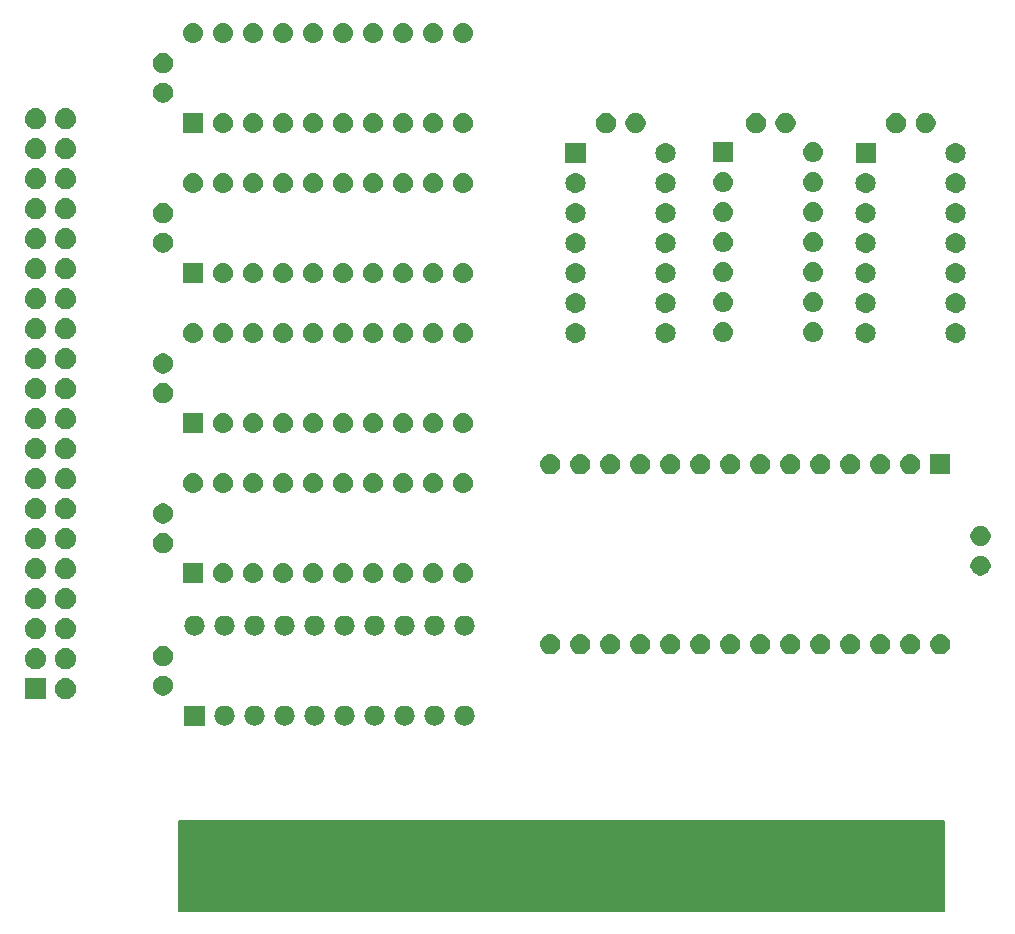
<source format=gbr>
G04 #@! TF.GenerationSoftware,KiCad,Pcbnew,(5.0.2)-1*
G04 #@! TF.CreationDate,2021-01-10T23:41:09-05:00*
G04 #@! TF.ProjectId,Apple2IORPi,4170706c-6532-4494-9f52-50692e6b6963,0.4*
G04 #@! TF.SameCoordinates,Original*
G04 #@! TF.FileFunction,Soldermask,Bot*
G04 #@! TF.FilePolarity,Negative*
%FSLAX46Y46*%
G04 Gerber Fmt 4.6, Leading zero omitted, Abs format (unit mm)*
G04 Created by KiCad (PCBNEW (5.0.2)-1) date 2021-01-10 23:41:09*
%MOMM*%
%LPD*%
G01*
G04 APERTURE LIST*
%ADD10C,0.150000*%
%ADD11C,0.100000*%
G04 APERTURE END LIST*
D10*
G04 #@! TO.C,J0*
G36*
X187400001Y-119380000D02*
X187400001Y-111760000D01*
X122630001Y-111760000D01*
X122630001Y-119380000D01*
X187400001Y-119380000D01*
G37*
X187400001Y-119380000D02*
X187400001Y-111760000D01*
X122630001Y-111760000D01*
X122630001Y-119380000D01*
X187400001Y-119380000D01*
D11*
G36*
X124995104Y-111714983D02*
X125047616Y-111730912D01*
X125096003Y-111756775D01*
X125138417Y-111791584D01*
X125173226Y-111833998D01*
X125199089Y-111882385D01*
X125215018Y-111934897D01*
X125221001Y-111995641D01*
X125221001Y-119144359D01*
X125215018Y-119205103D01*
X125199089Y-119257615D01*
X125173226Y-119306002D01*
X125138417Y-119348416D01*
X125096003Y-119383225D01*
X125047616Y-119409088D01*
X124995104Y-119425017D01*
X124934360Y-119431000D01*
X124135642Y-119431000D01*
X124074898Y-119425017D01*
X124022386Y-119409088D01*
X123973999Y-119383225D01*
X123931585Y-119348416D01*
X123896776Y-119306002D01*
X123870913Y-119257615D01*
X123854984Y-119205103D01*
X123849001Y-119144359D01*
X123849001Y-111995641D01*
X123854984Y-111934897D01*
X123870913Y-111882385D01*
X123896776Y-111833998D01*
X123931585Y-111791584D01*
X123973999Y-111756775D01*
X124022386Y-111730912D01*
X124074898Y-111714983D01*
X124135642Y-111709000D01*
X124934360Y-111709000D01*
X124995104Y-111714983D01*
X124995104Y-111714983D01*
G37*
G36*
X155475104Y-111714983D02*
X155527616Y-111730912D01*
X155576003Y-111756775D01*
X155618417Y-111791584D01*
X155653226Y-111833998D01*
X155679089Y-111882385D01*
X155695018Y-111934897D01*
X155701001Y-111995641D01*
X155701001Y-119144359D01*
X155695018Y-119205103D01*
X155679089Y-119257615D01*
X155653226Y-119306002D01*
X155618417Y-119348416D01*
X155576003Y-119383225D01*
X155527616Y-119409088D01*
X155475104Y-119425017D01*
X155414360Y-119431000D01*
X154615642Y-119431000D01*
X154554898Y-119425017D01*
X154502386Y-119409088D01*
X154453999Y-119383225D01*
X154411585Y-119348416D01*
X154376776Y-119306002D01*
X154350913Y-119257615D01*
X154334984Y-119205103D01*
X154329001Y-119144359D01*
X154329001Y-111995641D01*
X154334984Y-111934897D01*
X154350913Y-111882385D01*
X154376776Y-111833998D01*
X154411585Y-111791584D01*
X154453999Y-111756775D01*
X154502386Y-111730912D01*
X154554898Y-111714983D01*
X154615642Y-111709000D01*
X155414360Y-111709000D01*
X155475104Y-111714983D01*
X155475104Y-111714983D01*
G37*
G36*
X185955104Y-111714983D02*
X186007616Y-111730912D01*
X186056003Y-111756775D01*
X186098417Y-111791584D01*
X186133226Y-111833998D01*
X186159089Y-111882385D01*
X186175018Y-111934897D01*
X186181001Y-111995641D01*
X186181001Y-119144359D01*
X186175018Y-119205103D01*
X186159089Y-119257615D01*
X186133226Y-119306002D01*
X186098417Y-119348416D01*
X186056003Y-119383225D01*
X186007616Y-119409088D01*
X185955104Y-119425017D01*
X185894360Y-119431000D01*
X185095642Y-119431000D01*
X185034898Y-119425017D01*
X184982386Y-119409088D01*
X184933999Y-119383225D01*
X184891585Y-119348416D01*
X184856776Y-119306002D01*
X184830913Y-119257615D01*
X184814984Y-119205103D01*
X184809001Y-119144359D01*
X184809001Y-111995641D01*
X184814984Y-111934897D01*
X184830913Y-111882385D01*
X184856776Y-111833998D01*
X184891585Y-111791584D01*
X184933999Y-111756775D01*
X184982386Y-111730912D01*
X185034898Y-111714983D01*
X185095642Y-111709000D01*
X185894360Y-111709000D01*
X185955104Y-111714983D01*
X185955104Y-111714983D01*
G37*
G36*
X180875104Y-111714983D02*
X180927616Y-111730912D01*
X180976003Y-111756775D01*
X181018417Y-111791584D01*
X181053226Y-111833998D01*
X181079089Y-111882385D01*
X181095018Y-111934897D01*
X181101001Y-111995641D01*
X181101001Y-119144359D01*
X181095018Y-119205103D01*
X181079089Y-119257615D01*
X181053226Y-119306002D01*
X181018417Y-119348416D01*
X180976003Y-119383225D01*
X180927616Y-119409088D01*
X180875104Y-119425017D01*
X180814360Y-119431000D01*
X180015642Y-119431000D01*
X179954898Y-119425017D01*
X179902386Y-119409088D01*
X179853999Y-119383225D01*
X179811585Y-119348416D01*
X179776776Y-119306002D01*
X179750913Y-119257615D01*
X179734984Y-119205103D01*
X179729001Y-119144359D01*
X179729001Y-111995641D01*
X179734984Y-111934897D01*
X179750913Y-111882385D01*
X179776776Y-111833998D01*
X179811585Y-111791584D01*
X179853999Y-111756775D01*
X179902386Y-111730912D01*
X179954898Y-111714983D01*
X180015642Y-111709000D01*
X180814360Y-111709000D01*
X180875104Y-111714983D01*
X180875104Y-111714983D01*
G37*
G36*
X178335104Y-111714983D02*
X178387616Y-111730912D01*
X178436003Y-111756775D01*
X178478417Y-111791584D01*
X178513226Y-111833998D01*
X178539089Y-111882385D01*
X178555018Y-111934897D01*
X178561001Y-111995641D01*
X178561001Y-119144359D01*
X178555018Y-119205103D01*
X178539089Y-119257615D01*
X178513226Y-119306002D01*
X178478417Y-119348416D01*
X178436003Y-119383225D01*
X178387616Y-119409088D01*
X178335104Y-119425017D01*
X178274360Y-119431000D01*
X177475642Y-119431000D01*
X177414898Y-119425017D01*
X177362386Y-119409088D01*
X177313999Y-119383225D01*
X177271585Y-119348416D01*
X177236776Y-119306002D01*
X177210913Y-119257615D01*
X177194984Y-119205103D01*
X177189001Y-119144359D01*
X177189001Y-111995641D01*
X177194984Y-111934897D01*
X177210913Y-111882385D01*
X177236776Y-111833998D01*
X177271585Y-111791584D01*
X177313999Y-111756775D01*
X177362386Y-111730912D01*
X177414898Y-111714983D01*
X177475642Y-111709000D01*
X178274360Y-111709000D01*
X178335104Y-111714983D01*
X178335104Y-111714983D01*
G37*
G36*
X175795104Y-111714983D02*
X175847616Y-111730912D01*
X175896003Y-111756775D01*
X175938417Y-111791584D01*
X175973226Y-111833998D01*
X175999089Y-111882385D01*
X176015018Y-111934897D01*
X176021001Y-111995641D01*
X176021001Y-119144359D01*
X176015018Y-119205103D01*
X175999089Y-119257615D01*
X175973226Y-119306002D01*
X175938417Y-119348416D01*
X175896003Y-119383225D01*
X175847616Y-119409088D01*
X175795104Y-119425017D01*
X175734360Y-119431000D01*
X174935642Y-119431000D01*
X174874898Y-119425017D01*
X174822386Y-119409088D01*
X174773999Y-119383225D01*
X174731585Y-119348416D01*
X174696776Y-119306002D01*
X174670913Y-119257615D01*
X174654984Y-119205103D01*
X174649001Y-119144359D01*
X174649001Y-111995641D01*
X174654984Y-111934897D01*
X174670913Y-111882385D01*
X174696776Y-111833998D01*
X174731585Y-111791584D01*
X174773999Y-111756775D01*
X174822386Y-111730912D01*
X174874898Y-111714983D01*
X174935642Y-111709000D01*
X175734360Y-111709000D01*
X175795104Y-111714983D01*
X175795104Y-111714983D01*
G37*
G36*
X173255104Y-111714983D02*
X173307616Y-111730912D01*
X173356003Y-111756775D01*
X173398417Y-111791584D01*
X173433226Y-111833998D01*
X173459089Y-111882385D01*
X173475018Y-111934897D01*
X173481001Y-111995641D01*
X173481001Y-119144359D01*
X173475018Y-119205103D01*
X173459089Y-119257615D01*
X173433226Y-119306002D01*
X173398417Y-119348416D01*
X173356003Y-119383225D01*
X173307616Y-119409088D01*
X173255104Y-119425017D01*
X173194360Y-119431000D01*
X172395642Y-119431000D01*
X172334898Y-119425017D01*
X172282386Y-119409088D01*
X172233999Y-119383225D01*
X172191585Y-119348416D01*
X172156776Y-119306002D01*
X172130913Y-119257615D01*
X172114984Y-119205103D01*
X172109001Y-119144359D01*
X172109001Y-111995641D01*
X172114984Y-111934897D01*
X172130913Y-111882385D01*
X172156776Y-111833998D01*
X172191585Y-111791584D01*
X172233999Y-111756775D01*
X172282386Y-111730912D01*
X172334898Y-111714983D01*
X172395642Y-111709000D01*
X173194360Y-111709000D01*
X173255104Y-111714983D01*
X173255104Y-111714983D01*
G37*
G36*
X170715104Y-111714983D02*
X170767616Y-111730912D01*
X170816003Y-111756775D01*
X170858417Y-111791584D01*
X170893226Y-111833998D01*
X170919089Y-111882385D01*
X170935018Y-111934897D01*
X170941001Y-111995641D01*
X170941001Y-119144359D01*
X170935018Y-119205103D01*
X170919089Y-119257615D01*
X170893226Y-119306002D01*
X170858417Y-119348416D01*
X170816003Y-119383225D01*
X170767616Y-119409088D01*
X170715104Y-119425017D01*
X170654360Y-119431000D01*
X169855642Y-119431000D01*
X169794898Y-119425017D01*
X169742386Y-119409088D01*
X169693999Y-119383225D01*
X169651585Y-119348416D01*
X169616776Y-119306002D01*
X169590913Y-119257615D01*
X169574984Y-119205103D01*
X169569001Y-119144359D01*
X169569001Y-111995641D01*
X169574984Y-111934897D01*
X169590913Y-111882385D01*
X169616776Y-111833998D01*
X169651585Y-111791584D01*
X169693999Y-111756775D01*
X169742386Y-111730912D01*
X169794898Y-111714983D01*
X169855642Y-111709000D01*
X170654360Y-111709000D01*
X170715104Y-111714983D01*
X170715104Y-111714983D01*
G37*
G36*
X168175104Y-111714983D02*
X168227616Y-111730912D01*
X168276003Y-111756775D01*
X168318417Y-111791584D01*
X168353226Y-111833998D01*
X168379089Y-111882385D01*
X168395018Y-111934897D01*
X168401001Y-111995641D01*
X168401001Y-119144359D01*
X168395018Y-119205103D01*
X168379089Y-119257615D01*
X168353226Y-119306002D01*
X168318417Y-119348416D01*
X168276003Y-119383225D01*
X168227616Y-119409088D01*
X168175104Y-119425017D01*
X168114360Y-119431000D01*
X167315642Y-119431000D01*
X167254898Y-119425017D01*
X167202386Y-119409088D01*
X167153999Y-119383225D01*
X167111585Y-119348416D01*
X167076776Y-119306002D01*
X167050913Y-119257615D01*
X167034984Y-119205103D01*
X167029001Y-119144359D01*
X167029001Y-111995641D01*
X167034984Y-111934897D01*
X167050913Y-111882385D01*
X167076776Y-111833998D01*
X167111585Y-111791584D01*
X167153999Y-111756775D01*
X167202386Y-111730912D01*
X167254898Y-111714983D01*
X167315642Y-111709000D01*
X168114360Y-111709000D01*
X168175104Y-111714983D01*
X168175104Y-111714983D01*
G37*
G36*
X165635104Y-111714983D02*
X165687616Y-111730912D01*
X165736003Y-111756775D01*
X165778417Y-111791584D01*
X165813226Y-111833998D01*
X165839089Y-111882385D01*
X165855018Y-111934897D01*
X165861001Y-111995641D01*
X165861001Y-119144359D01*
X165855018Y-119205103D01*
X165839089Y-119257615D01*
X165813226Y-119306002D01*
X165778417Y-119348416D01*
X165736003Y-119383225D01*
X165687616Y-119409088D01*
X165635104Y-119425017D01*
X165574360Y-119431000D01*
X164775642Y-119431000D01*
X164714898Y-119425017D01*
X164662386Y-119409088D01*
X164613999Y-119383225D01*
X164571585Y-119348416D01*
X164536776Y-119306002D01*
X164510913Y-119257615D01*
X164494984Y-119205103D01*
X164489001Y-119144359D01*
X164489001Y-111995641D01*
X164494984Y-111934897D01*
X164510913Y-111882385D01*
X164536776Y-111833998D01*
X164571585Y-111791584D01*
X164613999Y-111756775D01*
X164662386Y-111730912D01*
X164714898Y-111714983D01*
X164775642Y-111709000D01*
X165574360Y-111709000D01*
X165635104Y-111714983D01*
X165635104Y-111714983D01*
G37*
G36*
X163095104Y-111714983D02*
X163147616Y-111730912D01*
X163196003Y-111756775D01*
X163238417Y-111791584D01*
X163273226Y-111833998D01*
X163299089Y-111882385D01*
X163315018Y-111934897D01*
X163321001Y-111995641D01*
X163321001Y-119144359D01*
X163315018Y-119205103D01*
X163299089Y-119257615D01*
X163273226Y-119306002D01*
X163238417Y-119348416D01*
X163196003Y-119383225D01*
X163147616Y-119409088D01*
X163095104Y-119425017D01*
X163034360Y-119431000D01*
X162235642Y-119431000D01*
X162174898Y-119425017D01*
X162122386Y-119409088D01*
X162073999Y-119383225D01*
X162031585Y-119348416D01*
X161996776Y-119306002D01*
X161970913Y-119257615D01*
X161954984Y-119205103D01*
X161949001Y-119144359D01*
X161949001Y-111995641D01*
X161954984Y-111934897D01*
X161970913Y-111882385D01*
X161996776Y-111833998D01*
X162031585Y-111791584D01*
X162073999Y-111756775D01*
X162122386Y-111730912D01*
X162174898Y-111714983D01*
X162235642Y-111709000D01*
X163034360Y-111709000D01*
X163095104Y-111714983D01*
X163095104Y-111714983D01*
G37*
G36*
X160555104Y-111714983D02*
X160607616Y-111730912D01*
X160656003Y-111756775D01*
X160698417Y-111791584D01*
X160733226Y-111833998D01*
X160759089Y-111882385D01*
X160775018Y-111934897D01*
X160781001Y-111995641D01*
X160781001Y-119144359D01*
X160775018Y-119205103D01*
X160759089Y-119257615D01*
X160733226Y-119306002D01*
X160698417Y-119348416D01*
X160656003Y-119383225D01*
X160607616Y-119409088D01*
X160555104Y-119425017D01*
X160494360Y-119431000D01*
X159695642Y-119431000D01*
X159634898Y-119425017D01*
X159582386Y-119409088D01*
X159533999Y-119383225D01*
X159491585Y-119348416D01*
X159456776Y-119306002D01*
X159430913Y-119257615D01*
X159414984Y-119205103D01*
X159409001Y-119144359D01*
X159409001Y-111995641D01*
X159414984Y-111934897D01*
X159430913Y-111882385D01*
X159456776Y-111833998D01*
X159491585Y-111791584D01*
X159533999Y-111756775D01*
X159582386Y-111730912D01*
X159634898Y-111714983D01*
X159695642Y-111709000D01*
X160494360Y-111709000D01*
X160555104Y-111714983D01*
X160555104Y-111714983D01*
G37*
G36*
X183415104Y-111714983D02*
X183467616Y-111730912D01*
X183516003Y-111756775D01*
X183558417Y-111791584D01*
X183593226Y-111833998D01*
X183619089Y-111882385D01*
X183635018Y-111934897D01*
X183641001Y-111995641D01*
X183641001Y-119144359D01*
X183635018Y-119205103D01*
X183619089Y-119257615D01*
X183593226Y-119306002D01*
X183558417Y-119348416D01*
X183516003Y-119383225D01*
X183467616Y-119409088D01*
X183415104Y-119425017D01*
X183354360Y-119431000D01*
X182555642Y-119431000D01*
X182494898Y-119425017D01*
X182442386Y-119409088D01*
X182393999Y-119383225D01*
X182351585Y-119348416D01*
X182316776Y-119306002D01*
X182290913Y-119257615D01*
X182274984Y-119205103D01*
X182269001Y-119144359D01*
X182269001Y-111995641D01*
X182274984Y-111934897D01*
X182290913Y-111882385D01*
X182316776Y-111833998D01*
X182351585Y-111791584D01*
X182393999Y-111756775D01*
X182442386Y-111730912D01*
X182494898Y-111714983D01*
X182555642Y-111709000D01*
X183354360Y-111709000D01*
X183415104Y-111714983D01*
X183415104Y-111714983D01*
G37*
G36*
X152935104Y-111714983D02*
X152987616Y-111730912D01*
X153036003Y-111756775D01*
X153078417Y-111791584D01*
X153113226Y-111833998D01*
X153139089Y-111882385D01*
X153155018Y-111934897D01*
X153161001Y-111995641D01*
X153161001Y-119144359D01*
X153155018Y-119205103D01*
X153139089Y-119257615D01*
X153113226Y-119306002D01*
X153078417Y-119348416D01*
X153036003Y-119383225D01*
X152987616Y-119409088D01*
X152935104Y-119425017D01*
X152874360Y-119431000D01*
X152075642Y-119431000D01*
X152014898Y-119425017D01*
X151962386Y-119409088D01*
X151913999Y-119383225D01*
X151871585Y-119348416D01*
X151836776Y-119306002D01*
X151810913Y-119257615D01*
X151794984Y-119205103D01*
X151789001Y-119144359D01*
X151789001Y-111995641D01*
X151794984Y-111934897D01*
X151810913Y-111882385D01*
X151836776Y-111833998D01*
X151871585Y-111791584D01*
X151913999Y-111756775D01*
X151962386Y-111730912D01*
X152014898Y-111714983D01*
X152075642Y-111709000D01*
X152874360Y-111709000D01*
X152935104Y-111714983D01*
X152935104Y-111714983D01*
G37*
G36*
X127535104Y-111714983D02*
X127587616Y-111730912D01*
X127636003Y-111756775D01*
X127678417Y-111791584D01*
X127713226Y-111833998D01*
X127739089Y-111882385D01*
X127755018Y-111934897D01*
X127761001Y-111995641D01*
X127761001Y-119144359D01*
X127755018Y-119205103D01*
X127739089Y-119257615D01*
X127713226Y-119306002D01*
X127678417Y-119348416D01*
X127636003Y-119383225D01*
X127587616Y-119409088D01*
X127535104Y-119425017D01*
X127474360Y-119431000D01*
X126675642Y-119431000D01*
X126614898Y-119425017D01*
X126562386Y-119409088D01*
X126513999Y-119383225D01*
X126471585Y-119348416D01*
X126436776Y-119306002D01*
X126410913Y-119257615D01*
X126394984Y-119205103D01*
X126389001Y-119144359D01*
X126389001Y-111995641D01*
X126394984Y-111934897D01*
X126410913Y-111882385D01*
X126436776Y-111833998D01*
X126471585Y-111791584D01*
X126513999Y-111756775D01*
X126562386Y-111730912D01*
X126614898Y-111714983D01*
X126675642Y-111709000D01*
X127474360Y-111709000D01*
X127535104Y-111714983D01*
X127535104Y-111714983D01*
G37*
G36*
X130075104Y-111714983D02*
X130127616Y-111730912D01*
X130176003Y-111756775D01*
X130218417Y-111791584D01*
X130253226Y-111833998D01*
X130279089Y-111882385D01*
X130295018Y-111934897D01*
X130301001Y-111995641D01*
X130301001Y-119144359D01*
X130295018Y-119205103D01*
X130279089Y-119257615D01*
X130253226Y-119306002D01*
X130218417Y-119348416D01*
X130176003Y-119383225D01*
X130127616Y-119409088D01*
X130075104Y-119425017D01*
X130014360Y-119431000D01*
X129215642Y-119431000D01*
X129154898Y-119425017D01*
X129102386Y-119409088D01*
X129053999Y-119383225D01*
X129011585Y-119348416D01*
X128976776Y-119306002D01*
X128950913Y-119257615D01*
X128934984Y-119205103D01*
X128929001Y-119144359D01*
X128929001Y-111995641D01*
X128934984Y-111934897D01*
X128950913Y-111882385D01*
X128976776Y-111833998D01*
X129011585Y-111791584D01*
X129053999Y-111756775D01*
X129102386Y-111730912D01*
X129154898Y-111714983D01*
X129215642Y-111709000D01*
X130014360Y-111709000D01*
X130075104Y-111714983D01*
X130075104Y-111714983D01*
G37*
G36*
X132615104Y-111714983D02*
X132667616Y-111730912D01*
X132716003Y-111756775D01*
X132758417Y-111791584D01*
X132793226Y-111833998D01*
X132819089Y-111882385D01*
X132835018Y-111934897D01*
X132841001Y-111995641D01*
X132841001Y-119144359D01*
X132835018Y-119205103D01*
X132819089Y-119257615D01*
X132793226Y-119306002D01*
X132758417Y-119348416D01*
X132716003Y-119383225D01*
X132667616Y-119409088D01*
X132615104Y-119425017D01*
X132554360Y-119431000D01*
X131755642Y-119431000D01*
X131694898Y-119425017D01*
X131642386Y-119409088D01*
X131593999Y-119383225D01*
X131551585Y-119348416D01*
X131516776Y-119306002D01*
X131490913Y-119257615D01*
X131474984Y-119205103D01*
X131469001Y-119144359D01*
X131469001Y-111995641D01*
X131474984Y-111934897D01*
X131490913Y-111882385D01*
X131516776Y-111833998D01*
X131551585Y-111791584D01*
X131593999Y-111756775D01*
X131642386Y-111730912D01*
X131694898Y-111714983D01*
X131755642Y-111709000D01*
X132554360Y-111709000D01*
X132615104Y-111714983D01*
X132615104Y-111714983D01*
G37*
G36*
X135155104Y-111714983D02*
X135207616Y-111730912D01*
X135256003Y-111756775D01*
X135298417Y-111791584D01*
X135333226Y-111833998D01*
X135359089Y-111882385D01*
X135375018Y-111934897D01*
X135381001Y-111995641D01*
X135381001Y-119144359D01*
X135375018Y-119205103D01*
X135359089Y-119257615D01*
X135333226Y-119306002D01*
X135298417Y-119348416D01*
X135256003Y-119383225D01*
X135207616Y-119409088D01*
X135155104Y-119425017D01*
X135094360Y-119431000D01*
X134295642Y-119431000D01*
X134234898Y-119425017D01*
X134182386Y-119409088D01*
X134133999Y-119383225D01*
X134091585Y-119348416D01*
X134056776Y-119306002D01*
X134030913Y-119257615D01*
X134014984Y-119205103D01*
X134009001Y-119144359D01*
X134009001Y-111995641D01*
X134014984Y-111934897D01*
X134030913Y-111882385D01*
X134056776Y-111833998D01*
X134091585Y-111791584D01*
X134133999Y-111756775D01*
X134182386Y-111730912D01*
X134234898Y-111714983D01*
X134295642Y-111709000D01*
X135094360Y-111709000D01*
X135155104Y-111714983D01*
X135155104Y-111714983D01*
G37*
G36*
X137695104Y-111714983D02*
X137747616Y-111730912D01*
X137796003Y-111756775D01*
X137838417Y-111791584D01*
X137873226Y-111833998D01*
X137899089Y-111882385D01*
X137915018Y-111934897D01*
X137921001Y-111995641D01*
X137921001Y-119144359D01*
X137915018Y-119205103D01*
X137899089Y-119257615D01*
X137873226Y-119306002D01*
X137838417Y-119348416D01*
X137796003Y-119383225D01*
X137747616Y-119409088D01*
X137695104Y-119425017D01*
X137634360Y-119431000D01*
X136835642Y-119431000D01*
X136774898Y-119425017D01*
X136722386Y-119409088D01*
X136673999Y-119383225D01*
X136631585Y-119348416D01*
X136596776Y-119306002D01*
X136570913Y-119257615D01*
X136554984Y-119205103D01*
X136549001Y-119144359D01*
X136549001Y-111995641D01*
X136554984Y-111934897D01*
X136570913Y-111882385D01*
X136596776Y-111833998D01*
X136631585Y-111791584D01*
X136673999Y-111756775D01*
X136722386Y-111730912D01*
X136774898Y-111714983D01*
X136835642Y-111709000D01*
X137634360Y-111709000D01*
X137695104Y-111714983D01*
X137695104Y-111714983D01*
G37*
G36*
X140235104Y-111714983D02*
X140287616Y-111730912D01*
X140336003Y-111756775D01*
X140378417Y-111791584D01*
X140413226Y-111833998D01*
X140439089Y-111882385D01*
X140455018Y-111934897D01*
X140461001Y-111995641D01*
X140461001Y-119144359D01*
X140455018Y-119205103D01*
X140439089Y-119257615D01*
X140413226Y-119306002D01*
X140378417Y-119348416D01*
X140336003Y-119383225D01*
X140287616Y-119409088D01*
X140235104Y-119425017D01*
X140174360Y-119431000D01*
X139375642Y-119431000D01*
X139314898Y-119425017D01*
X139262386Y-119409088D01*
X139213999Y-119383225D01*
X139171585Y-119348416D01*
X139136776Y-119306002D01*
X139110913Y-119257615D01*
X139094984Y-119205103D01*
X139089001Y-119144359D01*
X139089001Y-111995641D01*
X139094984Y-111934897D01*
X139110913Y-111882385D01*
X139136776Y-111833998D01*
X139171585Y-111791584D01*
X139213999Y-111756775D01*
X139262386Y-111730912D01*
X139314898Y-111714983D01*
X139375642Y-111709000D01*
X140174360Y-111709000D01*
X140235104Y-111714983D01*
X140235104Y-111714983D01*
G37*
G36*
X142775104Y-111714983D02*
X142827616Y-111730912D01*
X142876003Y-111756775D01*
X142918417Y-111791584D01*
X142953226Y-111833998D01*
X142979089Y-111882385D01*
X142995018Y-111934897D01*
X143001001Y-111995641D01*
X143001001Y-119144359D01*
X142995018Y-119205103D01*
X142979089Y-119257615D01*
X142953226Y-119306002D01*
X142918417Y-119348416D01*
X142876003Y-119383225D01*
X142827616Y-119409088D01*
X142775104Y-119425017D01*
X142714360Y-119431000D01*
X141915642Y-119431000D01*
X141854898Y-119425017D01*
X141802386Y-119409088D01*
X141753999Y-119383225D01*
X141711585Y-119348416D01*
X141676776Y-119306002D01*
X141650913Y-119257615D01*
X141634984Y-119205103D01*
X141629001Y-119144359D01*
X141629001Y-111995641D01*
X141634984Y-111934897D01*
X141650913Y-111882385D01*
X141676776Y-111833998D01*
X141711585Y-111791584D01*
X141753999Y-111756775D01*
X141802386Y-111730912D01*
X141854898Y-111714983D01*
X141915642Y-111709000D01*
X142714360Y-111709000D01*
X142775104Y-111714983D01*
X142775104Y-111714983D01*
G37*
G36*
X145315104Y-111714983D02*
X145367616Y-111730912D01*
X145416003Y-111756775D01*
X145458417Y-111791584D01*
X145493226Y-111833998D01*
X145519089Y-111882385D01*
X145535018Y-111934897D01*
X145541001Y-111995641D01*
X145541001Y-119144359D01*
X145535018Y-119205103D01*
X145519089Y-119257615D01*
X145493226Y-119306002D01*
X145458417Y-119348416D01*
X145416003Y-119383225D01*
X145367616Y-119409088D01*
X145315104Y-119425017D01*
X145254360Y-119431000D01*
X144455642Y-119431000D01*
X144394898Y-119425017D01*
X144342386Y-119409088D01*
X144293999Y-119383225D01*
X144251585Y-119348416D01*
X144216776Y-119306002D01*
X144190913Y-119257615D01*
X144174984Y-119205103D01*
X144169001Y-119144359D01*
X144169001Y-111995641D01*
X144174984Y-111934897D01*
X144190913Y-111882385D01*
X144216776Y-111833998D01*
X144251585Y-111791584D01*
X144293999Y-111756775D01*
X144342386Y-111730912D01*
X144394898Y-111714983D01*
X144455642Y-111709000D01*
X145254360Y-111709000D01*
X145315104Y-111714983D01*
X145315104Y-111714983D01*
G37*
G36*
X147855104Y-111714983D02*
X147907616Y-111730912D01*
X147956003Y-111756775D01*
X147998417Y-111791584D01*
X148033226Y-111833998D01*
X148059089Y-111882385D01*
X148075018Y-111934897D01*
X148081001Y-111995641D01*
X148081001Y-119144359D01*
X148075018Y-119205103D01*
X148059089Y-119257615D01*
X148033226Y-119306002D01*
X147998417Y-119348416D01*
X147956003Y-119383225D01*
X147907616Y-119409088D01*
X147855104Y-119425017D01*
X147794360Y-119431000D01*
X146995642Y-119431000D01*
X146934898Y-119425017D01*
X146882386Y-119409088D01*
X146833999Y-119383225D01*
X146791585Y-119348416D01*
X146756776Y-119306002D01*
X146730913Y-119257615D01*
X146714984Y-119205103D01*
X146709001Y-119144359D01*
X146709001Y-111995641D01*
X146714984Y-111934897D01*
X146730913Y-111882385D01*
X146756776Y-111833998D01*
X146791585Y-111791584D01*
X146833999Y-111756775D01*
X146882386Y-111730912D01*
X146934898Y-111714983D01*
X146995642Y-111709000D01*
X147794360Y-111709000D01*
X147855104Y-111714983D01*
X147855104Y-111714983D01*
G37*
G36*
X150395104Y-111714983D02*
X150447616Y-111730912D01*
X150496003Y-111756775D01*
X150538417Y-111791584D01*
X150573226Y-111833998D01*
X150599089Y-111882385D01*
X150615018Y-111934897D01*
X150621001Y-111995641D01*
X150621001Y-119144359D01*
X150615018Y-119205103D01*
X150599089Y-119257615D01*
X150573226Y-119306002D01*
X150538417Y-119348416D01*
X150496003Y-119383225D01*
X150447616Y-119409088D01*
X150395104Y-119425017D01*
X150334360Y-119431000D01*
X149535642Y-119431000D01*
X149474898Y-119425017D01*
X149422386Y-119409088D01*
X149373999Y-119383225D01*
X149331585Y-119348416D01*
X149296776Y-119306002D01*
X149270913Y-119257615D01*
X149254984Y-119205103D01*
X149249001Y-119144359D01*
X149249001Y-111995641D01*
X149254984Y-111934897D01*
X149270913Y-111882385D01*
X149296776Y-111833998D01*
X149331585Y-111791584D01*
X149373999Y-111756775D01*
X149422386Y-111730912D01*
X149474898Y-111714983D01*
X149535642Y-111709000D01*
X150334360Y-111709000D01*
X150395104Y-111714983D01*
X150395104Y-111714983D01*
G37*
G36*
X158015104Y-111714983D02*
X158067616Y-111730912D01*
X158116003Y-111756775D01*
X158158417Y-111791584D01*
X158193226Y-111833998D01*
X158219089Y-111882385D01*
X158235018Y-111934897D01*
X158241001Y-111995641D01*
X158241001Y-119144359D01*
X158235018Y-119205103D01*
X158219089Y-119257615D01*
X158193226Y-119306002D01*
X158158417Y-119348416D01*
X158116003Y-119383225D01*
X158067616Y-119409088D01*
X158015104Y-119425017D01*
X157954360Y-119431000D01*
X157155642Y-119431000D01*
X157094898Y-119425017D01*
X157042386Y-119409088D01*
X156993999Y-119383225D01*
X156951585Y-119348416D01*
X156916776Y-119306002D01*
X156890913Y-119257615D01*
X156874984Y-119205103D01*
X156869001Y-119144359D01*
X156869001Y-111995641D01*
X156874984Y-111934897D01*
X156890913Y-111882385D01*
X156916776Y-111833998D01*
X156951585Y-111791584D01*
X156993999Y-111756775D01*
X157042386Y-111730912D01*
X157094898Y-111714983D01*
X157155642Y-111709000D01*
X157954360Y-111709000D01*
X158015104Y-111714983D01*
X158015104Y-111714983D01*
G37*
G36*
X131738821Y-102031313D02*
X131738824Y-102031314D01*
X131738825Y-102031314D01*
X131899239Y-102079975D01*
X131899241Y-102079976D01*
X131899244Y-102079977D01*
X132047078Y-102158995D01*
X132176659Y-102265341D01*
X132283005Y-102394922D01*
X132362023Y-102542756D01*
X132410687Y-102703179D01*
X132427117Y-102870000D01*
X132410687Y-103036821D01*
X132362023Y-103197244D01*
X132283005Y-103345078D01*
X132176659Y-103474659D01*
X132047078Y-103581005D01*
X131899244Y-103660023D01*
X131899241Y-103660024D01*
X131899239Y-103660025D01*
X131738825Y-103708686D01*
X131738824Y-103708686D01*
X131738821Y-103708687D01*
X131613804Y-103721000D01*
X131530196Y-103721000D01*
X131405179Y-103708687D01*
X131405176Y-103708686D01*
X131405175Y-103708686D01*
X131244761Y-103660025D01*
X131244759Y-103660024D01*
X131244756Y-103660023D01*
X131096922Y-103581005D01*
X130967341Y-103474659D01*
X130860995Y-103345078D01*
X130781977Y-103197244D01*
X130733313Y-103036821D01*
X130716883Y-102870000D01*
X130733313Y-102703179D01*
X130781977Y-102542756D01*
X130860995Y-102394922D01*
X130967341Y-102265341D01*
X131096922Y-102158995D01*
X131244756Y-102079977D01*
X131244759Y-102079976D01*
X131244761Y-102079975D01*
X131405175Y-102031314D01*
X131405176Y-102031314D01*
X131405179Y-102031313D01*
X131530196Y-102019000D01*
X131613804Y-102019000D01*
X131738821Y-102031313D01*
X131738821Y-102031313D01*
G37*
G36*
X124803000Y-103721000D02*
X123101000Y-103721000D01*
X123101000Y-102019000D01*
X124803000Y-102019000D01*
X124803000Y-103721000D01*
X124803000Y-103721000D01*
G37*
G36*
X126658821Y-102031313D02*
X126658824Y-102031314D01*
X126658825Y-102031314D01*
X126819239Y-102079975D01*
X126819241Y-102079976D01*
X126819244Y-102079977D01*
X126967078Y-102158995D01*
X127096659Y-102265341D01*
X127203005Y-102394922D01*
X127282023Y-102542756D01*
X127330687Y-102703179D01*
X127347117Y-102870000D01*
X127330687Y-103036821D01*
X127282023Y-103197244D01*
X127203005Y-103345078D01*
X127096659Y-103474659D01*
X126967078Y-103581005D01*
X126819244Y-103660023D01*
X126819241Y-103660024D01*
X126819239Y-103660025D01*
X126658825Y-103708686D01*
X126658824Y-103708686D01*
X126658821Y-103708687D01*
X126533804Y-103721000D01*
X126450196Y-103721000D01*
X126325179Y-103708687D01*
X126325176Y-103708686D01*
X126325175Y-103708686D01*
X126164761Y-103660025D01*
X126164759Y-103660024D01*
X126164756Y-103660023D01*
X126016922Y-103581005D01*
X125887341Y-103474659D01*
X125780995Y-103345078D01*
X125701977Y-103197244D01*
X125653313Y-103036821D01*
X125636883Y-102870000D01*
X125653313Y-102703179D01*
X125701977Y-102542756D01*
X125780995Y-102394922D01*
X125887341Y-102265341D01*
X126016922Y-102158995D01*
X126164756Y-102079977D01*
X126164759Y-102079976D01*
X126164761Y-102079975D01*
X126325175Y-102031314D01*
X126325176Y-102031314D01*
X126325179Y-102031313D01*
X126450196Y-102019000D01*
X126533804Y-102019000D01*
X126658821Y-102031313D01*
X126658821Y-102031313D01*
G37*
G36*
X129198821Y-102031313D02*
X129198824Y-102031314D01*
X129198825Y-102031314D01*
X129359239Y-102079975D01*
X129359241Y-102079976D01*
X129359244Y-102079977D01*
X129507078Y-102158995D01*
X129636659Y-102265341D01*
X129743005Y-102394922D01*
X129822023Y-102542756D01*
X129870687Y-102703179D01*
X129887117Y-102870000D01*
X129870687Y-103036821D01*
X129822023Y-103197244D01*
X129743005Y-103345078D01*
X129636659Y-103474659D01*
X129507078Y-103581005D01*
X129359244Y-103660023D01*
X129359241Y-103660024D01*
X129359239Y-103660025D01*
X129198825Y-103708686D01*
X129198824Y-103708686D01*
X129198821Y-103708687D01*
X129073804Y-103721000D01*
X128990196Y-103721000D01*
X128865179Y-103708687D01*
X128865176Y-103708686D01*
X128865175Y-103708686D01*
X128704761Y-103660025D01*
X128704759Y-103660024D01*
X128704756Y-103660023D01*
X128556922Y-103581005D01*
X128427341Y-103474659D01*
X128320995Y-103345078D01*
X128241977Y-103197244D01*
X128193313Y-103036821D01*
X128176883Y-102870000D01*
X128193313Y-102703179D01*
X128241977Y-102542756D01*
X128320995Y-102394922D01*
X128427341Y-102265341D01*
X128556922Y-102158995D01*
X128704756Y-102079977D01*
X128704759Y-102079976D01*
X128704761Y-102079975D01*
X128865175Y-102031314D01*
X128865176Y-102031314D01*
X128865179Y-102031313D01*
X128990196Y-102019000D01*
X129073804Y-102019000D01*
X129198821Y-102031313D01*
X129198821Y-102031313D01*
G37*
G36*
X134278821Y-102031313D02*
X134278824Y-102031314D01*
X134278825Y-102031314D01*
X134439239Y-102079975D01*
X134439241Y-102079976D01*
X134439244Y-102079977D01*
X134587078Y-102158995D01*
X134716659Y-102265341D01*
X134823005Y-102394922D01*
X134902023Y-102542756D01*
X134950687Y-102703179D01*
X134967117Y-102870000D01*
X134950687Y-103036821D01*
X134902023Y-103197244D01*
X134823005Y-103345078D01*
X134716659Y-103474659D01*
X134587078Y-103581005D01*
X134439244Y-103660023D01*
X134439241Y-103660024D01*
X134439239Y-103660025D01*
X134278825Y-103708686D01*
X134278824Y-103708686D01*
X134278821Y-103708687D01*
X134153804Y-103721000D01*
X134070196Y-103721000D01*
X133945179Y-103708687D01*
X133945176Y-103708686D01*
X133945175Y-103708686D01*
X133784761Y-103660025D01*
X133784759Y-103660024D01*
X133784756Y-103660023D01*
X133636922Y-103581005D01*
X133507341Y-103474659D01*
X133400995Y-103345078D01*
X133321977Y-103197244D01*
X133273313Y-103036821D01*
X133256883Y-102870000D01*
X133273313Y-102703179D01*
X133321977Y-102542756D01*
X133400995Y-102394922D01*
X133507341Y-102265341D01*
X133636922Y-102158995D01*
X133784756Y-102079977D01*
X133784759Y-102079976D01*
X133784761Y-102079975D01*
X133945175Y-102031314D01*
X133945176Y-102031314D01*
X133945179Y-102031313D01*
X134070196Y-102019000D01*
X134153804Y-102019000D01*
X134278821Y-102031313D01*
X134278821Y-102031313D01*
G37*
G36*
X136818821Y-102031313D02*
X136818824Y-102031314D01*
X136818825Y-102031314D01*
X136979239Y-102079975D01*
X136979241Y-102079976D01*
X136979244Y-102079977D01*
X137127078Y-102158995D01*
X137256659Y-102265341D01*
X137363005Y-102394922D01*
X137442023Y-102542756D01*
X137490687Y-102703179D01*
X137507117Y-102870000D01*
X137490687Y-103036821D01*
X137442023Y-103197244D01*
X137363005Y-103345078D01*
X137256659Y-103474659D01*
X137127078Y-103581005D01*
X136979244Y-103660023D01*
X136979241Y-103660024D01*
X136979239Y-103660025D01*
X136818825Y-103708686D01*
X136818824Y-103708686D01*
X136818821Y-103708687D01*
X136693804Y-103721000D01*
X136610196Y-103721000D01*
X136485179Y-103708687D01*
X136485176Y-103708686D01*
X136485175Y-103708686D01*
X136324761Y-103660025D01*
X136324759Y-103660024D01*
X136324756Y-103660023D01*
X136176922Y-103581005D01*
X136047341Y-103474659D01*
X135940995Y-103345078D01*
X135861977Y-103197244D01*
X135813313Y-103036821D01*
X135796883Y-102870000D01*
X135813313Y-102703179D01*
X135861977Y-102542756D01*
X135940995Y-102394922D01*
X136047341Y-102265341D01*
X136176922Y-102158995D01*
X136324756Y-102079977D01*
X136324759Y-102079976D01*
X136324761Y-102079975D01*
X136485175Y-102031314D01*
X136485176Y-102031314D01*
X136485179Y-102031313D01*
X136610196Y-102019000D01*
X136693804Y-102019000D01*
X136818821Y-102031313D01*
X136818821Y-102031313D01*
G37*
G36*
X139358821Y-102031313D02*
X139358824Y-102031314D01*
X139358825Y-102031314D01*
X139519239Y-102079975D01*
X139519241Y-102079976D01*
X139519244Y-102079977D01*
X139667078Y-102158995D01*
X139796659Y-102265341D01*
X139903005Y-102394922D01*
X139982023Y-102542756D01*
X140030687Y-102703179D01*
X140047117Y-102870000D01*
X140030687Y-103036821D01*
X139982023Y-103197244D01*
X139903005Y-103345078D01*
X139796659Y-103474659D01*
X139667078Y-103581005D01*
X139519244Y-103660023D01*
X139519241Y-103660024D01*
X139519239Y-103660025D01*
X139358825Y-103708686D01*
X139358824Y-103708686D01*
X139358821Y-103708687D01*
X139233804Y-103721000D01*
X139150196Y-103721000D01*
X139025179Y-103708687D01*
X139025176Y-103708686D01*
X139025175Y-103708686D01*
X138864761Y-103660025D01*
X138864759Y-103660024D01*
X138864756Y-103660023D01*
X138716922Y-103581005D01*
X138587341Y-103474659D01*
X138480995Y-103345078D01*
X138401977Y-103197244D01*
X138353313Y-103036821D01*
X138336883Y-102870000D01*
X138353313Y-102703179D01*
X138401977Y-102542756D01*
X138480995Y-102394922D01*
X138587341Y-102265341D01*
X138716922Y-102158995D01*
X138864756Y-102079977D01*
X138864759Y-102079976D01*
X138864761Y-102079975D01*
X139025175Y-102031314D01*
X139025176Y-102031314D01*
X139025179Y-102031313D01*
X139150196Y-102019000D01*
X139233804Y-102019000D01*
X139358821Y-102031313D01*
X139358821Y-102031313D01*
G37*
G36*
X144438821Y-102031313D02*
X144438824Y-102031314D01*
X144438825Y-102031314D01*
X144599239Y-102079975D01*
X144599241Y-102079976D01*
X144599244Y-102079977D01*
X144747078Y-102158995D01*
X144876659Y-102265341D01*
X144983005Y-102394922D01*
X145062023Y-102542756D01*
X145110687Y-102703179D01*
X145127117Y-102870000D01*
X145110687Y-103036821D01*
X145062023Y-103197244D01*
X144983005Y-103345078D01*
X144876659Y-103474659D01*
X144747078Y-103581005D01*
X144599244Y-103660023D01*
X144599241Y-103660024D01*
X144599239Y-103660025D01*
X144438825Y-103708686D01*
X144438824Y-103708686D01*
X144438821Y-103708687D01*
X144313804Y-103721000D01*
X144230196Y-103721000D01*
X144105179Y-103708687D01*
X144105176Y-103708686D01*
X144105175Y-103708686D01*
X143944761Y-103660025D01*
X143944759Y-103660024D01*
X143944756Y-103660023D01*
X143796922Y-103581005D01*
X143667341Y-103474659D01*
X143560995Y-103345078D01*
X143481977Y-103197244D01*
X143433313Y-103036821D01*
X143416883Y-102870000D01*
X143433313Y-102703179D01*
X143481977Y-102542756D01*
X143560995Y-102394922D01*
X143667341Y-102265341D01*
X143796922Y-102158995D01*
X143944756Y-102079977D01*
X143944759Y-102079976D01*
X143944761Y-102079975D01*
X144105175Y-102031314D01*
X144105176Y-102031314D01*
X144105179Y-102031313D01*
X144230196Y-102019000D01*
X144313804Y-102019000D01*
X144438821Y-102031313D01*
X144438821Y-102031313D01*
G37*
G36*
X146978821Y-102031313D02*
X146978824Y-102031314D01*
X146978825Y-102031314D01*
X147139239Y-102079975D01*
X147139241Y-102079976D01*
X147139244Y-102079977D01*
X147287078Y-102158995D01*
X147416659Y-102265341D01*
X147523005Y-102394922D01*
X147602023Y-102542756D01*
X147650687Y-102703179D01*
X147667117Y-102870000D01*
X147650687Y-103036821D01*
X147602023Y-103197244D01*
X147523005Y-103345078D01*
X147416659Y-103474659D01*
X147287078Y-103581005D01*
X147139244Y-103660023D01*
X147139241Y-103660024D01*
X147139239Y-103660025D01*
X146978825Y-103708686D01*
X146978824Y-103708686D01*
X146978821Y-103708687D01*
X146853804Y-103721000D01*
X146770196Y-103721000D01*
X146645179Y-103708687D01*
X146645176Y-103708686D01*
X146645175Y-103708686D01*
X146484761Y-103660025D01*
X146484759Y-103660024D01*
X146484756Y-103660023D01*
X146336922Y-103581005D01*
X146207341Y-103474659D01*
X146100995Y-103345078D01*
X146021977Y-103197244D01*
X145973313Y-103036821D01*
X145956883Y-102870000D01*
X145973313Y-102703179D01*
X146021977Y-102542756D01*
X146100995Y-102394922D01*
X146207341Y-102265341D01*
X146336922Y-102158995D01*
X146484756Y-102079977D01*
X146484759Y-102079976D01*
X146484761Y-102079975D01*
X146645175Y-102031314D01*
X146645176Y-102031314D01*
X146645179Y-102031313D01*
X146770196Y-102019000D01*
X146853804Y-102019000D01*
X146978821Y-102031313D01*
X146978821Y-102031313D01*
G37*
G36*
X141898821Y-102031313D02*
X141898824Y-102031314D01*
X141898825Y-102031314D01*
X142059239Y-102079975D01*
X142059241Y-102079976D01*
X142059244Y-102079977D01*
X142207078Y-102158995D01*
X142336659Y-102265341D01*
X142443005Y-102394922D01*
X142522023Y-102542756D01*
X142570687Y-102703179D01*
X142587117Y-102870000D01*
X142570687Y-103036821D01*
X142522023Y-103197244D01*
X142443005Y-103345078D01*
X142336659Y-103474659D01*
X142207078Y-103581005D01*
X142059244Y-103660023D01*
X142059241Y-103660024D01*
X142059239Y-103660025D01*
X141898825Y-103708686D01*
X141898824Y-103708686D01*
X141898821Y-103708687D01*
X141773804Y-103721000D01*
X141690196Y-103721000D01*
X141565179Y-103708687D01*
X141565176Y-103708686D01*
X141565175Y-103708686D01*
X141404761Y-103660025D01*
X141404759Y-103660024D01*
X141404756Y-103660023D01*
X141256922Y-103581005D01*
X141127341Y-103474659D01*
X141020995Y-103345078D01*
X140941977Y-103197244D01*
X140893313Y-103036821D01*
X140876883Y-102870000D01*
X140893313Y-102703179D01*
X140941977Y-102542756D01*
X141020995Y-102394922D01*
X141127341Y-102265341D01*
X141256922Y-102158995D01*
X141404756Y-102079977D01*
X141404759Y-102079976D01*
X141404761Y-102079975D01*
X141565175Y-102031314D01*
X141565176Y-102031314D01*
X141565179Y-102031313D01*
X141690196Y-102019000D01*
X141773804Y-102019000D01*
X141898821Y-102031313D01*
X141898821Y-102031313D01*
G37*
G36*
X113140442Y-99689518D02*
X113206627Y-99696037D01*
X113319853Y-99730384D01*
X113376467Y-99747557D01*
X113515087Y-99821652D01*
X113532991Y-99831222D01*
X113568729Y-99860552D01*
X113670186Y-99943814D01*
X113753448Y-100045271D01*
X113782778Y-100081009D01*
X113782779Y-100081011D01*
X113866443Y-100237533D01*
X113866443Y-100237534D01*
X113917963Y-100407373D01*
X113935359Y-100584000D01*
X113917963Y-100760627D01*
X113884033Y-100872481D01*
X113866443Y-100930467D01*
X113834079Y-100991014D01*
X113782778Y-101086991D01*
X113753448Y-101122729D01*
X113670186Y-101224186D01*
X113568729Y-101307448D01*
X113532991Y-101336778D01*
X113532989Y-101336779D01*
X113376467Y-101420443D01*
X113319853Y-101437616D01*
X113206627Y-101471963D01*
X113140443Y-101478481D01*
X113074260Y-101485000D01*
X112985740Y-101485000D01*
X112919557Y-101478481D01*
X112853373Y-101471963D01*
X112740147Y-101437616D01*
X112683533Y-101420443D01*
X112527011Y-101336779D01*
X112527009Y-101336778D01*
X112491271Y-101307448D01*
X112389814Y-101224186D01*
X112306552Y-101122729D01*
X112277222Y-101086991D01*
X112225921Y-100991014D01*
X112193557Y-100930467D01*
X112175967Y-100872481D01*
X112142037Y-100760627D01*
X112124641Y-100584000D01*
X112142037Y-100407373D01*
X112193557Y-100237534D01*
X112193557Y-100237533D01*
X112277221Y-100081011D01*
X112277222Y-100081009D01*
X112306552Y-100045271D01*
X112389814Y-99943814D01*
X112491271Y-99860552D01*
X112527009Y-99831222D01*
X112544913Y-99821652D01*
X112683533Y-99747557D01*
X112740147Y-99730384D01*
X112853373Y-99696037D01*
X112919558Y-99689518D01*
X112985740Y-99683000D01*
X113074260Y-99683000D01*
X113140442Y-99689518D01*
X113140442Y-99689518D01*
G37*
G36*
X111391000Y-101485000D02*
X109589000Y-101485000D01*
X109589000Y-99683000D01*
X111391000Y-99683000D01*
X111391000Y-101485000D01*
X111391000Y-101485000D01*
G37*
G36*
X121533228Y-99511703D02*
X121688100Y-99575853D01*
X121827481Y-99668985D01*
X121946015Y-99787519D01*
X122039147Y-99926900D01*
X122103297Y-100081772D01*
X122136000Y-100246184D01*
X122136000Y-100413816D01*
X122103297Y-100578228D01*
X122039147Y-100733100D01*
X121946015Y-100872481D01*
X121827481Y-100991015D01*
X121688100Y-101084147D01*
X121533228Y-101148297D01*
X121368816Y-101181000D01*
X121201184Y-101181000D01*
X121036772Y-101148297D01*
X120881900Y-101084147D01*
X120742519Y-100991015D01*
X120623985Y-100872481D01*
X120530853Y-100733100D01*
X120466703Y-100578228D01*
X120434000Y-100413816D01*
X120434000Y-100246184D01*
X120466703Y-100081772D01*
X120530853Y-99926900D01*
X120623985Y-99787519D01*
X120742519Y-99668985D01*
X120881900Y-99575853D01*
X121036772Y-99511703D01*
X121201184Y-99479000D01*
X121368816Y-99479000D01*
X121533228Y-99511703D01*
X121533228Y-99511703D01*
G37*
G36*
X113140443Y-97149519D02*
X113206627Y-97156037D01*
X113319853Y-97190384D01*
X113376467Y-97207557D01*
X113515087Y-97281652D01*
X113532991Y-97291222D01*
X113568729Y-97320552D01*
X113670186Y-97403814D01*
X113753448Y-97505271D01*
X113782778Y-97541009D01*
X113782779Y-97541011D01*
X113866443Y-97697533D01*
X113866443Y-97697534D01*
X113917963Y-97867373D01*
X113935359Y-98044000D01*
X113917963Y-98220627D01*
X113914179Y-98233100D01*
X113866443Y-98390467D01*
X113812699Y-98491014D01*
X113782778Y-98546991D01*
X113753448Y-98582729D01*
X113670186Y-98684186D01*
X113568729Y-98767448D01*
X113532991Y-98796778D01*
X113532989Y-98796779D01*
X113376467Y-98880443D01*
X113319853Y-98897616D01*
X113206627Y-98931963D01*
X113140443Y-98938481D01*
X113074260Y-98945000D01*
X112985740Y-98945000D01*
X112919558Y-98938482D01*
X112853373Y-98931963D01*
X112740147Y-98897616D01*
X112683533Y-98880443D01*
X112527011Y-98796779D01*
X112527009Y-98796778D01*
X112491271Y-98767448D01*
X112389814Y-98684186D01*
X112306552Y-98582729D01*
X112277222Y-98546991D01*
X112247301Y-98491014D01*
X112193557Y-98390467D01*
X112145821Y-98233100D01*
X112142037Y-98220627D01*
X112124641Y-98044000D01*
X112142037Y-97867373D01*
X112193557Y-97697534D01*
X112193557Y-97697533D01*
X112277221Y-97541011D01*
X112277222Y-97541009D01*
X112306552Y-97505271D01*
X112389814Y-97403814D01*
X112491271Y-97320552D01*
X112527009Y-97291222D01*
X112544913Y-97281652D01*
X112683533Y-97207557D01*
X112740147Y-97190384D01*
X112853373Y-97156037D01*
X112919558Y-97149518D01*
X112985740Y-97143000D01*
X113074260Y-97143000D01*
X113140443Y-97149519D01*
X113140443Y-97149519D01*
G37*
G36*
X110600443Y-97149519D02*
X110666627Y-97156037D01*
X110779853Y-97190384D01*
X110836467Y-97207557D01*
X110975087Y-97281652D01*
X110992991Y-97291222D01*
X111028729Y-97320552D01*
X111130186Y-97403814D01*
X111213448Y-97505271D01*
X111242778Y-97541009D01*
X111242779Y-97541011D01*
X111326443Y-97697533D01*
X111326443Y-97697534D01*
X111377963Y-97867373D01*
X111395359Y-98044000D01*
X111377963Y-98220627D01*
X111374179Y-98233100D01*
X111326443Y-98390467D01*
X111272699Y-98491014D01*
X111242778Y-98546991D01*
X111213448Y-98582729D01*
X111130186Y-98684186D01*
X111028729Y-98767448D01*
X110992991Y-98796778D01*
X110992989Y-98796779D01*
X110836467Y-98880443D01*
X110779853Y-98897616D01*
X110666627Y-98931963D01*
X110600443Y-98938481D01*
X110534260Y-98945000D01*
X110445740Y-98945000D01*
X110379558Y-98938482D01*
X110313373Y-98931963D01*
X110200147Y-98897616D01*
X110143533Y-98880443D01*
X109987011Y-98796779D01*
X109987009Y-98796778D01*
X109951271Y-98767448D01*
X109849814Y-98684186D01*
X109766552Y-98582729D01*
X109737222Y-98546991D01*
X109707301Y-98491014D01*
X109653557Y-98390467D01*
X109605821Y-98233100D01*
X109602037Y-98220627D01*
X109584641Y-98044000D01*
X109602037Y-97867373D01*
X109653557Y-97697534D01*
X109653557Y-97697533D01*
X109737221Y-97541011D01*
X109737222Y-97541009D01*
X109766552Y-97505271D01*
X109849814Y-97403814D01*
X109951271Y-97320552D01*
X109987009Y-97291222D01*
X110004913Y-97281652D01*
X110143533Y-97207557D01*
X110200147Y-97190384D01*
X110313373Y-97156037D01*
X110379558Y-97149518D01*
X110445740Y-97143000D01*
X110534260Y-97143000D01*
X110600443Y-97149519D01*
X110600443Y-97149519D01*
G37*
G36*
X121533228Y-97011703D02*
X121688100Y-97075853D01*
X121827481Y-97168985D01*
X121946015Y-97287519D01*
X122039147Y-97426900D01*
X122103297Y-97581772D01*
X122136000Y-97746184D01*
X122136000Y-97913816D01*
X122103297Y-98078228D01*
X122039147Y-98233100D01*
X121946015Y-98372481D01*
X121827481Y-98491015D01*
X121688100Y-98584147D01*
X121533228Y-98648297D01*
X121368816Y-98681000D01*
X121201184Y-98681000D01*
X121036772Y-98648297D01*
X120881900Y-98584147D01*
X120742519Y-98491015D01*
X120623985Y-98372481D01*
X120530853Y-98233100D01*
X120466703Y-98078228D01*
X120434000Y-97913816D01*
X120434000Y-97746184D01*
X120466703Y-97581772D01*
X120530853Y-97426900D01*
X120623985Y-97287519D01*
X120742519Y-97168985D01*
X120881900Y-97075853D01*
X121036772Y-97011703D01*
X121201184Y-96979000D01*
X121368816Y-96979000D01*
X121533228Y-97011703D01*
X121533228Y-97011703D01*
G37*
G36*
X179648746Y-95988275D02*
X179648749Y-95988276D01*
X179648750Y-95988276D01*
X179809164Y-96036937D01*
X179809166Y-96036938D01*
X179809169Y-96036939D01*
X179957003Y-96115957D01*
X180086584Y-96222303D01*
X180192930Y-96351884D01*
X180271948Y-96499718D01*
X180320612Y-96660141D01*
X180337042Y-96826962D01*
X180320612Y-96993783D01*
X180320611Y-96993786D01*
X180320611Y-96993787D01*
X180275348Y-97143000D01*
X180271948Y-97154206D01*
X180192930Y-97302040D01*
X180086584Y-97431621D01*
X179957003Y-97537967D01*
X179809169Y-97616985D01*
X179809166Y-97616986D01*
X179809164Y-97616987D01*
X179648750Y-97665648D01*
X179648749Y-97665648D01*
X179648746Y-97665649D01*
X179523729Y-97677962D01*
X179440121Y-97677962D01*
X179315104Y-97665649D01*
X179315101Y-97665648D01*
X179315100Y-97665648D01*
X179154686Y-97616987D01*
X179154684Y-97616986D01*
X179154681Y-97616985D01*
X179006847Y-97537967D01*
X178877266Y-97431621D01*
X178770920Y-97302040D01*
X178691902Y-97154206D01*
X178688503Y-97143000D01*
X178643239Y-96993787D01*
X178643239Y-96993786D01*
X178643238Y-96993783D01*
X178626808Y-96826962D01*
X178643238Y-96660141D01*
X178691902Y-96499718D01*
X178770920Y-96351884D01*
X178877266Y-96222303D01*
X179006847Y-96115957D01*
X179154681Y-96036939D01*
X179154684Y-96036938D01*
X179154686Y-96036937D01*
X179315100Y-95988276D01*
X179315101Y-95988276D01*
X179315104Y-95988275D01*
X179440121Y-95975962D01*
X179523729Y-95975962D01*
X179648746Y-95988275D01*
X179648746Y-95988275D01*
G37*
G36*
X154248746Y-95988275D02*
X154248749Y-95988276D01*
X154248750Y-95988276D01*
X154409164Y-96036937D01*
X154409166Y-96036938D01*
X154409169Y-96036939D01*
X154557003Y-96115957D01*
X154686584Y-96222303D01*
X154792930Y-96351884D01*
X154871948Y-96499718D01*
X154920612Y-96660141D01*
X154937042Y-96826962D01*
X154920612Y-96993783D01*
X154920611Y-96993786D01*
X154920611Y-96993787D01*
X154875348Y-97143000D01*
X154871948Y-97154206D01*
X154792930Y-97302040D01*
X154686584Y-97431621D01*
X154557003Y-97537967D01*
X154409169Y-97616985D01*
X154409166Y-97616986D01*
X154409164Y-97616987D01*
X154248750Y-97665648D01*
X154248749Y-97665648D01*
X154248746Y-97665649D01*
X154123729Y-97677962D01*
X154040121Y-97677962D01*
X153915104Y-97665649D01*
X153915101Y-97665648D01*
X153915100Y-97665648D01*
X153754686Y-97616987D01*
X153754684Y-97616986D01*
X153754681Y-97616985D01*
X153606847Y-97537967D01*
X153477266Y-97431621D01*
X153370920Y-97302040D01*
X153291902Y-97154206D01*
X153288503Y-97143000D01*
X153243239Y-96993787D01*
X153243239Y-96993786D01*
X153243238Y-96993783D01*
X153226808Y-96826962D01*
X153243238Y-96660141D01*
X153291902Y-96499718D01*
X153370920Y-96351884D01*
X153477266Y-96222303D01*
X153606847Y-96115957D01*
X153754681Y-96036939D01*
X153754684Y-96036938D01*
X153754686Y-96036937D01*
X153915100Y-95988276D01*
X153915101Y-95988276D01*
X153915104Y-95988275D01*
X154040121Y-95975962D01*
X154123729Y-95975962D01*
X154248746Y-95988275D01*
X154248746Y-95988275D01*
G37*
G36*
X159328746Y-95988275D02*
X159328749Y-95988276D01*
X159328750Y-95988276D01*
X159489164Y-96036937D01*
X159489166Y-96036938D01*
X159489169Y-96036939D01*
X159637003Y-96115957D01*
X159766584Y-96222303D01*
X159872930Y-96351884D01*
X159951948Y-96499718D01*
X160000612Y-96660141D01*
X160017042Y-96826962D01*
X160000612Y-96993783D01*
X160000611Y-96993786D01*
X160000611Y-96993787D01*
X159955348Y-97143000D01*
X159951948Y-97154206D01*
X159872930Y-97302040D01*
X159766584Y-97431621D01*
X159637003Y-97537967D01*
X159489169Y-97616985D01*
X159489166Y-97616986D01*
X159489164Y-97616987D01*
X159328750Y-97665648D01*
X159328749Y-97665648D01*
X159328746Y-97665649D01*
X159203729Y-97677962D01*
X159120121Y-97677962D01*
X158995104Y-97665649D01*
X158995101Y-97665648D01*
X158995100Y-97665648D01*
X158834686Y-97616987D01*
X158834684Y-97616986D01*
X158834681Y-97616985D01*
X158686847Y-97537967D01*
X158557266Y-97431621D01*
X158450920Y-97302040D01*
X158371902Y-97154206D01*
X158368503Y-97143000D01*
X158323239Y-96993787D01*
X158323239Y-96993786D01*
X158323238Y-96993783D01*
X158306808Y-96826962D01*
X158323238Y-96660141D01*
X158371902Y-96499718D01*
X158450920Y-96351884D01*
X158557266Y-96222303D01*
X158686847Y-96115957D01*
X158834681Y-96036939D01*
X158834684Y-96036938D01*
X158834686Y-96036937D01*
X158995100Y-95988276D01*
X158995101Y-95988276D01*
X158995104Y-95988275D01*
X159120121Y-95975962D01*
X159203729Y-95975962D01*
X159328746Y-95988275D01*
X159328746Y-95988275D01*
G37*
G36*
X161868746Y-95988275D02*
X161868749Y-95988276D01*
X161868750Y-95988276D01*
X162029164Y-96036937D01*
X162029166Y-96036938D01*
X162029169Y-96036939D01*
X162177003Y-96115957D01*
X162306584Y-96222303D01*
X162412930Y-96351884D01*
X162491948Y-96499718D01*
X162540612Y-96660141D01*
X162557042Y-96826962D01*
X162540612Y-96993783D01*
X162540611Y-96993786D01*
X162540611Y-96993787D01*
X162495348Y-97143000D01*
X162491948Y-97154206D01*
X162412930Y-97302040D01*
X162306584Y-97431621D01*
X162177003Y-97537967D01*
X162029169Y-97616985D01*
X162029166Y-97616986D01*
X162029164Y-97616987D01*
X161868750Y-97665648D01*
X161868749Y-97665648D01*
X161868746Y-97665649D01*
X161743729Y-97677962D01*
X161660121Y-97677962D01*
X161535104Y-97665649D01*
X161535101Y-97665648D01*
X161535100Y-97665648D01*
X161374686Y-97616987D01*
X161374684Y-97616986D01*
X161374681Y-97616985D01*
X161226847Y-97537967D01*
X161097266Y-97431621D01*
X160990920Y-97302040D01*
X160911902Y-97154206D01*
X160908503Y-97143000D01*
X160863239Y-96993787D01*
X160863239Y-96993786D01*
X160863238Y-96993783D01*
X160846808Y-96826962D01*
X160863238Y-96660141D01*
X160911902Y-96499718D01*
X160990920Y-96351884D01*
X161097266Y-96222303D01*
X161226847Y-96115957D01*
X161374681Y-96036939D01*
X161374684Y-96036938D01*
X161374686Y-96036937D01*
X161535100Y-95988276D01*
X161535101Y-95988276D01*
X161535104Y-95988275D01*
X161660121Y-95975962D01*
X161743729Y-95975962D01*
X161868746Y-95988275D01*
X161868746Y-95988275D01*
G37*
G36*
X156788746Y-95988275D02*
X156788749Y-95988276D01*
X156788750Y-95988276D01*
X156949164Y-96036937D01*
X156949166Y-96036938D01*
X156949169Y-96036939D01*
X157097003Y-96115957D01*
X157226584Y-96222303D01*
X157332930Y-96351884D01*
X157411948Y-96499718D01*
X157460612Y-96660141D01*
X157477042Y-96826962D01*
X157460612Y-96993783D01*
X157460611Y-96993786D01*
X157460611Y-96993787D01*
X157415348Y-97143000D01*
X157411948Y-97154206D01*
X157332930Y-97302040D01*
X157226584Y-97431621D01*
X157097003Y-97537967D01*
X156949169Y-97616985D01*
X156949166Y-97616986D01*
X156949164Y-97616987D01*
X156788750Y-97665648D01*
X156788749Y-97665648D01*
X156788746Y-97665649D01*
X156663729Y-97677962D01*
X156580121Y-97677962D01*
X156455104Y-97665649D01*
X156455101Y-97665648D01*
X156455100Y-97665648D01*
X156294686Y-97616987D01*
X156294684Y-97616986D01*
X156294681Y-97616985D01*
X156146847Y-97537967D01*
X156017266Y-97431621D01*
X155910920Y-97302040D01*
X155831902Y-97154206D01*
X155828503Y-97143000D01*
X155783239Y-96993787D01*
X155783239Y-96993786D01*
X155783238Y-96993783D01*
X155766808Y-96826962D01*
X155783238Y-96660141D01*
X155831902Y-96499718D01*
X155910920Y-96351884D01*
X156017266Y-96222303D01*
X156146847Y-96115957D01*
X156294681Y-96036939D01*
X156294684Y-96036938D01*
X156294686Y-96036937D01*
X156455100Y-95988276D01*
X156455101Y-95988276D01*
X156455104Y-95988275D01*
X156580121Y-95975962D01*
X156663729Y-95975962D01*
X156788746Y-95988275D01*
X156788746Y-95988275D01*
G37*
G36*
X164408746Y-95988275D02*
X164408749Y-95988276D01*
X164408750Y-95988276D01*
X164569164Y-96036937D01*
X164569166Y-96036938D01*
X164569169Y-96036939D01*
X164717003Y-96115957D01*
X164846584Y-96222303D01*
X164952930Y-96351884D01*
X165031948Y-96499718D01*
X165080612Y-96660141D01*
X165097042Y-96826962D01*
X165080612Y-96993783D01*
X165080611Y-96993786D01*
X165080611Y-96993787D01*
X165035348Y-97143000D01*
X165031948Y-97154206D01*
X164952930Y-97302040D01*
X164846584Y-97431621D01*
X164717003Y-97537967D01*
X164569169Y-97616985D01*
X164569166Y-97616986D01*
X164569164Y-97616987D01*
X164408750Y-97665648D01*
X164408749Y-97665648D01*
X164408746Y-97665649D01*
X164283729Y-97677962D01*
X164200121Y-97677962D01*
X164075104Y-97665649D01*
X164075101Y-97665648D01*
X164075100Y-97665648D01*
X163914686Y-97616987D01*
X163914684Y-97616986D01*
X163914681Y-97616985D01*
X163766847Y-97537967D01*
X163637266Y-97431621D01*
X163530920Y-97302040D01*
X163451902Y-97154206D01*
X163448503Y-97143000D01*
X163403239Y-96993787D01*
X163403239Y-96993786D01*
X163403238Y-96993783D01*
X163386808Y-96826962D01*
X163403238Y-96660141D01*
X163451902Y-96499718D01*
X163530920Y-96351884D01*
X163637266Y-96222303D01*
X163766847Y-96115957D01*
X163914681Y-96036939D01*
X163914684Y-96036938D01*
X163914686Y-96036937D01*
X164075100Y-95988276D01*
X164075101Y-95988276D01*
X164075104Y-95988275D01*
X164200121Y-95975962D01*
X164283729Y-95975962D01*
X164408746Y-95988275D01*
X164408746Y-95988275D01*
G37*
G36*
X166948746Y-95988275D02*
X166948749Y-95988276D01*
X166948750Y-95988276D01*
X167109164Y-96036937D01*
X167109166Y-96036938D01*
X167109169Y-96036939D01*
X167257003Y-96115957D01*
X167386584Y-96222303D01*
X167492930Y-96351884D01*
X167571948Y-96499718D01*
X167620612Y-96660141D01*
X167637042Y-96826962D01*
X167620612Y-96993783D01*
X167620611Y-96993786D01*
X167620611Y-96993787D01*
X167575348Y-97143000D01*
X167571948Y-97154206D01*
X167492930Y-97302040D01*
X167386584Y-97431621D01*
X167257003Y-97537967D01*
X167109169Y-97616985D01*
X167109166Y-97616986D01*
X167109164Y-97616987D01*
X166948750Y-97665648D01*
X166948749Y-97665648D01*
X166948746Y-97665649D01*
X166823729Y-97677962D01*
X166740121Y-97677962D01*
X166615104Y-97665649D01*
X166615101Y-97665648D01*
X166615100Y-97665648D01*
X166454686Y-97616987D01*
X166454684Y-97616986D01*
X166454681Y-97616985D01*
X166306847Y-97537967D01*
X166177266Y-97431621D01*
X166070920Y-97302040D01*
X165991902Y-97154206D01*
X165988503Y-97143000D01*
X165943239Y-96993787D01*
X165943239Y-96993786D01*
X165943238Y-96993783D01*
X165926808Y-96826962D01*
X165943238Y-96660141D01*
X165991902Y-96499718D01*
X166070920Y-96351884D01*
X166177266Y-96222303D01*
X166306847Y-96115957D01*
X166454681Y-96036939D01*
X166454684Y-96036938D01*
X166454686Y-96036937D01*
X166615100Y-95988276D01*
X166615101Y-95988276D01*
X166615104Y-95988275D01*
X166740121Y-95975962D01*
X166823729Y-95975962D01*
X166948746Y-95988275D01*
X166948746Y-95988275D01*
G37*
G36*
X169488746Y-95988275D02*
X169488749Y-95988276D01*
X169488750Y-95988276D01*
X169649164Y-96036937D01*
X169649166Y-96036938D01*
X169649169Y-96036939D01*
X169797003Y-96115957D01*
X169926584Y-96222303D01*
X170032930Y-96351884D01*
X170111948Y-96499718D01*
X170160612Y-96660141D01*
X170177042Y-96826962D01*
X170160612Y-96993783D01*
X170160611Y-96993786D01*
X170160611Y-96993787D01*
X170115348Y-97143000D01*
X170111948Y-97154206D01*
X170032930Y-97302040D01*
X169926584Y-97431621D01*
X169797003Y-97537967D01*
X169649169Y-97616985D01*
X169649166Y-97616986D01*
X169649164Y-97616987D01*
X169488750Y-97665648D01*
X169488749Y-97665648D01*
X169488746Y-97665649D01*
X169363729Y-97677962D01*
X169280121Y-97677962D01*
X169155104Y-97665649D01*
X169155101Y-97665648D01*
X169155100Y-97665648D01*
X168994686Y-97616987D01*
X168994684Y-97616986D01*
X168994681Y-97616985D01*
X168846847Y-97537967D01*
X168717266Y-97431621D01*
X168610920Y-97302040D01*
X168531902Y-97154206D01*
X168528503Y-97143000D01*
X168483239Y-96993787D01*
X168483239Y-96993786D01*
X168483238Y-96993783D01*
X168466808Y-96826962D01*
X168483238Y-96660141D01*
X168531902Y-96499718D01*
X168610920Y-96351884D01*
X168717266Y-96222303D01*
X168846847Y-96115957D01*
X168994681Y-96036939D01*
X168994684Y-96036938D01*
X168994686Y-96036937D01*
X169155100Y-95988276D01*
X169155101Y-95988276D01*
X169155104Y-95988275D01*
X169280121Y-95975962D01*
X169363729Y-95975962D01*
X169488746Y-95988275D01*
X169488746Y-95988275D01*
G37*
G36*
X187268746Y-95988275D02*
X187268749Y-95988276D01*
X187268750Y-95988276D01*
X187429164Y-96036937D01*
X187429166Y-96036938D01*
X187429169Y-96036939D01*
X187577003Y-96115957D01*
X187706584Y-96222303D01*
X187812930Y-96351884D01*
X187891948Y-96499718D01*
X187940612Y-96660141D01*
X187957042Y-96826962D01*
X187940612Y-96993783D01*
X187940611Y-96993786D01*
X187940611Y-96993787D01*
X187895348Y-97143000D01*
X187891948Y-97154206D01*
X187812930Y-97302040D01*
X187706584Y-97431621D01*
X187577003Y-97537967D01*
X187429169Y-97616985D01*
X187429166Y-97616986D01*
X187429164Y-97616987D01*
X187268750Y-97665648D01*
X187268749Y-97665648D01*
X187268746Y-97665649D01*
X187143729Y-97677962D01*
X187060121Y-97677962D01*
X186935104Y-97665649D01*
X186935101Y-97665648D01*
X186935100Y-97665648D01*
X186774686Y-97616987D01*
X186774684Y-97616986D01*
X186774681Y-97616985D01*
X186626847Y-97537967D01*
X186497266Y-97431621D01*
X186390920Y-97302040D01*
X186311902Y-97154206D01*
X186308503Y-97143000D01*
X186263239Y-96993787D01*
X186263239Y-96993786D01*
X186263238Y-96993783D01*
X186246808Y-96826962D01*
X186263238Y-96660141D01*
X186311902Y-96499718D01*
X186390920Y-96351884D01*
X186497266Y-96222303D01*
X186626847Y-96115957D01*
X186774681Y-96036939D01*
X186774684Y-96036938D01*
X186774686Y-96036937D01*
X186935100Y-95988276D01*
X186935101Y-95988276D01*
X186935104Y-95988275D01*
X187060121Y-95975962D01*
X187143729Y-95975962D01*
X187268746Y-95988275D01*
X187268746Y-95988275D01*
G37*
G36*
X184728746Y-95988275D02*
X184728749Y-95988276D01*
X184728750Y-95988276D01*
X184889164Y-96036937D01*
X184889166Y-96036938D01*
X184889169Y-96036939D01*
X185037003Y-96115957D01*
X185166584Y-96222303D01*
X185272930Y-96351884D01*
X185351948Y-96499718D01*
X185400612Y-96660141D01*
X185417042Y-96826962D01*
X185400612Y-96993783D01*
X185400611Y-96993786D01*
X185400611Y-96993787D01*
X185355348Y-97143000D01*
X185351948Y-97154206D01*
X185272930Y-97302040D01*
X185166584Y-97431621D01*
X185037003Y-97537967D01*
X184889169Y-97616985D01*
X184889166Y-97616986D01*
X184889164Y-97616987D01*
X184728750Y-97665648D01*
X184728749Y-97665648D01*
X184728746Y-97665649D01*
X184603729Y-97677962D01*
X184520121Y-97677962D01*
X184395104Y-97665649D01*
X184395101Y-97665648D01*
X184395100Y-97665648D01*
X184234686Y-97616987D01*
X184234684Y-97616986D01*
X184234681Y-97616985D01*
X184086847Y-97537967D01*
X183957266Y-97431621D01*
X183850920Y-97302040D01*
X183771902Y-97154206D01*
X183768503Y-97143000D01*
X183723239Y-96993787D01*
X183723239Y-96993786D01*
X183723238Y-96993783D01*
X183706808Y-96826962D01*
X183723238Y-96660141D01*
X183771902Y-96499718D01*
X183850920Y-96351884D01*
X183957266Y-96222303D01*
X184086847Y-96115957D01*
X184234681Y-96036939D01*
X184234684Y-96036938D01*
X184234686Y-96036937D01*
X184395100Y-95988276D01*
X184395101Y-95988276D01*
X184395104Y-95988275D01*
X184520121Y-95975962D01*
X184603729Y-95975962D01*
X184728746Y-95988275D01*
X184728746Y-95988275D01*
G37*
G36*
X182188746Y-95988275D02*
X182188749Y-95988276D01*
X182188750Y-95988276D01*
X182349164Y-96036937D01*
X182349166Y-96036938D01*
X182349169Y-96036939D01*
X182497003Y-96115957D01*
X182626584Y-96222303D01*
X182732930Y-96351884D01*
X182811948Y-96499718D01*
X182860612Y-96660141D01*
X182877042Y-96826962D01*
X182860612Y-96993783D01*
X182860611Y-96993786D01*
X182860611Y-96993787D01*
X182815348Y-97143000D01*
X182811948Y-97154206D01*
X182732930Y-97302040D01*
X182626584Y-97431621D01*
X182497003Y-97537967D01*
X182349169Y-97616985D01*
X182349166Y-97616986D01*
X182349164Y-97616987D01*
X182188750Y-97665648D01*
X182188749Y-97665648D01*
X182188746Y-97665649D01*
X182063729Y-97677962D01*
X181980121Y-97677962D01*
X181855104Y-97665649D01*
X181855101Y-97665648D01*
X181855100Y-97665648D01*
X181694686Y-97616987D01*
X181694684Y-97616986D01*
X181694681Y-97616985D01*
X181546847Y-97537967D01*
X181417266Y-97431621D01*
X181310920Y-97302040D01*
X181231902Y-97154206D01*
X181228503Y-97143000D01*
X181183239Y-96993787D01*
X181183239Y-96993786D01*
X181183238Y-96993783D01*
X181166808Y-96826962D01*
X181183238Y-96660141D01*
X181231902Y-96499718D01*
X181310920Y-96351884D01*
X181417266Y-96222303D01*
X181546847Y-96115957D01*
X181694681Y-96036939D01*
X181694684Y-96036938D01*
X181694686Y-96036937D01*
X181855100Y-95988276D01*
X181855101Y-95988276D01*
X181855104Y-95988275D01*
X181980121Y-95975962D01*
X182063729Y-95975962D01*
X182188746Y-95988275D01*
X182188746Y-95988275D01*
G37*
G36*
X177108746Y-95988275D02*
X177108749Y-95988276D01*
X177108750Y-95988276D01*
X177269164Y-96036937D01*
X177269166Y-96036938D01*
X177269169Y-96036939D01*
X177417003Y-96115957D01*
X177546584Y-96222303D01*
X177652930Y-96351884D01*
X177731948Y-96499718D01*
X177780612Y-96660141D01*
X177797042Y-96826962D01*
X177780612Y-96993783D01*
X177780611Y-96993786D01*
X177780611Y-96993787D01*
X177735348Y-97143000D01*
X177731948Y-97154206D01*
X177652930Y-97302040D01*
X177546584Y-97431621D01*
X177417003Y-97537967D01*
X177269169Y-97616985D01*
X177269166Y-97616986D01*
X177269164Y-97616987D01*
X177108750Y-97665648D01*
X177108749Y-97665648D01*
X177108746Y-97665649D01*
X176983729Y-97677962D01*
X176900121Y-97677962D01*
X176775104Y-97665649D01*
X176775101Y-97665648D01*
X176775100Y-97665648D01*
X176614686Y-97616987D01*
X176614684Y-97616986D01*
X176614681Y-97616985D01*
X176466847Y-97537967D01*
X176337266Y-97431621D01*
X176230920Y-97302040D01*
X176151902Y-97154206D01*
X176148503Y-97143000D01*
X176103239Y-96993787D01*
X176103239Y-96993786D01*
X176103238Y-96993783D01*
X176086808Y-96826962D01*
X176103238Y-96660141D01*
X176151902Y-96499718D01*
X176230920Y-96351884D01*
X176337266Y-96222303D01*
X176466847Y-96115957D01*
X176614681Y-96036939D01*
X176614684Y-96036938D01*
X176614686Y-96036937D01*
X176775100Y-95988276D01*
X176775101Y-95988276D01*
X176775104Y-95988275D01*
X176900121Y-95975962D01*
X176983729Y-95975962D01*
X177108746Y-95988275D01*
X177108746Y-95988275D01*
G37*
G36*
X174568746Y-95988275D02*
X174568749Y-95988276D01*
X174568750Y-95988276D01*
X174729164Y-96036937D01*
X174729166Y-96036938D01*
X174729169Y-96036939D01*
X174877003Y-96115957D01*
X175006584Y-96222303D01*
X175112930Y-96351884D01*
X175191948Y-96499718D01*
X175240612Y-96660141D01*
X175257042Y-96826962D01*
X175240612Y-96993783D01*
X175240611Y-96993786D01*
X175240611Y-96993787D01*
X175195348Y-97143000D01*
X175191948Y-97154206D01*
X175112930Y-97302040D01*
X175006584Y-97431621D01*
X174877003Y-97537967D01*
X174729169Y-97616985D01*
X174729166Y-97616986D01*
X174729164Y-97616987D01*
X174568750Y-97665648D01*
X174568749Y-97665648D01*
X174568746Y-97665649D01*
X174443729Y-97677962D01*
X174360121Y-97677962D01*
X174235104Y-97665649D01*
X174235101Y-97665648D01*
X174235100Y-97665648D01*
X174074686Y-97616987D01*
X174074684Y-97616986D01*
X174074681Y-97616985D01*
X173926847Y-97537967D01*
X173797266Y-97431621D01*
X173690920Y-97302040D01*
X173611902Y-97154206D01*
X173608503Y-97143000D01*
X173563239Y-96993787D01*
X173563239Y-96993786D01*
X173563238Y-96993783D01*
X173546808Y-96826962D01*
X173563238Y-96660141D01*
X173611902Y-96499718D01*
X173690920Y-96351884D01*
X173797266Y-96222303D01*
X173926847Y-96115957D01*
X174074681Y-96036939D01*
X174074684Y-96036938D01*
X174074686Y-96036937D01*
X174235100Y-95988276D01*
X174235101Y-95988276D01*
X174235104Y-95988275D01*
X174360121Y-95975962D01*
X174443729Y-95975962D01*
X174568746Y-95988275D01*
X174568746Y-95988275D01*
G37*
G36*
X172028746Y-95988275D02*
X172028749Y-95988276D01*
X172028750Y-95988276D01*
X172189164Y-96036937D01*
X172189166Y-96036938D01*
X172189169Y-96036939D01*
X172337003Y-96115957D01*
X172466584Y-96222303D01*
X172572930Y-96351884D01*
X172651948Y-96499718D01*
X172700612Y-96660141D01*
X172717042Y-96826962D01*
X172700612Y-96993783D01*
X172700611Y-96993786D01*
X172700611Y-96993787D01*
X172655348Y-97143000D01*
X172651948Y-97154206D01*
X172572930Y-97302040D01*
X172466584Y-97431621D01*
X172337003Y-97537967D01*
X172189169Y-97616985D01*
X172189166Y-97616986D01*
X172189164Y-97616987D01*
X172028750Y-97665648D01*
X172028749Y-97665648D01*
X172028746Y-97665649D01*
X171903729Y-97677962D01*
X171820121Y-97677962D01*
X171695104Y-97665649D01*
X171695101Y-97665648D01*
X171695100Y-97665648D01*
X171534686Y-97616987D01*
X171534684Y-97616986D01*
X171534681Y-97616985D01*
X171386847Y-97537967D01*
X171257266Y-97431621D01*
X171150920Y-97302040D01*
X171071902Y-97154206D01*
X171068503Y-97143000D01*
X171023239Y-96993787D01*
X171023239Y-96993786D01*
X171023238Y-96993783D01*
X171006808Y-96826962D01*
X171023238Y-96660141D01*
X171071902Y-96499718D01*
X171150920Y-96351884D01*
X171257266Y-96222303D01*
X171386847Y-96115957D01*
X171534681Y-96036939D01*
X171534684Y-96036938D01*
X171534686Y-96036937D01*
X171695100Y-95988276D01*
X171695101Y-95988276D01*
X171695104Y-95988275D01*
X171820121Y-95975962D01*
X171903729Y-95975962D01*
X172028746Y-95988275D01*
X172028746Y-95988275D01*
G37*
G36*
X110600442Y-94609518D02*
X110666627Y-94616037D01*
X110779853Y-94650384D01*
X110836467Y-94667557D01*
X110975087Y-94741652D01*
X110992991Y-94751222D01*
X111021869Y-94774922D01*
X111130186Y-94863814D01*
X111213448Y-94965271D01*
X111242778Y-95001009D01*
X111242779Y-95001011D01*
X111326443Y-95157533D01*
X111326443Y-95157534D01*
X111377963Y-95327373D01*
X111395359Y-95504000D01*
X111377963Y-95680627D01*
X111364479Y-95725078D01*
X111326443Y-95850467D01*
X111252782Y-95988275D01*
X111242778Y-96006991D01*
X111213448Y-96042729D01*
X111130186Y-96144186D01*
X111034999Y-96222303D01*
X110992991Y-96256778D01*
X110992989Y-96256779D01*
X110836467Y-96340443D01*
X110798750Y-96351884D01*
X110666627Y-96391963D01*
X110600442Y-96398482D01*
X110534260Y-96405000D01*
X110445740Y-96405000D01*
X110379558Y-96398482D01*
X110313373Y-96391963D01*
X110181250Y-96351884D01*
X110143533Y-96340443D01*
X109987011Y-96256779D01*
X109987009Y-96256778D01*
X109945001Y-96222303D01*
X109849814Y-96144186D01*
X109766552Y-96042729D01*
X109737222Y-96006991D01*
X109727218Y-95988275D01*
X109653557Y-95850467D01*
X109615521Y-95725078D01*
X109602037Y-95680627D01*
X109584641Y-95504000D01*
X109602037Y-95327373D01*
X109653557Y-95157534D01*
X109653557Y-95157533D01*
X109737221Y-95001011D01*
X109737222Y-95001009D01*
X109766552Y-94965271D01*
X109849814Y-94863814D01*
X109958131Y-94774922D01*
X109987009Y-94751222D01*
X110004913Y-94741652D01*
X110143533Y-94667557D01*
X110200147Y-94650384D01*
X110313373Y-94616037D01*
X110379558Y-94609518D01*
X110445740Y-94603000D01*
X110534260Y-94603000D01*
X110600442Y-94609518D01*
X110600442Y-94609518D01*
G37*
G36*
X113140442Y-94609518D02*
X113206627Y-94616037D01*
X113319853Y-94650384D01*
X113376467Y-94667557D01*
X113515087Y-94741652D01*
X113532991Y-94751222D01*
X113561869Y-94774922D01*
X113670186Y-94863814D01*
X113753448Y-94965271D01*
X113782778Y-95001009D01*
X113782779Y-95001011D01*
X113866443Y-95157533D01*
X113866443Y-95157534D01*
X113917963Y-95327373D01*
X113935359Y-95504000D01*
X113917963Y-95680627D01*
X113904479Y-95725078D01*
X113866443Y-95850467D01*
X113792782Y-95988275D01*
X113782778Y-96006991D01*
X113753448Y-96042729D01*
X113670186Y-96144186D01*
X113574999Y-96222303D01*
X113532991Y-96256778D01*
X113532989Y-96256779D01*
X113376467Y-96340443D01*
X113338750Y-96351884D01*
X113206627Y-96391963D01*
X113140442Y-96398482D01*
X113074260Y-96405000D01*
X112985740Y-96405000D01*
X112919558Y-96398482D01*
X112853373Y-96391963D01*
X112721250Y-96351884D01*
X112683533Y-96340443D01*
X112527011Y-96256779D01*
X112527009Y-96256778D01*
X112485001Y-96222303D01*
X112389814Y-96144186D01*
X112306552Y-96042729D01*
X112277222Y-96006991D01*
X112267218Y-95988275D01*
X112193557Y-95850467D01*
X112155521Y-95725078D01*
X112142037Y-95680627D01*
X112124641Y-95504000D01*
X112142037Y-95327373D01*
X112193557Y-95157534D01*
X112193557Y-95157533D01*
X112277221Y-95001011D01*
X112277222Y-95001009D01*
X112306552Y-94965271D01*
X112389814Y-94863814D01*
X112498131Y-94774922D01*
X112527009Y-94751222D01*
X112544913Y-94741652D01*
X112683533Y-94667557D01*
X112740147Y-94650384D01*
X112853373Y-94616037D01*
X112919558Y-94609518D01*
X112985740Y-94603000D01*
X113074260Y-94603000D01*
X113140442Y-94609518D01*
X113140442Y-94609518D01*
G37*
G36*
X136818821Y-94411313D02*
X136818824Y-94411314D01*
X136818825Y-94411314D01*
X136979239Y-94459975D01*
X136979241Y-94459976D01*
X136979244Y-94459977D01*
X137127078Y-94538995D01*
X137256659Y-94645341D01*
X137363005Y-94774922D01*
X137442023Y-94922756D01*
X137442024Y-94922759D01*
X137442025Y-94922761D01*
X137490686Y-95083175D01*
X137490687Y-95083179D01*
X137507117Y-95250000D01*
X137490687Y-95416821D01*
X137490686Y-95416824D01*
X137490686Y-95416825D01*
X137464242Y-95504000D01*
X137442023Y-95577244D01*
X137363005Y-95725078D01*
X137256659Y-95854659D01*
X137127078Y-95961005D01*
X136979244Y-96040023D01*
X136979241Y-96040024D01*
X136979239Y-96040025D01*
X136818825Y-96088686D01*
X136818824Y-96088686D01*
X136818821Y-96088687D01*
X136693804Y-96101000D01*
X136610196Y-96101000D01*
X136485179Y-96088687D01*
X136485176Y-96088686D01*
X136485175Y-96088686D01*
X136324761Y-96040025D01*
X136324759Y-96040024D01*
X136324756Y-96040023D01*
X136176922Y-95961005D01*
X136047341Y-95854659D01*
X135940995Y-95725078D01*
X135861977Y-95577244D01*
X135839759Y-95504000D01*
X135813314Y-95416825D01*
X135813314Y-95416824D01*
X135813313Y-95416821D01*
X135796883Y-95250000D01*
X135813313Y-95083179D01*
X135813314Y-95083175D01*
X135861975Y-94922761D01*
X135861976Y-94922759D01*
X135861977Y-94922756D01*
X135940995Y-94774922D01*
X136047341Y-94645341D01*
X136176922Y-94538995D01*
X136324756Y-94459977D01*
X136324759Y-94459976D01*
X136324761Y-94459975D01*
X136485175Y-94411314D01*
X136485176Y-94411314D01*
X136485179Y-94411313D01*
X136610196Y-94399000D01*
X136693804Y-94399000D01*
X136818821Y-94411313D01*
X136818821Y-94411313D01*
G37*
G36*
X139358821Y-94411313D02*
X139358824Y-94411314D01*
X139358825Y-94411314D01*
X139519239Y-94459975D01*
X139519241Y-94459976D01*
X139519244Y-94459977D01*
X139667078Y-94538995D01*
X139796659Y-94645341D01*
X139903005Y-94774922D01*
X139982023Y-94922756D01*
X139982024Y-94922759D01*
X139982025Y-94922761D01*
X140030686Y-95083175D01*
X140030687Y-95083179D01*
X140047117Y-95250000D01*
X140030687Y-95416821D01*
X140030686Y-95416824D01*
X140030686Y-95416825D01*
X140004242Y-95504000D01*
X139982023Y-95577244D01*
X139903005Y-95725078D01*
X139796659Y-95854659D01*
X139667078Y-95961005D01*
X139519244Y-96040023D01*
X139519241Y-96040024D01*
X139519239Y-96040025D01*
X139358825Y-96088686D01*
X139358824Y-96088686D01*
X139358821Y-96088687D01*
X139233804Y-96101000D01*
X139150196Y-96101000D01*
X139025179Y-96088687D01*
X139025176Y-96088686D01*
X139025175Y-96088686D01*
X138864761Y-96040025D01*
X138864759Y-96040024D01*
X138864756Y-96040023D01*
X138716922Y-95961005D01*
X138587341Y-95854659D01*
X138480995Y-95725078D01*
X138401977Y-95577244D01*
X138379759Y-95504000D01*
X138353314Y-95416825D01*
X138353314Y-95416824D01*
X138353313Y-95416821D01*
X138336883Y-95250000D01*
X138353313Y-95083179D01*
X138353314Y-95083175D01*
X138401975Y-94922761D01*
X138401976Y-94922759D01*
X138401977Y-94922756D01*
X138480995Y-94774922D01*
X138587341Y-94645341D01*
X138716922Y-94538995D01*
X138864756Y-94459977D01*
X138864759Y-94459976D01*
X138864761Y-94459975D01*
X139025175Y-94411314D01*
X139025176Y-94411314D01*
X139025179Y-94411313D01*
X139150196Y-94399000D01*
X139233804Y-94399000D01*
X139358821Y-94411313D01*
X139358821Y-94411313D01*
G37*
G36*
X141898821Y-94411313D02*
X141898824Y-94411314D01*
X141898825Y-94411314D01*
X142059239Y-94459975D01*
X142059241Y-94459976D01*
X142059244Y-94459977D01*
X142207078Y-94538995D01*
X142336659Y-94645341D01*
X142443005Y-94774922D01*
X142522023Y-94922756D01*
X142522024Y-94922759D01*
X142522025Y-94922761D01*
X142570686Y-95083175D01*
X142570687Y-95083179D01*
X142587117Y-95250000D01*
X142570687Y-95416821D01*
X142570686Y-95416824D01*
X142570686Y-95416825D01*
X142544242Y-95504000D01*
X142522023Y-95577244D01*
X142443005Y-95725078D01*
X142336659Y-95854659D01*
X142207078Y-95961005D01*
X142059244Y-96040023D01*
X142059241Y-96040024D01*
X142059239Y-96040025D01*
X141898825Y-96088686D01*
X141898824Y-96088686D01*
X141898821Y-96088687D01*
X141773804Y-96101000D01*
X141690196Y-96101000D01*
X141565179Y-96088687D01*
X141565176Y-96088686D01*
X141565175Y-96088686D01*
X141404761Y-96040025D01*
X141404759Y-96040024D01*
X141404756Y-96040023D01*
X141256922Y-95961005D01*
X141127341Y-95854659D01*
X141020995Y-95725078D01*
X140941977Y-95577244D01*
X140919759Y-95504000D01*
X140893314Y-95416825D01*
X140893314Y-95416824D01*
X140893313Y-95416821D01*
X140876883Y-95250000D01*
X140893313Y-95083179D01*
X140893314Y-95083175D01*
X140941975Y-94922761D01*
X140941976Y-94922759D01*
X140941977Y-94922756D01*
X141020995Y-94774922D01*
X141127341Y-94645341D01*
X141256922Y-94538995D01*
X141404756Y-94459977D01*
X141404759Y-94459976D01*
X141404761Y-94459975D01*
X141565175Y-94411314D01*
X141565176Y-94411314D01*
X141565179Y-94411313D01*
X141690196Y-94399000D01*
X141773804Y-94399000D01*
X141898821Y-94411313D01*
X141898821Y-94411313D01*
G37*
G36*
X144438821Y-94411313D02*
X144438824Y-94411314D01*
X144438825Y-94411314D01*
X144599239Y-94459975D01*
X144599241Y-94459976D01*
X144599244Y-94459977D01*
X144747078Y-94538995D01*
X144876659Y-94645341D01*
X144983005Y-94774922D01*
X145062023Y-94922756D01*
X145062024Y-94922759D01*
X145062025Y-94922761D01*
X145110686Y-95083175D01*
X145110687Y-95083179D01*
X145127117Y-95250000D01*
X145110687Y-95416821D01*
X145110686Y-95416824D01*
X145110686Y-95416825D01*
X145084242Y-95504000D01*
X145062023Y-95577244D01*
X144983005Y-95725078D01*
X144876659Y-95854659D01*
X144747078Y-95961005D01*
X144599244Y-96040023D01*
X144599241Y-96040024D01*
X144599239Y-96040025D01*
X144438825Y-96088686D01*
X144438824Y-96088686D01*
X144438821Y-96088687D01*
X144313804Y-96101000D01*
X144230196Y-96101000D01*
X144105179Y-96088687D01*
X144105176Y-96088686D01*
X144105175Y-96088686D01*
X143944761Y-96040025D01*
X143944759Y-96040024D01*
X143944756Y-96040023D01*
X143796922Y-95961005D01*
X143667341Y-95854659D01*
X143560995Y-95725078D01*
X143481977Y-95577244D01*
X143459759Y-95504000D01*
X143433314Y-95416825D01*
X143433314Y-95416824D01*
X143433313Y-95416821D01*
X143416883Y-95250000D01*
X143433313Y-95083179D01*
X143433314Y-95083175D01*
X143481975Y-94922761D01*
X143481976Y-94922759D01*
X143481977Y-94922756D01*
X143560995Y-94774922D01*
X143667341Y-94645341D01*
X143796922Y-94538995D01*
X143944756Y-94459977D01*
X143944759Y-94459976D01*
X143944761Y-94459975D01*
X144105175Y-94411314D01*
X144105176Y-94411314D01*
X144105179Y-94411313D01*
X144230196Y-94399000D01*
X144313804Y-94399000D01*
X144438821Y-94411313D01*
X144438821Y-94411313D01*
G37*
G36*
X131738821Y-94411313D02*
X131738824Y-94411314D01*
X131738825Y-94411314D01*
X131899239Y-94459975D01*
X131899241Y-94459976D01*
X131899244Y-94459977D01*
X132047078Y-94538995D01*
X132176659Y-94645341D01*
X132283005Y-94774922D01*
X132362023Y-94922756D01*
X132362024Y-94922759D01*
X132362025Y-94922761D01*
X132410686Y-95083175D01*
X132410687Y-95083179D01*
X132427117Y-95250000D01*
X132410687Y-95416821D01*
X132410686Y-95416824D01*
X132410686Y-95416825D01*
X132384242Y-95504000D01*
X132362023Y-95577244D01*
X132283005Y-95725078D01*
X132176659Y-95854659D01*
X132047078Y-95961005D01*
X131899244Y-96040023D01*
X131899241Y-96040024D01*
X131899239Y-96040025D01*
X131738825Y-96088686D01*
X131738824Y-96088686D01*
X131738821Y-96088687D01*
X131613804Y-96101000D01*
X131530196Y-96101000D01*
X131405179Y-96088687D01*
X131405176Y-96088686D01*
X131405175Y-96088686D01*
X131244761Y-96040025D01*
X131244759Y-96040024D01*
X131244756Y-96040023D01*
X131096922Y-95961005D01*
X130967341Y-95854659D01*
X130860995Y-95725078D01*
X130781977Y-95577244D01*
X130759759Y-95504000D01*
X130733314Y-95416825D01*
X130733314Y-95416824D01*
X130733313Y-95416821D01*
X130716883Y-95250000D01*
X130733313Y-95083179D01*
X130733314Y-95083175D01*
X130781975Y-94922761D01*
X130781976Y-94922759D01*
X130781977Y-94922756D01*
X130860995Y-94774922D01*
X130967341Y-94645341D01*
X131096922Y-94538995D01*
X131244756Y-94459977D01*
X131244759Y-94459976D01*
X131244761Y-94459975D01*
X131405175Y-94411314D01*
X131405176Y-94411314D01*
X131405179Y-94411313D01*
X131530196Y-94399000D01*
X131613804Y-94399000D01*
X131738821Y-94411313D01*
X131738821Y-94411313D01*
G37*
G36*
X134278821Y-94411313D02*
X134278824Y-94411314D01*
X134278825Y-94411314D01*
X134439239Y-94459975D01*
X134439241Y-94459976D01*
X134439244Y-94459977D01*
X134587078Y-94538995D01*
X134716659Y-94645341D01*
X134823005Y-94774922D01*
X134902023Y-94922756D01*
X134902024Y-94922759D01*
X134902025Y-94922761D01*
X134950686Y-95083175D01*
X134950687Y-95083179D01*
X134967117Y-95250000D01*
X134950687Y-95416821D01*
X134950686Y-95416824D01*
X134950686Y-95416825D01*
X134924242Y-95504000D01*
X134902023Y-95577244D01*
X134823005Y-95725078D01*
X134716659Y-95854659D01*
X134587078Y-95961005D01*
X134439244Y-96040023D01*
X134439241Y-96040024D01*
X134439239Y-96040025D01*
X134278825Y-96088686D01*
X134278824Y-96088686D01*
X134278821Y-96088687D01*
X134153804Y-96101000D01*
X134070196Y-96101000D01*
X133945179Y-96088687D01*
X133945176Y-96088686D01*
X133945175Y-96088686D01*
X133784761Y-96040025D01*
X133784759Y-96040024D01*
X133784756Y-96040023D01*
X133636922Y-95961005D01*
X133507341Y-95854659D01*
X133400995Y-95725078D01*
X133321977Y-95577244D01*
X133299759Y-95504000D01*
X133273314Y-95416825D01*
X133273314Y-95416824D01*
X133273313Y-95416821D01*
X133256883Y-95250000D01*
X133273313Y-95083179D01*
X133273314Y-95083175D01*
X133321975Y-94922761D01*
X133321976Y-94922759D01*
X133321977Y-94922756D01*
X133400995Y-94774922D01*
X133507341Y-94645341D01*
X133636922Y-94538995D01*
X133784756Y-94459977D01*
X133784759Y-94459976D01*
X133784761Y-94459975D01*
X133945175Y-94411314D01*
X133945176Y-94411314D01*
X133945179Y-94411313D01*
X134070196Y-94399000D01*
X134153804Y-94399000D01*
X134278821Y-94411313D01*
X134278821Y-94411313D01*
G37*
G36*
X129198821Y-94411313D02*
X129198824Y-94411314D01*
X129198825Y-94411314D01*
X129359239Y-94459975D01*
X129359241Y-94459976D01*
X129359244Y-94459977D01*
X129507078Y-94538995D01*
X129636659Y-94645341D01*
X129743005Y-94774922D01*
X129822023Y-94922756D01*
X129822024Y-94922759D01*
X129822025Y-94922761D01*
X129870686Y-95083175D01*
X129870687Y-95083179D01*
X129887117Y-95250000D01*
X129870687Y-95416821D01*
X129870686Y-95416824D01*
X129870686Y-95416825D01*
X129844242Y-95504000D01*
X129822023Y-95577244D01*
X129743005Y-95725078D01*
X129636659Y-95854659D01*
X129507078Y-95961005D01*
X129359244Y-96040023D01*
X129359241Y-96040024D01*
X129359239Y-96040025D01*
X129198825Y-96088686D01*
X129198824Y-96088686D01*
X129198821Y-96088687D01*
X129073804Y-96101000D01*
X128990196Y-96101000D01*
X128865179Y-96088687D01*
X128865176Y-96088686D01*
X128865175Y-96088686D01*
X128704761Y-96040025D01*
X128704759Y-96040024D01*
X128704756Y-96040023D01*
X128556922Y-95961005D01*
X128427341Y-95854659D01*
X128320995Y-95725078D01*
X128241977Y-95577244D01*
X128219759Y-95504000D01*
X128193314Y-95416825D01*
X128193314Y-95416824D01*
X128193313Y-95416821D01*
X128176883Y-95250000D01*
X128193313Y-95083179D01*
X128193314Y-95083175D01*
X128241975Y-94922761D01*
X128241976Y-94922759D01*
X128241977Y-94922756D01*
X128320995Y-94774922D01*
X128427341Y-94645341D01*
X128556922Y-94538995D01*
X128704756Y-94459977D01*
X128704759Y-94459976D01*
X128704761Y-94459975D01*
X128865175Y-94411314D01*
X128865176Y-94411314D01*
X128865179Y-94411313D01*
X128990196Y-94399000D01*
X129073804Y-94399000D01*
X129198821Y-94411313D01*
X129198821Y-94411313D01*
G37*
G36*
X126658821Y-94411313D02*
X126658824Y-94411314D01*
X126658825Y-94411314D01*
X126819239Y-94459975D01*
X126819241Y-94459976D01*
X126819244Y-94459977D01*
X126967078Y-94538995D01*
X127096659Y-94645341D01*
X127203005Y-94774922D01*
X127282023Y-94922756D01*
X127282024Y-94922759D01*
X127282025Y-94922761D01*
X127330686Y-95083175D01*
X127330687Y-95083179D01*
X127347117Y-95250000D01*
X127330687Y-95416821D01*
X127330686Y-95416824D01*
X127330686Y-95416825D01*
X127304242Y-95504000D01*
X127282023Y-95577244D01*
X127203005Y-95725078D01*
X127096659Y-95854659D01*
X126967078Y-95961005D01*
X126819244Y-96040023D01*
X126819241Y-96040024D01*
X126819239Y-96040025D01*
X126658825Y-96088686D01*
X126658824Y-96088686D01*
X126658821Y-96088687D01*
X126533804Y-96101000D01*
X126450196Y-96101000D01*
X126325179Y-96088687D01*
X126325176Y-96088686D01*
X126325175Y-96088686D01*
X126164761Y-96040025D01*
X126164759Y-96040024D01*
X126164756Y-96040023D01*
X126016922Y-95961005D01*
X125887341Y-95854659D01*
X125780995Y-95725078D01*
X125701977Y-95577244D01*
X125679759Y-95504000D01*
X125653314Y-95416825D01*
X125653314Y-95416824D01*
X125653313Y-95416821D01*
X125636883Y-95250000D01*
X125653313Y-95083179D01*
X125653314Y-95083175D01*
X125701975Y-94922761D01*
X125701976Y-94922759D01*
X125701977Y-94922756D01*
X125780995Y-94774922D01*
X125887341Y-94645341D01*
X126016922Y-94538995D01*
X126164756Y-94459977D01*
X126164759Y-94459976D01*
X126164761Y-94459975D01*
X126325175Y-94411314D01*
X126325176Y-94411314D01*
X126325179Y-94411313D01*
X126450196Y-94399000D01*
X126533804Y-94399000D01*
X126658821Y-94411313D01*
X126658821Y-94411313D01*
G37*
G36*
X124118821Y-94411313D02*
X124118824Y-94411314D01*
X124118825Y-94411314D01*
X124279239Y-94459975D01*
X124279241Y-94459976D01*
X124279244Y-94459977D01*
X124427078Y-94538995D01*
X124556659Y-94645341D01*
X124663005Y-94774922D01*
X124742023Y-94922756D01*
X124742024Y-94922759D01*
X124742025Y-94922761D01*
X124790686Y-95083175D01*
X124790687Y-95083179D01*
X124807117Y-95250000D01*
X124790687Y-95416821D01*
X124790686Y-95416824D01*
X124790686Y-95416825D01*
X124764242Y-95504000D01*
X124742023Y-95577244D01*
X124663005Y-95725078D01*
X124556659Y-95854659D01*
X124427078Y-95961005D01*
X124279244Y-96040023D01*
X124279241Y-96040024D01*
X124279239Y-96040025D01*
X124118825Y-96088686D01*
X124118824Y-96088686D01*
X124118821Y-96088687D01*
X123993804Y-96101000D01*
X123910196Y-96101000D01*
X123785179Y-96088687D01*
X123785176Y-96088686D01*
X123785175Y-96088686D01*
X123624761Y-96040025D01*
X123624759Y-96040024D01*
X123624756Y-96040023D01*
X123476922Y-95961005D01*
X123347341Y-95854659D01*
X123240995Y-95725078D01*
X123161977Y-95577244D01*
X123139759Y-95504000D01*
X123113314Y-95416825D01*
X123113314Y-95416824D01*
X123113313Y-95416821D01*
X123096883Y-95250000D01*
X123113313Y-95083179D01*
X123113314Y-95083175D01*
X123161975Y-94922761D01*
X123161976Y-94922759D01*
X123161977Y-94922756D01*
X123240995Y-94774922D01*
X123347341Y-94645341D01*
X123476922Y-94538995D01*
X123624756Y-94459977D01*
X123624759Y-94459976D01*
X123624761Y-94459975D01*
X123785175Y-94411314D01*
X123785176Y-94411314D01*
X123785179Y-94411313D01*
X123910196Y-94399000D01*
X123993804Y-94399000D01*
X124118821Y-94411313D01*
X124118821Y-94411313D01*
G37*
G36*
X146978821Y-94411313D02*
X146978824Y-94411314D01*
X146978825Y-94411314D01*
X147139239Y-94459975D01*
X147139241Y-94459976D01*
X147139244Y-94459977D01*
X147287078Y-94538995D01*
X147416659Y-94645341D01*
X147523005Y-94774922D01*
X147602023Y-94922756D01*
X147602024Y-94922759D01*
X147602025Y-94922761D01*
X147650686Y-95083175D01*
X147650687Y-95083179D01*
X147667117Y-95250000D01*
X147650687Y-95416821D01*
X147650686Y-95416824D01*
X147650686Y-95416825D01*
X147624242Y-95504000D01*
X147602023Y-95577244D01*
X147523005Y-95725078D01*
X147416659Y-95854659D01*
X147287078Y-95961005D01*
X147139244Y-96040023D01*
X147139241Y-96040024D01*
X147139239Y-96040025D01*
X146978825Y-96088686D01*
X146978824Y-96088686D01*
X146978821Y-96088687D01*
X146853804Y-96101000D01*
X146770196Y-96101000D01*
X146645179Y-96088687D01*
X146645176Y-96088686D01*
X146645175Y-96088686D01*
X146484761Y-96040025D01*
X146484759Y-96040024D01*
X146484756Y-96040023D01*
X146336922Y-95961005D01*
X146207341Y-95854659D01*
X146100995Y-95725078D01*
X146021977Y-95577244D01*
X145999759Y-95504000D01*
X145973314Y-95416825D01*
X145973314Y-95416824D01*
X145973313Y-95416821D01*
X145956883Y-95250000D01*
X145973313Y-95083179D01*
X145973314Y-95083175D01*
X146021975Y-94922761D01*
X146021976Y-94922759D01*
X146021977Y-94922756D01*
X146100995Y-94774922D01*
X146207341Y-94645341D01*
X146336922Y-94538995D01*
X146484756Y-94459977D01*
X146484759Y-94459976D01*
X146484761Y-94459975D01*
X146645175Y-94411314D01*
X146645176Y-94411314D01*
X146645179Y-94411313D01*
X146770196Y-94399000D01*
X146853804Y-94399000D01*
X146978821Y-94411313D01*
X146978821Y-94411313D01*
G37*
G36*
X113140443Y-92069519D02*
X113206627Y-92076037D01*
X113319853Y-92110384D01*
X113376467Y-92127557D01*
X113515087Y-92201652D01*
X113532991Y-92211222D01*
X113568729Y-92240552D01*
X113670186Y-92323814D01*
X113753448Y-92425271D01*
X113782778Y-92461009D01*
X113782779Y-92461011D01*
X113866443Y-92617533D01*
X113866443Y-92617534D01*
X113917963Y-92787373D01*
X113935359Y-92964000D01*
X113917963Y-93140627D01*
X113883616Y-93253853D01*
X113866443Y-93310467D01*
X113792348Y-93449087D01*
X113782778Y-93466991D01*
X113753448Y-93502729D01*
X113670186Y-93604186D01*
X113568729Y-93687448D01*
X113532991Y-93716778D01*
X113532989Y-93716779D01*
X113376467Y-93800443D01*
X113319853Y-93817616D01*
X113206627Y-93851963D01*
X113140443Y-93858481D01*
X113074260Y-93865000D01*
X112985740Y-93865000D01*
X112919557Y-93858481D01*
X112853373Y-93851963D01*
X112740147Y-93817616D01*
X112683533Y-93800443D01*
X112527011Y-93716779D01*
X112527009Y-93716778D01*
X112491271Y-93687448D01*
X112389814Y-93604186D01*
X112306552Y-93502729D01*
X112277222Y-93466991D01*
X112267652Y-93449087D01*
X112193557Y-93310467D01*
X112176384Y-93253853D01*
X112142037Y-93140627D01*
X112124641Y-92964000D01*
X112142037Y-92787373D01*
X112193557Y-92617534D01*
X112193557Y-92617533D01*
X112277221Y-92461011D01*
X112277222Y-92461009D01*
X112306552Y-92425271D01*
X112389814Y-92323814D01*
X112491271Y-92240552D01*
X112527009Y-92211222D01*
X112544913Y-92201652D01*
X112683533Y-92127557D01*
X112740147Y-92110384D01*
X112853373Y-92076037D01*
X112919557Y-92069519D01*
X112985740Y-92063000D01*
X113074260Y-92063000D01*
X113140443Y-92069519D01*
X113140443Y-92069519D01*
G37*
G36*
X110600443Y-92069519D02*
X110666627Y-92076037D01*
X110779853Y-92110384D01*
X110836467Y-92127557D01*
X110975087Y-92201652D01*
X110992991Y-92211222D01*
X111028729Y-92240552D01*
X111130186Y-92323814D01*
X111213448Y-92425271D01*
X111242778Y-92461009D01*
X111242779Y-92461011D01*
X111326443Y-92617533D01*
X111326443Y-92617534D01*
X111377963Y-92787373D01*
X111395359Y-92964000D01*
X111377963Y-93140627D01*
X111343616Y-93253853D01*
X111326443Y-93310467D01*
X111252348Y-93449087D01*
X111242778Y-93466991D01*
X111213448Y-93502729D01*
X111130186Y-93604186D01*
X111028729Y-93687448D01*
X110992991Y-93716778D01*
X110992989Y-93716779D01*
X110836467Y-93800443D01*
X110779853Y-93817616D01*
X110666627Y-93851963D01*
X110600443Y-93858481D01*
X110534260Y-93865000D01*
X110445740Y-93865000D01*
X110379557Y-93858481D01*
X110313373Y-93851963D01*
X110200147Y-93817616D01*
X110143533Y-93800443D01*
X109987011Y-93716779D01*
X109987009Y-93716778D01*
X109951271Y-93687448D01*
X109849814Y-93604186D01*
X109766552Y-93502729D01*
X109737222Y-93466991D01*
X109727652Y-93449087D01*
X109653557Y-93310467D01*
X109636384Y-93253853D01*
X109602037Y-93140627D01*
X109584641Y-92964000D01*
X109602037Y-92787373D01*
X109653557Y-92617534D01*
X109653557Y-92617533D01*
X109737221Y-92461011D01*
X109737222Y-92461009D01*
X109766552Y-92425271D01*
X109849814Y-92323814D01*
X109951271Y-92240552D01*
X109987009Y-92211222D01*
X110004913Y-92201652D01*
X110143533Y-92127557D01*
X110200147Y-92110384D01*
X110313373Y-92076037D01*
X110379557Y-92069519D01*
X110445740Y-92063000D01*
X110534260Y-92063000D01*
X110600443Y-92069519D01*
X110600443Y-92069519D01*
G37*
G36*
X134151821Y-89966313D02*
X134151824Y-89966314D01*
X134151825Y-89966314D01*
X134312239Y-90014975D01*
X134312241Y-90014976D01*
X134312244Y-90014977D01*
X134460078Y-90093995D01*
X134589659Y-90200341D01*
X134696005Y-90329922D01*
X134775023Y-90477756D01*
X134775024Y-90477759D01*
X134775025Y-90477761D01*
X134812295Y-90600625D01*
X134823687Y-90638179D01*
X134840117Y-90805000D01*
X134823687Y-90971821D01*
X134823686Y-90971824D01*
X134823686Y-90971825D01*
X134795669Y-91064186D01*
X134775023Y-91132244D01*
X134696005Y-91280078D01*
X134589659Y-91409659D01*
X134460078Y-91516005D01*
X134312244Y-91595023D01*
X134312241Y-91595024D01*
X134312239Y-91595025D01*
X134151825Y-91643686D01*
X134151824Y-91643686D01*
X134151821Y-91643687D01*
X134026804Y-91656000D01*
X133943196Y-91656000D01*
X133818179Y-91643687D01*
X133818176Y-91643686D01*
X133818175Y-91643686D01*
X133657761Y-91595025D01*
X133657759Y-91595024D01*
X133657756Y-91595023D01*
X133509922Y-91516005D01*
X133380341Y-91409659D01*
X133273995Y-91280078D01*
X133194977Y-91132244D01*
X133174332Y-91064186D01*
X133146314Y-90971825D01*
X133146314Y-90971824D01*
X133146313Y-90971821D01*
X133129883Y-90805000D01*
X133146313Y-90638179D01*
X133157705Y-90600625D01*
X133194975Y-90477761D01*
X133194976Y-90477759D01*
X133194977Y-90477756D01*
X133273995Y-90329922D01*
X133380341Y-90200341D01*
X133509922Y-90093995D01*
X133657756Y-90014977D01*
X133657759Y-90014976D01*
X133657761Y-90014975D01*
X133818175Y-89966314D01*
X133818176Y-89966314D01*
X133818179Y-89966313D01*
X133943196Y-89954000D01*
X134026804Y-89954000D01*
X134151821Y-89966313D01*
X134151821Y-89966313D01*
G37*
G36*
X136691821Y-89966313D02*
X136691824Y-89966314D01*
X136691825Y-89966314D01*
X136852239Y-90014975D01*
X136852241Y-90014976D01*
X136852244Y-90014977D01*
X137000078Y-90093995D01*
X137129659Y-90200341D01*
X137236005Y-90329922D01*
X137315023Y-90477756D01*
X137315024Y-90477759D01*
X137315025Y-90477761D01*
X137352295Y-90600625D01*
X137363687Y-90638179D01*
X137380117Y-90805000D01*
X137363687Y-90971821D01*
X137363686Y-90971824D01*
X137363686Y-90971825D01*
X137335669Y-91064186D01*
X137315023Y-91132244D01*
X137236005Y-91280078D01*
X137129659Y-91409659D01*
X137000078Y-91516005D01*
X136852244Y-91595023D01*
X136852241Y-91595024D01*
X136852239Y-91595025D01*
X136691825Y-91643686D01*
X136691824Y-91643686D01*
X136691821Y-91643687D01*
X136566804Y-91656000D01*
X136483196Y-91656000D01*
X136358179Y-91643687D01*
X136358176Y-91643686D01*
X136358175Y-91643686D01*
X136197761Y-91595025D01*
X136197759Y-91595024D01*
X136197756Y-91595023D01*
X136049922Y-91516005D01*
X135920341Y-91409659D01*
X135813995Y-91280078D01*
X135734977Y-91132244D01*
X135714332Y-91064186D01*
X135686314Y-90971825D01*
X135686314Y-90971824D01*
X135686313Y-90971821D01*
X135669883Y-90805000D01*
X135686313Y-90638179D01*
X135697705Y-90600625D01*
X135734975Y-90477761D01*
X135734976Y-90477759D01*
X135734977Y-90477756D01*
X135813995Y-90329922D01*
X135920341Y-90200341D01*
X136049922Y-90093995D01*
X136197756Y-90014977D01*
X136197759Y-90014976D01*
X136197761Y-90014975D01*
X136358175Y-89966314D01*
X136358176Y-89966314D01*
X136358179Y-89966313D01*
X136483196Y-89954000D01*
X136566804Y-89954000D01*
X136691821Y-89966313D01*
X136691821Y-89966313D01*
G37*
G36*
X139231821Y-89966313D02*
X139231824Y-89966314D01*
X139231825Y-89966314D01*
X139392239Y-90014975D01*
X139392241Y-90014976D01*
X139392244Y-90014977D01*
X139540078Y-90093995D01*
X139669659Y-90200341D01*
X139776005Y-90329922D01*
X139855023Y-90477756D01*
X139855024Y-90477759D01*
X139855025Y-90477761D01*
X139892295Y-90600625D01*
X139903687Y-90638179D01*
X139920117Y-90805000D01*
X139903687Y-90971821D01*
X139903686Y-90971824D01*
X139903686Y-90971825D01*
X139875669Y-91064186D01*
X139855023Y-91132244D01*
X139776005Y-91280078D01*
X139669659Y-91409659D01*
X139540078Y-91516005D01*
X139392244Y-91595023D01*
X139392241Y-91595024D01*
X139392239Y-91595025D01*
X139231825Y-91643686D01*
X139231824Y-91643686D01*
X139231821Y-91643687D01*
X139106804Y-91656000D01*
X139023196Y-91656000D01*
X138898179Y-91643687D01*
X138898176Y-91643686D01*
X138898175Y-91643686D01*
X138737761Y-91595025D01*
X138737759Y-91595024D01*
X138737756Y-91595023D01*
X138589922Y-91516005D01*
X138460341Y-91409659D01*
X138353995Y-91280078D01*
X138274977Y-91132244D01*
X138254332Y-91064186D01*
X138226314Y-90971825D01*
X138226314Y-90971824D01*
X138226313Y-90971821D01*
X138209883Y-90805000D01*
X138226313Y-90638179D01*
X138237705Y-90600625D01*
X138274975Y-90477761D01*
X138274976Y-90477759D01*
X138274977Y-90477756D01*
X138353995Y-90329922D01*
X138460341Y-90200341D01*
X138589922Y-90093995D01*
X138737756Y-90014977D01*
X138737759Y-90014976D01*
X138737761Y-90014975D01*
X138898175Y-89966314D01*
X138898176Y-89966314D01*
X138898179Y-89966313D01*
X139023196Y-89954000D01*
X139106804Y-89954000D01*
X139231821Y-89966313D01*
X139231821Y-89966313D01*
G37*
G36*
X141771821Y-89966313D02*
X141771824Y-89966314D01*
X141771825Y-89966314D01*
X141932239Y-90014975D01*
X141932241Y-90014976D01*
X141932244Y-90014977D01*
X142080078Y-90093995D01*
X142209659Y-90200341D01*
X142316005Y-90329922D01*
X142395023Y-90477756D01*
X142395024Y-90477759D01*
X142395025Y-90477761D01*
X142432295Y-90600625D01*
X142443687Y-90638179D01*
X142460117Y-90805000D01*
X142443687Y-90971821D01*
X142443686Y-90971824D01*
X142443686Y-90971825D01*
X142415669Y-91064186D01*
X142395023Y-91132244D01*
X142316005Y-91280078D01*
X142209659Y-91409659D01*
X142080078Y-91516005D01*
X141932244Y-91595023D01*
X141932241Y-91595024D01*
X141932239Y-91595025D01*
X141771825Y-91643686D01*
X141771824Y-91643686D01*
X141771821Y-91643687D01*
X141646804Y-91656000D01*
X141563196Y-91656000D01*
X141438179Y-91643687D01*
X141438176Y-91643686D01*
X141438175Y-91643686D01*
X141277761Y-91595025D01*
X141277759Y-91595024D01*
X141277756Y-91595023D01*
X141129922Y-91516005D01*
X141000341Y-91409659D01*
X140893995Y-91280078D01*
X140814977Y-91132244D01*
X140794332Y-91064186D01*
X140766314Y-90971825D01*
X140766314Y-90971824D01*
X140766313Y-90971821D01*
X140749883Y-90805000D01*
X140766313Y-90638179D01*
X140777705Y-90600625D01*
X140814975Y-90477761D01*
X140814976Y-90477759D01*
X140814977Y-90477756D01*
X140893995Y-90329922D01*
X141000341Y-90200341D01*
X141129922Y-90093995D01*
X141277756Y-90014977D01*
X141277759Y-90014976D01*
X141277761Y-90014975D01*
X141438175Y-89966314D01*
X141438176Y-89966314D01*
X141438179Y-89966313D01*
X141563196Y-89954000D01*
X141646804Y-89954000D01*
X141771821Y-89966313D01*
X141771821Y-89966313D01*
G37*
G36*
X144311821Y-89966313D02*
X144311824Y-89966314D01*
X144311825Y-89966314D01*
X144472239Y-90014975D01*
X144472241Y-90014976D01*
X144472244Y-90014977D01*
X144620078Y-90093995D01*
X144749659Y-90200341D01*
X144856005Y-90329922D01*
X144935023Y-90477756D01*
X144935024Y-90477759D01*
X144935025Y-90477761D01*
X144972295Y-90600625D01*
X144983687Y-90638179D01*
X145000117Y-90805000D01*
X144983687Y-90971821D01*
X144983686Y-90971824D01*
X144983686Y-90971825D01*
X144955669Y-91064186D01*
X144935023Y-91132244D01*
X144856005Y-91280078D01*
X144749659Y-91409659D01*
X144620078Y-91516005D01*
X144472244Y-91595023D01*
X144472241Y-91595024D01*
X144472239Y-91595025D01*
X144311825Y-91643686D01*
X144311824Y-91643686D01*
X144311821Y-91643687D01*
X144186804Y-91656000D01*
X144103196Y-91656000D01*
X143978179Y-91643687D01*
X143978176Y-91643686D01*
X143978175Y-91643686D01*
X143817761Y-91595025D01*
X143817759Y-91595024D01*
X143817756Y-91595023D01*
X143669922Y-91516005D01*
X143540341Y-91409659D01*
X143433995Y-91280078D01*
X143354977Y-91132244D01*
X143334332Y-91064186D01*
X143306314Y-90971825D01*
X143306314Y-90971824D01*
X143306313Y-90971821D01*
X143289883Y-90805000D01*
X143306313Y-90638179D01*
X143317705Y-90600625D01*
X143354975Y-90477761D01*
X143354976Y-90477759D01*
X143354977Y-90477756D01*
X143433995Y-90329922D01*
X143540341Y-90200341D01*
X143669922Y-90093995D01*
X143817756Y-90014977D01*
X143817759Y-90014976D01*
X143817761Y-90014975D01*
X143978175Y-89966314D01*
X143978176Y-89966314D01*
X143978179Y-89966313D01*
X144103196Y-89954000D01*
X144186804Y-89954000D01*
X144311821Y-89966313D01*
X144311821Y-89966313D01*
G37*
G36*
X129071821Y-89966313D02*
X129071824Y-89966314D01*
X129071825Y-89966314D01*
X129232239Y-90014975D01*
X129232241Y-90014976D01*
X129232244Y-90014977D01*
X129380078Y-90093995D01*
X129509659Y-90200341D01*
X129616005Y-90329922D01*
X129695023Y-90477756D01*
X129695024Y-90477759D01*
X129695025Y-90477761D01*
X129732295Y-90600625D01*
X129743687Y-90638179D01*
X129760117Y-90805000D01*
X129743687Y-90971821D01*
X129743686Y-90971824D01*
X129743686Y-90971825D01*
X129715669Y-91064186D01*
X129695023Y-91132244D01*
X129616005Y-91280078D01*
X129509659Y-91409659D01*
X129380078Y-91516005D01*
X129232244Y-91595023D01*
X129232241Y-91595024D01*
X129232239Y-91595025D01*
X129071825Y-91643686D01*
X129071824Y-91643686D01*
X129071821Y-91643687D01*
X128946804Y-91656000D01*
X128863196Y-91656000D01*
X128738179Y-91643687D01*
X128738176Y-91643686D01*
X128738175Y-91643686D01*
X128577761Y-91595025D01*
X128577759Y-91595024D01*
X128577756Y-91595023D01*
X128429922Y-91516005D01*
X128300341Y-91409659D01*
X128193995Y-91280078D01*
X128114977Y-91132244D01*
X128094332Y-91064186D01*
X128066314Y-90971825D01*
X128066314Y-90971824D01*
X128066313Y-90971821D01*
X128049883Y-90805000D01*
X128066313Y-90638179D01*
X128077705Y-90600625D01*
X128114975Y-90477761D01*
X128114976Y-90477759D01*
X128114977Y-90477756D01*
X128193995Y-90329922D01*
X128300341Y-90200341D01*
X128429922Y-90093995D01*
X128577756Y-90014977D01*
X128577759Y-90014976D01*
X128577761Y-90014975D01*
X128738175Y-89966314D01*
X128738176Y-89966314D01*
X128738179Y-89966313D01*
X128863196Y-89954000D01*
X128946804Y-89954000D01*
X129071821Y-89966313D01*
X129071821Y-89966313D01*
G37*
G36*
X126531821Y-89966313D02*
X126531824Y-89966314D01*
X126531825Y-89966314D01*
X126692239Y-90014975D01*
X126692241Y-90014976D01*
X126692244Y-90014977D01*
X126840078Y-90093995D01*
X126969659Y-90200341D01*
X127076005Y-90329922D01*
X127155023Y-90477756D01*
X127155024Y-90477759D01*
X127155025Y-90477761D01*
X127192295Y-90600625D01*
X127203687Y-90638179D01*
X127220117Y-90805000D01*
X127203687Y-90971821D01*
X127203686Y-90971824D01*
X127203686Y-90971825D01*
X127175669Y-91064186D01*
X127155023Y-91132244D01*
X127076005Y-91280078D01*
X126969659Y-91409659D01*
X126840078Y-91516005D01*
X126692244Y-91595023D01*
X126692241Y-91595024D01*
X126692239Y-91595025D01*
X126531825Y-91643686D01*
X126531824Y-91643686D01*
X126531821Y-91643687D01*
X126406804Y-91656000D01*
X126323196Y-91656000D01*
X126198179Y-91643687D01*
X126198176Y-91643686D01*
X126198175Y-91643686D01*
X126037761Y-91595025D01*
X126037759Y-91595024D01*
X126037756Y-91595023D01*
X125889922Y-91516005D01*
X125760341Y-91409659D01*
X125653995Y-91280078D01*
X125574977Y-91132244D01*
X125554332Y-91064186D01*
X125526314Y-90971825D01*
X125526314Y-90971824D01*
X125526313Y-90971821D01*
X125509883Y-90805000D01*
X125526313Y-90638179D01*
X125537705Y-90600625D01*
X125574975Y-90477761D01*
X125574976Y-90477759D01*
X125574977Y-90477756D01*
X125653995Y-90329922D01*
X125760341Y-90200341D01*
X125889922Y-90093995D01*
X126037756Y-90014977D01*
X126037759Y-90014976D01*
X126037761Y-90014975D01*
X126198175Y-89966314D01*
X126198176Y-89966314D01*
X126198179Y-89966313D01*
X126323196Y-89954000D01*
X126406804Y-89954000D01*
X126531821Y-89966313D01*
X126531821Y-89966313D01*
G37*
G36*
X124676000Y-91656000D02*
X122974000Y-91656000D01*
X122974000Y-89954000D01*
X124676000Y-89954000D01*
X124676000Y-91656000D01*
X124676000Y-91656000D01*
G37*
G36*
X131611821Y-89966313D02*
X131611824Y-89966314D01*
X131611825Y-89966314D01*
X131772239Y-90014975D01*
X131772241Y-90014976D01*
X131772244Y-90014977D01*
X131920078Y-90093995D01*
X132049659Y-90200341D01*
X132156005Y-90329922D01*
X132235023Y-90477756D01*
X132235024Y-90477759D01*
X132235025Y-90477761D01*
X132272295Y-90600625D01*
X132283687Y-90638179D01*
X132300117Y-90805000D01*
X132283687Y-90971821D01*
X132283686Y-90971824D01*
X132283686Y-90971825D01*
X132255669Y-91064186D01*
X132235023Y-91132244D01*
X132156005Y-91280078D01*
X132049659Y-91409659D01*
X131920078Y-91516005D01*
X131772244Y-91595023D01*
X131772241Y-91595024D01*
X131772239Y-91595025D01*
X131611825Y-91643686D01*
X131611824Y-91643686D01*
X131611821Y-91643687D01*
X131486804Y-91656000D01*
X131403196Y-91656000D01*
X131278179Y-91643687D01*
X131278176Y-91643686D01*
X131278175Y-91643686D01*
X131117761Y-91595025D01*
X131117759Y-91595024D01*
X131117756Y-91595023D01*
X130969922Y-91516005D01*
X130840341Y-91409659D01*
X130733995Y-91280078D01*
X130654977Y-91132244D01*
X130634332Y-91064186D01*
X130606314Y-90971825D01*
X130606314Y-90971824D01*
X130606313Y-90971821D01*
X130589883Y-90805000D01*
X130606313Y-90638179D01*
X130617705Y-90600625D01*
X130654975Y-90477761D01*
X130654976Y-90477759D01*
X130654977Y-90477756D01*
X130733995Y-90329922D01*
X130840341Y-90200341D01*
X130969922Y-90093995D01*
X131117756Y-90014977D01*
X131117759Y-90014976D01*
X131117761Y-90014975D01*
X131278175Y-89966314D01*
X131278176Y-89966314D01*
X131278179Y-89966313D01*
X131403196Y-89954000D01*
X131486804Y-89954000D01*
X131611821Y-89966313D01*
X131611821Y-89966313D01*
G37*
G36*
X146851821Y-89966313D02*
X146851824Y-89966314D01*
X146851825Y-89966314D01*
X147012239Y-90014975D01*
X147012241Y-90014976D01*
X147012244Y-90014977D01*
X147160078Y-90093995D01*
X147289659Y-90200341D01*
X147396005Y-90329922D01*
X147475023Y-90477756D01*
X147475024Y-90477759D01*
X147475025Y-90477761D01*
X147512295Y-90600625D01*
X147523687Y-90638179D01*
X147540117Y-90805000D01*
X147523687Y-90971821D01*
X147523686Y-90971824D01*
X147523686Y-90971825D01*
X147495669Y-91064186D01*
X147475023Y-91132244D01*
X147396005Y-91280078D01*
X147289659Y-91409659D01*
X147160078Y-91516005D01*
X147012244Y-91595023D01*
X147012241Y-91595024D01*
X147012239Y-91595025D01*
X146851825Y-91643686D01*
X146851824Y-91643686D01*
X146851821Y-91643687D01*
X146726804Y-91656000D01*
X146643196Y-91656000D01*
X146518179Y-91643687D01*
X146518176Y-91643686D01*
X146518175Y-91643686D01*
X146357761Y-91595025D01*
X146357759Y-91595024D01*
X146357756Y-91595023D01*
X146209922Y-91516005D01*
X146080341Y-91409659D01*
X145973995Y-91280078D01*
X145894977Y-91132244D01*
X145874332Y-91064186D01*
X145846314Y-90971825D01*
X145846314Y-90971824D01*
X145846313Y-90971821D01*
X145829883Y-90805000D01*
X145846313Y-90638179D01*
X145857705Y-90600625D01*
X145894975Y-90477761D01*
X145894976Y-90477759D01*
X145894977Y-90477756D01*
X145973995Y-90329922D01*
X146080341Y-90200341D01*
X146209922Y-90093995D01*
X146357756Y-90014977D01*
X146357759Y-90014976D01*
X146357761Y-90014975D01*
X146518175Y-89966314D01*
X146518176Y-89966314D01*
X146518179Y-89966313D01*
X146643196Y-89954000D01*
X146726804Y-89954000D01*
X146851821Y-89966313D01*
X146851821Y-89966313D01*
G37*
G36*
X110600442Y-89529518D02*
X110666627Y-89536037D01*
X110779853Y-89570384D01*
X110836467Y-89587557D01*
X110975087Y-89661652D01*
X110992991Y-89671222D01*
X111028729Y-89700552D01*
X111130186Y-89783814D01*
X111213448Y-89885271D01*
X111242778Y-89921009D01*
X111242779Y-89921011D01*
X111326443Y-90077533D01*
X111331437Y-90093996D01*
X111377963Y-90247373D01*
X111395359Y-90424000D01*
X111377963Y-90600627D01*
X111344033Y-90712481D01*
X111326443Y-90770467D01*
X111307984Y-90805000D01*
X111242778Y-90926991D01*
X111213448Y-90962729D01*
X111130186Y-91064186D01*
X111028729Y-91147448D01*
X110992991Y-91176778D01*
X110992989Y-91176779D01*
X110836467Y-91260443D01*
X110779853Y-91277616D01*
X110666627Y-91311963D01*
X110600443Y-91318481D01*
X110534260Y-91325000D01*
X110445740Y-91325000D01*
X110379557Y-91318481D01*
X110313373Y-91311963D01*
X110200147Y-91277616D01*
X110143533Y-91260443D01*
X109987011Y-91176779D01*
X109987009Y-91176778D01*
X109951271Y-91147448D01*
X109849814Y-91064186D01*
X109766552Y-90962729D01*
X109737222Y-90926991D01*
X109672016Y-90805000D01*
X109653557Y-90770467D01*
X109635967Y-90712481D01*
X109602037Y-90600627D01*
X109584641Y-90424000D01*
X109602037Y-90247373D01*
X109648563Y-90093996D01*
X109653557Y-90077533D01*
X109737221Y-89921011D01*
X109737222Y-89921009D01*
X109766552Y-89885271D01*
X109849814Y-89783814D01*
X109951271Y-89700552D01*
X109987009Y-89671222D01*
X110004913Y-89661652D01*
X110143533Y-89587557D01*
X110200147Y-89570384D01*
X110313373Y-89536037D01*
X110379558Y-89529518D01*
X110445740Y-89523000D01*
X110534260Y-89523000D01*
X110600442Y-89529518D01*
X110600442Y-89529518D01*
G37*
G36*
X113140442Y-89529518D02*
X113206627Y-89536037D01*
X113319853Y-89570384D01*
X113376467Y-89587557D01*
X113515087Y-89661652D01*
X113532991Y-89671222D01*
X113568729Y-89700552D01*
X113670186Y-89783814D01*
X113753448Y-89885271D01*
X113782778Y-89921009D01*
X113782779Y-89921011D01*
X113866443Y-90077533D01*
X113871437Y-90093996D01*
X113917963Y-90247373D01*
X113935359Y-90424000D01*
X113917963Y-90600627D01*
X113884033Y-90712481D01*
X113866443Y-90770467D01*
X113847984Y-90805000D01*
X113782778Y-90926991D01*
X113753448Y-90962729D01*
X113670186Y-91064186D01*
X113568729Y-91147448D01*
X113532991Y-91176778D01*
X113532989Y-91176779D01*
X113376467Y-91260443D01*
X113319853Y-91277616D01*
X113206627Y-91311963D01*
X113140443Y-91318481D01*
X113074260Y-91325000D01*
X112985740Y-91325000D01*
X112919557Y-91318481D01*
X112853373Y-91311963D01*
X112740147Y-91277616D01*
X112683533Y-91260443D01*
X112527011Y-91176779D01*
X112527009Y-91176778D01*
X112491271Y-91147448D01*
X112389814Y-91064186D01*
X112306552Y-90962729D01*
X112277222Y-90926991D01*
X112212016Y-90805000D01*
X112193557Y-90770467D01*
X112175967Y-90712481D01*
X112142037Y-90600627D01*
X112124641Y-90424000D01*
X112142037Y-90247373D01*
X112188563Y-90093996D01*
X112193557Y-90077533D01*
X112277221Y-89921011D01*
X112277222Y-89921009D01*
X112306552Y-89885271D01*
X112389814Y-89783814D01*
X112491271Y-89700552D01*
X112527009Y-89671222D01*
X112544913Y-89661652D01*
X112683533Y-89587557D01*
X112740147Y-89570384D01*
X112853373Y-89536037D01*
X112919558Y-89529518D01*
X112985740Y-89523000D01*
X113074260Y-89523000D01*
X113140442Y-89529518D01*
X113140442Y-89529518D01*
G37*
G36*
X190748228Y-89351703D02*
X190903100Y-89415853D01*
X191042481Y-89508985D01*
X191161015Y-89627519D01*
X191254147Y-89766900D01*
X191318297Y-89921772D01*
X191351000Y-90086184D01*
X191351000Y-90253816D01*
X191318297Y-90418228D01*
X191254147Y-90573100D01*
X191161015Y-90712481D01*
X191042481Y-90831015D01*
X190903100Y-90924147D01*
X190748228Y-90988297D01*
X190583816Y-91021000D01*
X190416184Y-91021000D01*
X190251772Y-90988297D01*
X190096900Y-90924147D01*
X189957519Y-90831015D01*
X189838985Y-90712481D01*
X189745853Y-90573100D01*
X189681703Y-90418228D01*
X189649000Y-90253816D01*
X189649000Y-90086184D01*
X189681703Y-89921772D01*
X189745853Y-89766900D01*
X189838985Y-89627519D01*
X189957519Y-89508985D01*
X190096900Y-89415853D01*
X190251772Y-89351703D01*
X190416184Y-89319000D01*
X190583816Y-89319000D01*
X190748228Y-89351703D01*
X190748228Y-89351703D01*
G37*
G36*
X121533228Y-87446703D02*
X121688100Y-87510853D01*
X121827481Y-87603985D01*
X121946015Y-87722519D01*
X122039147Y-87861900D01*
X122103297Y-88016772D01*
X122136000Y-88181184D01*
X122136000Y-88348816D01*
X122103297Y-88513228D01*
X122039147Y-88668100D01*
X121946015Y-88807481D01*
X121827481Y-88926015D01*
X121688100Y-89019147D01*
X121533228Y-89083297D01*
X121368816Y-89116000D01*
X121201184Y-89116000D01*
X121036772Y-89083297D01*
X120881900Y-89019147D01*
X120742519Y-88926015D01*
X120623985Y-88807481D01*
X120530853Y-88668100D01*
X120466703Y-88513228D01*
X120434000Y-88348816D01*
X120434000Y-88181184D01*
X120466703Y-88016772D01*
X120530853Y-87861900D01*
X120623985Y-87722519D01*
X120742519Y-87603985D01*
X120881900Y-87510853D01*
X121036772Y-87446703D01*
X121201184Y-87414000D01*
X121368816Y-87414000D01*
X121533228Y-87446703D01*
X121533228Y-87446703D01*
G37*
G36*
X113140443Y-86989519D02*
X113206627Y-86996037D01*
X113319853Y-87030384D01*
X113376467Y-87047557D01*
X113515087Y-87121652D01*
X113532991Y-87131222D01*
X113568729Y-87160552D01*
X113670186Y-87243814D01*
X113753448Y-87345271D01*
X113782778Y-87381009D01*
X113782779Y-87381011D01*
X113866443Y-87537533D01*
X113866443Y-87537534D01*
X113917963Y-87707373D01*
X113935359Y-87884000D01*
X113917963Y-88060627D01*
X113914179Y-88073100D01*
X113866443Y-88230467D01*
X113812699Y-88331014D01*
X113782778Y-88386991D01*
X113753448Y-88422729D01*
X113670186Y-88524186D01*
X113568729Y-88607448D01*
X113532991Y-88636778D01*
X113532989Y-88636779D01*
X113376467Y-88720443D01*
X113319853Y-88737616D01*
X113206627Y-88771963D01*
X113140442Y-88778482D01*
X113074260Y-88785000D01*
X112985740Y-88785000D01*
X112919558Y-88778482D01*
X112853373Y-88771963D01*
X112740147Y-88737616D01*
X112683533Y-88720443D01*
X112527011Y-88636779D01*
X112527009Y-88636778D01*
X112491271Y-88607448D01*
X112389814Y-88524186D01*
X112306552Y-88422729D01*
X112277222Y-88386991D01*
X112247301Y-88331014D01*
X112193557Y-88230467D01*
X112145821Y-88073100D01*
X112142037Y-88060627D01*
X112124641Y-87884000D01*
X112142037Y-87707373D01*
X112193557Y-87537534D01*
X112193557Y-87537533D01*
X112277221Y-87381011D01*
X112277222Y-87381009D01*
X112306552Y-87345271D01*
X112389814Y-87243814D01*
X112491271Y-87160552D01*
X112527009Y-87131222D01*
X112544913Y-87121652D01*
X112683533Y-87047557D01*
X112740147Y-87030384D01*
X112853373Y-86996037D01*
X112919557Y-86989519D01*
X112985740Y-86983000D01*
X113074260Y-86983000D01*
X113140443Y-86989519D01*
X113140443Y-86989519D01*
G37*
G36*
X110600443Y-86989519D02*
X110666627Y-86996037D01*
X110779853Y-87030384D01*
X110836467Y-87047557D01*
X110975087Y-87121652D01*
X110992991Y-87131222D01*
X111028729Y-87160552D01*
X111130186Y-87243814D01*
X111213448Y-87345271D01*
X111242778Y-87381009D01*
X111242779Y-87381011D01*
X111326443Y-87537533D01*
X111326443Y-87537534D01*
X111377963Y-87707373D01*
X111395359Y-87884000D01*
X111377963Y-88060627D01*
X111374179Y-88073100D01*
X111326443Y-88230467D01*
X111272699Y-88331014D01*
X111242778Y-88386991D01*
X111213448Y-88422729D01*
X111130186Y-88524186D01*
X111028729Y-88607448D01*
X110992991Y-88636778D01*
X110992989Y-88636779D01*
X110836467Y-88720443D01*
X110779853Y-88737616D01*
X110666627Y-88771963D01*
X110600442Y-88778482D01*
X110534260Y-88785000D01*
X110445740Y-88785000D01*
X110379558Y-88778482D01*
X110313373Y-88771963D01*
X110200147Y-88737616D01*
X110143533Y-88720443D01*
X109987011Y-88636779D01*
X109987009Y-88636778D01*
X109951271Y-88607448D01*
X109849814Y-88524186D01*
X109766552Y-88422729D01*
X109737222Y-88386991D01*
X109707301Y-88331014D01*
X109653557Y-88230467D01*
X109605821Y-88073100D01*
X109602037Y-88060627D01*
X109584641Y-87884000D01*
X109602037Y-87707373D01*
X109653557Y-87537534D01*
X109653557Y-87537533D01*
X109737221Y-87381011D01*
X109737222Y-87381009D01*
X109766552Y-87345271D01*
X109849814Y-87243814D01*
X109951271Y-87160552D01*
X109987009Y-87131222D01*
X110004913Y-87121652D01*
X110143533Y-87047557D01*
X110200147Y-87030384D01*
X110313373Y-86996037D01*
X110379557Y-86989519D01*
X110445740Y-86983000D01*
X110534260Y-86983000D01*
X110600443Y-86989519D01*
X110600443Y-86989519D01*
G37*
G36*
X190748228Y-86851703D02*
X190903100Y-86915853D01*
X191042481Y-87008985D01*
X191161015Y-87127519D01*
X191254147Y-87266900D01*
X191318297Y-87421772D01*
X191351000Y-87586184D01*
X191351000Y-87753816D01*
X191318297Y-87918228D01*
X191254147Y-88073100D01*
X191161015Y-88212481D01*
X191042481Y-88331015D01*
X190903100Y-88424147D01*
X190748228Y-88488297D01*
X190583816Y-88521000D01*
X190416184Y-88521000D01*
X190251772Y-88488297D01*
X190096900Y-88424147D01*
X189957519Y-88331015D01*
X189838985Y-88212481D01*
X189745853Y-88073100D01*
X189681703Y-87918228D01*
X189649000Y-87753816D01*
X189649000Y-87586184D01*
X189681703Y-87421772D01*
X189745853Y-87266900D01*
X189838985Y-87127519D01*
X189957519Y-87008985D01*
X190096900Y-86915853D01*
X190251772Y-86851703D01*
X190416184Y-86819000D01*
X190583816Y-86819000D01*
X190748228Y-86851703D01*
X190748228Y-86851703D01*
G37*
G36*
X121533228Y-84946703D02*
X121688100Y-85010853D01*
X121827481Y-85103985D01*
X121946015Y-85222519D01*
X122039147Y-85361900D01*
X122103297Y-85516772D01*
X122136000Y-85681184D01*
X122136000Y-85848816D01*
X122103297Y-86013228D01*
X122039147Y-86168100D01*
X121946015Y-86307481D01*
X121827481Y-86426015D01*
X121688100Y-86519147D01*
X121533228Y-86583297D01*
X121368816Y-86616000D01*
X121201184Y-86616000D01*
X121036772Y-86583297D01*
X120881900Y-86519147D01*
X120742519Y-86426015D01*
X120623985Y-86307481D01*
X120530853Y-86168100D01*
X120466703Y-86013228D01*
X120434000Y-85848816D01*
X120434000Y-85681184D01*
X120466703Y-85516772D01*
X120530853Y-85361900D01*
X120623985Y-85222519D01*
X120742519Y-85103985D01*
X120881900Y-85010853D01*
X121036772Y-84946703D01*
X121201184Y-84914000D01*
X121368816Y-84914000D01*
X121533228Y-84946703D01*
X121533228Y-84946703D01*
G37*
G36*
X113140442Y-84449518D02*
X113206627Y-84456037D01*
X113319853Y-84490384D01*
X113376467Y-84507557D01*
X113515087Y-84581652D01*
X113532991Y-84591222D01*
X113568729Y-84620552D01*
X113670186Y-84703814D01*
X113753448Y-84805271D01*
X113782778Y-84841009D01*
X113782779Y-84841011D01*
X113866443Y-84997533D01*
X113866443Y-84997534D01*
X113917963Y-85167373D01*
X113935359Y-85344000D01*
X113917963Y-85520627D01*
X113883616Y-85633853D01*
X113866443Y-85690467D01*
X113792348Y-85829087D01*
X113782778Y-85846991D01*
X113781280Y-85848816D01*
X113670186Y-85984186D01*
X113568729Y-86067448D01*
X113532991Y-86096778D01*
X113532989Y-86096779D01*
X113376467Y-86180443D01*
X113319853Y-86197616D01*
X113206627Y-86231963D01*
X113140442Y-86238482D01*
X113074260Y-86245000D01*
X112985740Y-86245000D01*
X112919558Y-86238482D01*
X112853373Y-86231963D01*
X112740147Y-86197616D01*
X112683533Y-86180443D01*
X112527011Y-86096779D01*
X112527009Y-86096778D01*
X112491271Y-86067448D01*
X112389814Y-85984186D01*
X112278720Y-85848816D01*
X112277222Y-85846991D01*
X112267652Y-85829087D01*
X112193557Y-85690467D01*
X112176384Y-85633853D01*
X112142037Y-85520627D01*
X112124641Y-85344000D01*
X112142037Y-85167373D01*
X112193557Y-84997534D01*
X112193557Y-84997533D01*
X112277221Y-84841011D01*
X112277222Y-84841009D01*
X112306552Y-84805271D01*
X112389814Y-84703814D01*
X112491271Y-84620552D01*
X112527009Y-84591222D01*
X112544913Y-84581652D01*
X112683533Y-84507557D01*
X112740147Y-84490384D01*
X112853373Y-84456037D01*
X112919558Y-84449518D01*
X112985740Y-84443000D01*
X113074260Y-84443000D01*
X113140442Y-84449518D01*
X113140442Y-84449518D01*
G37*
G36*
X110600442Y-84449518D02*
X110666627Y-84456037D01*
X110779853Y-84490384D01*
X110836467Y-84507557D01*
X110975087Y-84581652D01*
X110992991Y-84591222D01*
X111028729Y-84620552D01*
X111130186Y-84703814D01*
X111213448Y-84805271D01*
X111242778Y-84841009D01*
X111242779Y-84841011D01*
X111326443Y-84997533D01*
X111326443Y-84997534D01*
X111377963Y-85167373D01*
X111395359Y-85344000D01*
X111377963Y-85520627D01*
X111343616Y-85633853D01*
X111326443Y-85690467D01*
X111252348Y-85829087D01*
X111242778Y-85846991D01*
X111241280Y-85848816D01*
X111130186Y-85984186D01*
X111028729Y-86067448D01*
X110992991Y-86096778D01*
X110992989Y-86096779D01*
X110836467Y-86180443D01*
X110779853Y-86197616D01*
X110666627Y-86231963D01*
X110600442Y-86238482D01*
X110534260Y-86245000D01*
X110445740Y-86245000D01*
X110379558Y-86238482D01*
X110313373Y-86231963D01*
X110200147Y-86197616D01*
X110143533Y-86180443D01*
X109987011Y-86096779D01*
X109987009Y-86096778D01*
X109951271Y-86067448D01*
X109849814Y-85984186D01*
X109738720Y-85848816D01*
X109737222Y-85846991D01*
X109727652Y-85829087D01*
X109653557Y-85690467D01*
X109636384Y-85633853D01*
X109602037Y-85520627D01*
X109584641Y-85344000D01*
X109602037Y-85167373D01*
X109653557Y-84997534D01*
X109653557Y-84997533D01*
X109737221Y-84841011D01*
X109737222Y-84841009D01*
X109766552Y-84805271D01*
X109849814Y-84703814D01*
X109951271Y-84620552D01*
X109987009Y-84591222D01*
X110004913Y-84581652D01*
X110143533Y-84507557D01*
X110200147Y-84490384D01*
X110313373Y-84456037D01*
X110379558Y-84449518D01*
X110445740Y-84443000D01*
X110534260Y-84443000D01*
X110600442Y-84449518D01*
X110600442Y-84449518D01*
G37*
G36*
X123991821Y-82346313D02*
X123991824Y-82346314D01*
X123991825Y-82346314D01*
X124152239Y-82394975D01*
X124152241Y-82394976D01*
X124152244Y-82394977D01*
X124300078Y-82473995D01*
X124429659Y-82580341D01*
X124536005Y-82709922D01*
X124615023Y-82857756D01*
X124663687Y-83018179D01*
X124680117Y-83185000D01*
X124663687Y-83351821D01*
X124663686Y-83351824D01*
X124663686Y-83351825D01*
X124635669Y-83444186D01*
X124615023Y-83512244D01*
X124536005Y-83660078D01*
X124429659Y-83789659D01*
X124300078Y-83896005D01*
X124152244Y-83975023D01*
X124152241Y-83975024D01*
X124152239Y-83975025D01*
X123991825Y-84023686D01*
X123991824Y-84023686D01*
X123991821Y-84023687D01*
X123866804Y-84036000D01*
X123783196Y-84036000D01*
X123658179Y-84023687D01*
X123658176Y-84023686D01*
X123658175Y-84023686D01*
X123497761Y-83975025D01*
X123497759Y-83975024D01*
X123497756Y-83975023D01*
X123349922Y-83896005D01*
X123220341Y-83789659D01*
X123113995Y-83660078D01*
X123034977Y-83512244D01*
X123014332Y-83444186D01*
X122986314Y-83351825D01*
X122986314Y-83351824D01*
X122986313Y-83351821D01*
X122969883Y-83185000D01*
X122986313Y-83018179D01*
X123034977Y-82857756D01*
X123113995Y-82709922D01*
X123220341Y-82580341D01*
X123349922Y-82473995D01*
X123497756Y-82394977D01*
X123497759Y-82394976D01*
X123497761Y-82394975D01*
X123658175Y-82346314D01*
X123658176Y-82346314D01*
X123658179Y-82346313D01*
X123783196Y-82334000D01*
X123866804Y-82334000D01*
X123991821Y-82346313D01*
X123991821Y-82346313D01*
G37*
G36*
X146851821Y-82346313D02*
X146851824Y-82346314D01*
X146851825Y-82346314D01*
X147012239Y-82394975D01*
X147012241Y-82394976D01*
X147012244Y-82394977D01*
X147160078Y-82473995D01*
X147289659Y-82580341D01*
X147396005Y-82709922D01*
X147475023Y-82857756D01*
X147523687Y-83018179D01*
X147540117Y-83185000D01*
X147523687Y-83351821D01*
X147523686Y-83351824D01*
X147523686Y-83351825D01*
X147495669Y-83444186D01*
X147475023Y-83512244D01*
X147396005Y-83660078D01*
X147289659Y-83789659D01*
X147160078Y-83896005D01*
X147012244Y-83975023D01*
X147012241Y-83975024D01*
X147012239Y-83975025D01*
X146851825Y-84023686D01*
X146851824Y-84023686D01*
X146851821Y-84023687D01*
X146726804Y-84036000D01*
X146643196Y-84036000D01*
X146518179Y-84023687D01*
X146518176Y-84023686D01*
X146518175Y-84023686D01*
X146357761Y-83975025D01*
X146357759Y-83975024D01*
X146357756Y-83975023D01*
X146209922Y-83896005D01*
X146080341Y-83789659D01*
X145973995Y-83660078D01*
X145894977Y-83512244D01*
X145874332Y-83444186D01*
X145846314Y-83351825D01*
X145846314Y-83351824D01*
X145846313Y-83351821D01*
X145829883Y-83185000D01*
X145846313Y-83018179D01*
X145894977Y-82857756D01*
X145973995Y-82709922D01*
X146080341Y-82580341D01*
X146209922Y-82473995D01*
X146357756Y-82394977D01*
X146357759Y-82394976D01*
X146357761Y-82394975D01*
X146518175Y-82346314D01*
X146518176Y-82346314D01*
X146518179Y-82346313D01*
X146643196Y-82334000D01*
X146726804Y-82334000D01*
X146851821Y-82346313D01*
X146851821Y-82346313D01*
G37*
G36*
X144311821Y-82346313D02*
X144311824Y-82346314D01*
X144311825Y-82346314D01*
X144472239Y-82394975D01*
X144472241Y-82394976D01*
X144472244Y-82394977D01*
X144620078Y-82473995D01*
X144749659Y-82580341D01*
X144856005Y-82709922D01*
X144935023Y-82857756D01*
X144983687Y-83018179D01*
X145000117Y-83185000D01*
X144983687Y-83351821D01*
X144983686Y-83351824D01*
X144983686Y-83351825D01*
X144955669Y-83444186D01*
X144935023Y-83512244D01*
X144856005Y-83660078D01*
X144749659Y-83789659D01*
X144620078Y-83896005D01*
X144472244Y-83975023D01*
X144472241Y-83975024D01*
X144472239Y-83975025D01*
X144311825Y-84023686D01*
X144311824Y-84023686D01*
X144311821Y-84023687D01*
X144186804Y-84036000D01*
X144103196Y-84036000D01*
X143978179Y-84023687D01*
X143978176Y-84023686D01*
X143978175Y-84023686D01*
X143817761Y-83975025D01*
X143817759Y-83975024D01*
X143817756Y-83975023D01*
X143669922Y-83896005D01*
X143540341Y-83789659D01*
X143433995Y-83660078D01*
X143354977Y-83512244D01*
X143334332Y-83444186D01*
X143306314Y-83351825D01*
X143306314Y-83351824D01*
X143306313Y-83351821D01*
X143289883Y-83185000D01*
X143306313Y-83018179D01*
X143354977Y-82857756D01*
X143433995Y-82709922D01*
X143540341Y-82580341D01*
X143669922Y-82473995D01*
X143817756Y-82394977D01*
X143817759Y-82394976D01*
X143817761Y-82394975D01*
X143978175Y-82346314D01*
X143978176Y-82346314D01*
X143978179Y-82346313D01*
X144103196Y-82334000D01*
X144186804Y-82334000D01*
X144311821Y-82346313D01*
X144311821Y-82346313D01*
G37*
G36*
X136691821Y-82346313D02*
X136691824Y-82346314D01*
X136691825Y-82346314D01*
X136852239Y-82394975D01*
X136852241Y-82394976D01*
X136852244Y-82394977D01*
X137000078Y-82473995D01*
X137129659Y-82580341D01*
X137236005Y-82709922D01*
X137315023Y-82857756D01*
X137363687Y-83018179D01*
X137380117Y-83185000D01*
X137363687Y-83351821D01*
X137363686Y-83351824D01*
X137363686Y-83351825D01*
X137335669Y-83444186D01*
X137315023Y-83512244D01*
X137236005Y-83660078D01*
X137129659Y-83789659D01*
X137000078Y-83896005D01*
X136852244Y-83975023D01*
X136852241Y-83975024D01*
X136852239Y-83975025D01*
X136691825Y-84023686D01*
X136691824Y-84023686D01*
X136691821Y-84023687D01*
X136566804Y-84036000D01*
X136483196Y-84036000D01*
X136358179Y-84023687D01*
X136358176Y-84023686D01*
X136358175Y-84023686D01*
X136197761Y-83975025D01*
X136197759Y-83975024D01*
X136197756Y-83975023D01*
X136049922Y-83896005D01*
X135920341Y-83789659D01*
X135813995Y-83660078D01*
X135734977Y-83512244D01*
X135714332Y-83444186D01*
X135686314Y-83351825D01*
X135686314Y-83351824D01*
X135686313Y-83351821D01*
X135669883Y-83185000D01*
X135686313Y-83018179D01*
X135734977Y-82857756D01*
X135813995Y-82709922D01*
X135920341Y-82580341D01*
X136049922Y-82473995D01*
X136197756Y-82394977D01*
X136197759Y-82394976D01*
X136197761Y-82394975D01*
X136358175Y-82346314D01*
X136358176Y-82346314D01*
X136358179Y-82346313D01*
X136483196Y-82334000D01*
X136566804Y-82334000D01*
X136691821Y-82346313D01*
X136691821Y-82346313D01*
G37*
G36*
X139231821Y-82346313D02*
X139231824Y-82346314D01*
X139231825Y-82346314D01*
X139392239Y-82394975D01*
X139392241Y-82394976D01*
X139392244Y-82394977D01*
X139540078Y-82473995D01*
X139669659Y-82580341D01*
X139776005Y-82709922D01*
X139855023Y-82857756D01*
X139903687Y-83018179D01*
X139920117Y-83185000D01*
X139903687Y-83351821D01*
X139903686Y-83351824D01*
X139903686Y-83351825D01*
X139875669Y-83444186D01*
X139855023Y-83512244D01*
X139776005Y-83660078D01*
X139669659Y-83789659D01*
X139540078Y-83896005D01*
X139392244Y-83975023D01*
X139392241Y-83975024D01*
X139392239Y-83975025D01*
X139231825Y-84023686D01*
X139231824Y-84023686D01*
X139231821Y-84023687D01*
X139106804Y-84036000D01*
X139023196Y-84036000D01*
X138898179Y-84023687D01*
X138898176Y-84023686D01*
X138898175Y-84023686D01*
X138737761Y-83975025D01*
X138737759Y-83975024D01*
X138737756Y-83975023D01*
X138589922Y-83896005D01*
X138460341Y-83789659D01*
X138353995Y-83660078D01*
X138274977Y-83512244D01*
X138254332Y-83444186D01*
X138226314Y-83351825D01*
X138226314Y-83351824D01*
X138226313Y-83351821D01*
X138209883Y-83185000D01*
X138226313Y-83018179D01*
X138274977Y-82857756D01*
X138353995Y-82709922D01*
X138460341Y-82580341D01*
X138589922Y-82473995D01*
X138737756Y-82394977D01*
X138737759Y-82394976D01*
X138737761Y-82394975D01*
X138898175Y-82346314D01*
X138898176Y-82346314D01*
X138898179Y-82346313D01*
X139023196Y-82334000D01*
X139106804Y-82334000D01*
X139231821Y-82346313D01*
X139231821Y-82346313D01*
G37*
G36*
X131611821Y-82346313D02*
X131611824Y-82346314D01*
X131611825Y-82346314D01*
X131772239Y-82394975D01*
X131772241Y-82394976D01*
X131772244Y-82394977D01*
X131920078Y-82473995D01*
X132049659Y-82580341D01*
X132156005Y-82709922D01*
X132235023Y-82857756D01*
X132283687Y-83018179D01*
X132300117Y-83185000D01*
X132283687Y-83351821D01*
X132283686Y-83351824D01*
X132283686Y-83351825D01*
X132255669Y-83444186D01*
X132235023Y-83512244D01*
X132156005Y-83660078D01*
X132049659Y-83789659D01*
X131920078Y-83896005D01*
X131772244Y-83975023D01*
X131772241Y-83975024D01*
X131772239Y-83975025D01*
X131611825Y-84023686D01*
X131611824Y-84023686D01*
X131611821Y-84023687D01*
X131486804Y-84036000D01*
X131403196Y-84036000D01*
X131278179Y-84023687D01*
X131278176Y-84023686D01*
X131278175Y-84023686D01*
X131117761Y-83975025D01*
X131117759Y-83975024D01*
X131117756Y-83975023D01*
X130969922Y-83896005D01*
X130840341Y-83789659D01*
X130733995Y-83660078D01*
X130654977Y-83512244D01*
X130634332Y-83444186D01*
X130606314Y-83351825D01*
X130606314Y-83351824D01*
X130606313Y-83351821D01*
X130589883Y-83185000D01*
X130606313Y-83018179D01*
X130654977Y-82857756D01*
X130733995Y-82709922D01*
X130840341Y-82580341D01*
X130969922Y-82473995D01*
X131117756Y-82394977D01*
X131117759Y-82394976D01*
X131117761Y-82394975D01*
X131278175Y-82346314D01*
X131278176Y-82346314D01*
X131278179Y-82346313D01*
X131403196Y-82334000D01*
X131486804Y-82334000D01*
X131611821Y-82346313D01*
X131611821Y-82346313D01*
G37*
G36*
X129071821Y-82346313D02*
X129071824Y-82346314D01*
X129071825Y-82346314D01*
X129232239Y-82394975D01*
X129232241Y-82394976D01*
X129232244Y-82394977D01*
X129380078Y-82473995D01*
X129509659Y-82580341D01*
X129616005Y-82709922D01*
X129695023Y-82857756D01*
X129743687Y-83018179D01*
X129760117Y-83185000D01*
X129743687Y-83351821D01*
X129743686Y-83351824D01*
X129743686Y-83351825D01*
X129715669Y-83444186D01*
X129695023Y-83512244D01*
X129616005Y-83660078D01*
X129509659Y-83789659D01*
X129380078Y-83896005D01*
X129232244Y-83975023D01*
X129232241Y-83975024D01*
X129232239Y-83975025D01*
X129071825Y-84023686D01*
X129071824Y-84023686D01*
X129071821Y-84023687D01*
X128946804Y-84036000D01*
X128863196Y-84036000D01*
X128738179Y-84023687D01*
X128738176Y-84023686D01*
X128738175Y-84023686D01*
X128577761Y-83975025D01*
X128577759Y-83975024D01*
X128577756Y-83975023D01*
X128429922Y-83896005D01*
X128300341Y-83789659D01*
X128193995Y-83660078D01*
X128114977Y-83512244D01*
X128094332Y-83444186D01*
X128066314Y-83351825D01*
X128066314Y-83351824D01*
X128066313Y-83351821D01*
X128049883Y-83185000D01*
X128066313Y-83018179D01*
X128114977Y-82857756D01*
X128193995Y-82709922D01*
X128300341Y-82580341D01*
X128429922Y-82473995D01*
X128577756Y-82394977D01*
X128577759Y-82394976D01*
X128577761Y-82394975D01*
X128738175Y-82346314D01*
X128738176Y-82346314D01*
X128738179Y-82346313D01*
X128863196Y-82334000D01*
X128946804Y-82334000D01*
X129071821Y-82346313D01*
X129071821Y-82346313D01*
G37*
G36*
X126531821Y-82346313D02*
X126531824Y-82346314D01*
X126531825Y-82346314D01*
X126692239Y-82394975D01*
X126692241Y-82394976D01*
X126692244Y-82394977D01*
X126840078Y-82473995D01*
X126969659Y-82580341D01*
X127076005Y-82709922D01*
X127155023Y-82857756D01*
X127203687Y-83018179D01*
X127220117Y-83185000D01*
X127203687Y-83351821D01*
X127203686Y-83351824D01*
X127203686Y-83351825D01*
X127175669Y-83444186D01*
X127155023Y-83512244D01*
X127076005Y-83660078D01*
X126969659Y-83789659D01*
X126840078Y-83896005D01*
X126692244Y-83975023D01*
X126692241Y-83975024D01*
X126692239Y-83975025D01*
X126531825Y-84023686D01*
X126531824Y-84023686D01*
X126531821Y-84023687D01*
X126406804Y-84036000D01*
X126323196Y-84036000D01*
X126198179Y-84023687D01*
X126198176Y-84023686D01*
X126198175Y-84023686D01*
X126037761Y-83975025D01*
X126037759Y-83975024D01*
X126037756Y-83975023D01*
X125889922Y-83896005D01*
X125760341Y-83789659D01*
X125653995Y-83660078D01*
X125574977Y-83512244D01*
X125554332Y-83444186D01*
X125526314Y-83351825D01*
X125526314Y-83351824D01*
X125526313Y-83351821D01*
X125509883Y-83185000D01*
X125526313Y-83018179D01*
X125574977Y-82857756D01*
X125653995Y-82709922D01*
X125760341Y-82580341D01*
X125889922Y-82473995D01*
X126037756Y-82394977D01*
X126037759Y-82394976D01*
X126037761Y-82394975D01*
X126198175Y-82346314D01*
X126198176Y-82346314D01*
X126198179Y-82346313D01*
X126323196Y-82334000D01*
X126406804Y-82334000D01*
X126531821Y-82346313D01*
X126531821Y-82346313D01*
G37*
G36*
X141771821Y-82346313D02*
X141771824Y-82346314D01*
X141771825Y-82346314D01*
X141932239Y-82394975D01*
X141932241Y-82394976D01*
X141932244Y-82394977D01*
X142080078Y-82473995D01*
X142209659Y-82580341D01*
X142316005Y-82709922D01*
X142395023Y-82857756D01*
X142443687Y-83018179D01*
X142460117Y-83185000D01*
X142443687Y-83351821D01*
X142443686Y-83351824D01*
X142443686Y-83351825D01*
X142415669Y-83444186D01*
X142395023Y-83512244D01*
X142316005Y-83660078D01*
X142209659Y-83789659D01*
X142080078Y-83896005D01*
X141932244Y-83975023D01*
X141932241Y-83975024D01*
X141932239Y-83975025D01*
X141771825Y-84023686D01*
X141771824Y-84023686D01*
X141771821Y-84023687D01*
X141646804Y-84036000D01*
X141563196Y-84036000D01*
X141438179Y-84023687D01*
X141438176Y-84023686D01*
X141438175Y-84023686D01*
X141277761Y-83975025D01*
X141277759Y-83975024D01*
X141277756Y-83975023D01*
X141129922Y-83896005D01*
X141000341Y-83789659D01*
X140893995Y-83660078D01*
X140814977Y-83512244D01*
X140794332Y-83444186D01*
X140766314Y-83351825D01*
X140766314Y-83351824D01*
X140766313Y-83351821D01*
X140749883Y-83185000D01*
X140766313Y-83018179D01*
X140814977Y-82857756D01*
X140893995Y-82709922D01*
X141000341Y-82580341D01*
X141129922Y-82473995D01*
X141277756Y-82394977D01*
X141277759Y-82394976D01*
X141277761Y-82394975D01*
X141438175Y-82346314D01*
X141438176Y-82346314D01*
X141438179Y-82346313D01*
X141563196Y-82334000D01*
X141646804Y-82334000D01*
X141771821Y-82346313D01*
X141771821Y-82346313D01*
G37*
G36*
X134151821Y-82346313D02*
X134151824Y-82346314D01*
X134151825Y-82346314D01*
X134312239Y-82394975D01*
X134312241Y-82394976D01*
X134312244Y-82394977D01*
X134460078Y-82473995D01*
X134589659Y-82580341D01*
X134696005Y-82709922D01*
X134775023Y-82857756D01*
X134823687Y-83018179D01*
X134840117Y-83185000D01*
X134823687Y-83351821D01*
X134823686Y-83351824D01*
X134823686Y-83351825D01*
X134795669Y-83444186D01*
X134775023Y-83512244D01*
X134696005Y-83660078D01*
X134589659Y-83789659D01*
X134460078Y-83896005D01*
X134312244Y-83975023D01*
X134312241Y-83975024D01*
X134312239Y-83975025D01*
X134151825Y-84023686D01*
X134151824Y-84023686D01*
X134151821Y-84023687D01*
X134026804Y-84036000D01*
X133943196Y-84036000D01*
X133818179Y-84023687D01*
X133818176Y-84023686D01*
X133818175Y-84023686D01*
X133657761Y-83975025D01*
X133657759Y-83975024D01*
X133657756Y-83975023D01*
X133509922Y-83896005D01*
X133380341Y-83789659D01*
X133273995Y-83660078D01*
X133194977Y-83512244D01*
X133174332Y-83444186D01*
X133146314Y-83351825D01*
X133146314Y-83351824D01*
X133146313Y-83351821D01*
X133129883Y-83185000D01*
X133146313Y-83018179D01*
X133194977Y-82857756D01*
X133273995Y-82709922D01*
X133380341Y-82580341D01*
X133509922Y-82473995D01*
X133657756Y-82394977D01*
X133657759Y-82394976D01*
X133657761Y-82394975D01*
X133818175Y-82346314D01*
X133818176Y-82346314D01*
X133818179Y-82346313D01*
X133943196Y-82334000D01*
X134026804Y-82334000D01*
X134151821Y-82346313D01*
X134151821Y-82346313D01*
G37*
G36*
X113140442Y-81909518D02*
X113206627Y-81916037D01*
X113319853Y-81950384D01*
X113376467Y-81967557D01*
X113515087Y-82041652D01*
X113532991Y-82051222D01*
X113568729Y-82080552D01*
X113670186Y-82163814D01*
X113753448Y-82265271D01*
X113782778Y-82301009D01*
X113782779Y-82301011D01*
X113866443Y-82457533D01*
X113871437Y-82473996D01*
X113917963Y-82627373D01*
X113935359Y-82804000D01*
X113917963Y-82980627D01*
X113883616Y-83093853D01*
X113866443Y-83150467D01*
X113847984Y-83185000D01*
X113782778Y-83306991D01*
X113753448Y-83342729D01*
X113670186Y-83444186D01*
X113568729Y-83527448D01*
X113532991Y-83556778D01*
X113532989Y-83556779D01*
X113376467Y-83640443D01*
X113319853Y-83657616D01*
X113206627Y-83691963D01*
X113140442Y-83698482D01*
X113074260Y-83705000D01*
X112985740Y-83705000D01*
X112919558Y-83698482D01*
X112853373Y-83691963D01*
X112740147Y-83657616D01*
X112683533Y-83640443D01*
X112527011Y-83556779D01*
X112527009Y-83556778D01*
X112491271Y-83527448D01*
X112389814Y-83444186D01*
X112306552Y-83342729D01*
X112277222Y-83306991D01*
X112212016Y-83185000D01*
X112193557Y-83150467D01*
X112176384Y-83093853D01*
X112142037Y-82980627D01*
X112124641Y-82804000D01*
X112142037Y-82627373D01*
X112188563Y-82473996D01*
X112193557Y-82457533D01*
X112277221Y-82301011D01*
X112277222Y-82301009D01*
X112306552Y-82265271D01*
X112389814Y-82163814D01*
X112491271Y-82080552D01*
X112527009Y-82051222D01*
X112544913Y-82041652D01*
X112683533Y-81967557D01*
X112740147Y-81950384D01*
X112853373Y-81916037D01*
X112919558Y-81909518D01*
X112985740Y-81903000D01*
X113074260Y-81903000D01*
X113140442Y-81909518D01*
X113140442Y-81909518D01*
G37*
G36*
X110600442Y-81909518D02*
X110666627Y-81916037D01*
X110779853Y-81950384D01*
X110836467Y-81967557D01*
X110975087Y-82041652D01*
X110992991Y-82051222D01*
X111028729Y-82080552D01*
X111130186Y-82163814D01*
X111213448Y-82265271D01*
X111242778Y-82301009D01*
X111242779Y-82301011D01*
X111326443Y-82457533D01*
X111331437Y-82473996D01*
X111377963Y-82627373D01*
X111395359Y-82804000D01*
X111377963Y-82980627D01*
X111343616Y-83093853D01*
X111326443Y-83150467D01*
X111307984Y-83185000D01*
X111242778Y-83306991D01*
X111213448Y-83342729D01*
X111130186Y-83444186D01*
X111028729Y-83527448D01*
X110992991Y-83556778D01*
X110992989Y-83556779D01*
X110836467Y-83640443D01*
X110779853Y-83657616D01*
X110666627Y-83691963D01*
X110600442Y-83698482D01*
X110534260Y-83705000D01*
X110445740Y-83705000D01*
X110379558Y-83698482D01*
X110313373Y-83691963D01*
X110200147Y-83657616D01*
X110143533Y-83640443D01*
X109987011Y-83556779D01*
X109987009Y-83556778D01*
X109951271Y-83527448D01*
X109849814Y-83444186D01*
X109766552Y-83342729D01*
X109737222Y-83306991D01*
X109672016Y-83185000D01*
X109653557Y-83150467D01*
X109636384Y-83093853D01*
X109602037Y-82980627D01*
X109584641Y-82804000D01*
X109602037Y-82627373D01*
X109648563Y-82473996D01*
X109653557Y-82457533D01*
X109737221Y-82301011D01*
X109737222Y-82301009D01*
X109766552Y-82265271D01*
X109849814Y-82163814D01*
X109951271Y-82080552D01*
X109987009Y-82051222D01*
X110004913Y-82041652D01*
X110143533Y-81967557D01*
X110200147Y-81950384D01*
X110313373Y-81916037D01*
X110379558Y-81909518D01*
X110445740Y-81903000D01*
X110534260Y-81903000D01*
X110600442Y-81909518D01*
X110600442Y-81909518D01*
G37*
G36*
X156788746Y-80748275D02*
X156788749Y-80748276D01*
X156788750Y-80748276D01*
X156949164Y-80796937D01*
X156949166Y-80796938D01*
X156949169Y-80796939D01*
X157097003Y-80875957D01*
X157226584Y-80982303D01*
X157332930Y-81111884D01*
X157411948Y-81259718D01*
X157460612Y-81420141D01*
X157477042Y-81586962D01*
X157460612Y-81753783D01*
X157460611Y-81753786D01*
X157460611Y-81753787D01*
X157415348Y-81903000D01*
X157411948Y-81914206D01*
X157332930Y-82062040D01*
X157226584Y-82191621D01*
X157097003Y-82297967D01*
X156949169Y-82376985D01*
X156949166Y-82376986D01*
X156949164Y-82376987D01*
X156788750Y-82425648D01*
X156788749Y-82425648D01*
X156788746Y-82425649D01*
X156663729Y-82437962D01*
X156580121Y-82437962D01*
X156455104Y-82425649D01*
X156455101Y-82425648D01*
X156455100Y-82425648D01*
X156294686Y-82376987D01*
X156294684Y-82376986D01*
X156294681Y-82376985D01*
X156146847Y-82297967D01*
X156017266Y-82191621D01*
X155910920Y-82062040D01*
X155831902Y-81914206D01*
X155828503Y-81903000D01*
X155783239Y-81753787D01*
X155783239Y-81753786D01*
X155783238Y-81753783D01*
X155766808Y-81586962D01*
X155783238Y-81420141D01*
X155831902Y-81259718D01*
X155910920Y-81111884D01*
X156017266Y-80982303D01*
X156146847Y-80875957D01*
X156294681Y-80796939D01*
X156294684Y-80796938D01*
X156294686Y-80796937D01*
X156455100Y-80748276D01*
X156455101Y-80748276D01*
X156455104Y-80748275D01*
X156580121Y-80735962D01*
X156663729Y-80735962D01*
X156788746Y-80748275D01*
X156788746Y-80748275D01*
G37*
G36*
X172028746Y-80748275D02*
X172028749Y-80748276D01*
X172028750Y-80748276D01*
X172189164Y-80796937D01*
X172189166Y-80796938D01*
X172189169Y-80796939D01*
X172337003Y-80875957D01*
X172466584Y-80982303D01*
X172572930Y-81111884D01*
X172651948Y-81259718D01*
X172700612Y-81420141D01*
X172717042Y-81586962D01*
X172700612Y-81753783D01*
X172700611Y-81753786D01*
X172700611Y-81753787D01*
X172655348Y-81903000D01*
X172651948Y-81914206D01*
X172572930Y-82062040D01*
X172466584Y-82191621D01*
X172337003Y-82297967D01*
X172189169Y-82376985D01*
X172189166Y-82376986D01*
X172189164Y-82376987D01*
X172028750Y-82425648D01*
X172028749Y-82425648D01*
X172028746Y-82425649D01*
X171903729Y-82437962D01*
X171820121Y-82437962D01*
X171695104Y-82425649D01*
X171695101Y-82425648D01*
X171695100Y-82425648D01*
X171534686Y-82376987D01*
X171534684Y-82376986D01*
X171534681Y-82376985D01*
X171386847Y-82297967D01*
X171257266Y-82191621D01*
X171150920Y-82062040D01*
X171071902Y-81914206D01*
X171068503Y-81903000D01*
X171023239Y-81753787D01*
X171023239Y-81753786D01*
X171023238Y-81753783D01*
X171006808Y-81586962D01*
X171023238Y-81420141D01*
X171071902Y-81259718D01*
X171150920Y-81111884D01*
X171257266Y-80982303D01*
X171386847Y-80875957D01*
X171534681Y-80796939D01*
X171534684Y-80796938D01*
X171534686Y-80796937D01*
X171695100Y-80748276D01*
X171695101Y-80748276D01*
X171695104Y-80748275D01*
X171820121Y-80735962D01*
X171903729Y-80735962D01*
X172028746Y-80748275D01*
X172028746Y-80748275D01*
G37*
G36*
X169488746Y-80748275D02*
X169488749Y-80748276D01*
X169488750Y-80748276D01*
X169649164Y-80796937D01*
X169649166Y-80796938D01*
X169649169Y-80796939D01*
X169797003Y-80875957D01*
X169926584Y-80982303D01*
X170032930Y-81111884D01*
X170111948Y-81259718D01*
X170160612Y-81420141D01*
X170177042Y-81586962D01*
X170160612Y-81753783D01*
X170160611Y-81753786D01*
X170160611Y-81753787D01*
X170115348Y-81903000D01*
X170111948Y-81914206D01*
X170032930Y-82062040D01*
X169926584Y-82191621D01*
X169797003Y-82297967D01*
X169649169Y-82376985D01*
X169649166Y-82376986D01*
X169649164Y-82376987D01*
X169488750Y-82425648D01*
X169488749Y-82425648D01*
X169488746Y-82425649D01*
X169363729Y-82437962D01*
X169280121Y-82437962D01*
X169155104Y-82425649D01*
X169155101Y-82425648D01*
X169155100Y-82425648D01*
X168994686Y-82376987D01*
X168994684Y-82376986D01*
X168994681Y-82376985D01*
X168846847Y-82297967D01*
X168717266Y-82191621D01*
X168610920Y-82062040D01*
X168531902Y-81914206D01*
X168528503Y-81903000D01*
X168483239Y-81753787D01*
X168483239Y-81753786D01*
X168483238Y-81753783D01*
X168466808Y-81586962D01*
X168483238Y-81420141D01*
X168531902Y-81259718D01*
X168610920Y-81111884D01*
X168717266Y-80982303D01*
X168846847Y-80875957D01*
X168994681Y-80796939D01*
X168994684Y-80796938D01*
X168994686Y-80796937D01*
X169155100Y-80748276D01*
X169155101Y-80748276D01*
X169155104Y-80748275D01*
X169280121Y-80735962D01*
X169363729Y-80735962D01*
X169488746Y-80748275D01*
X169488746Y-80748275D01*
G37*
G36*
X174568746Y-80748275D02*
X174568749Y-80748276D01*
X174568750Y-80748276D01*
X174729164Y-80796937D01*
X174729166Y-80796938D01*
X174729169Y-80796939D01*
X174877003Y-80875957D01*
X175006584Y-80982303D01*
X175112930Y-81111884D01*
X175191948Y-81259718D01*
X175240612Y-81420141D01*
X175257042Y-81586962D01*
X175240612Y-81753783D01*
X175240611Y-81753786D01*
X175240611Y-81753787D01*
X175195348Y-81903000D01*
X175191948Y-81914206D01*
X175112930Y-82062040D01*
X175006584Y-82191621D01*
X174877003Y-82297967D01*
X174729169Y-82376985D01*
X174729166Y-82376986D01*
X174729164Y-82376987D01*
X174568750Y-82425648D01*
X174568749Y-82425648D01*
X174568746Y-82425649D01*
X174443729Y-82437962D01*
X174360121Y-82437962D01*
X174235104Y-82425649D01*
X174235101Y-82425648D01*
X174235100Y-82425648D01*
X174074686Y-82376987D01*
X174074684Y-82376986D01*
X174074681Y-82376985D01*
X173926847Y-82297967D01*
X173797266Y-82191621D01*
X173690920Y-82062040D01*
X173611902Y-81914206D01*
X173608503Y-81903000D01*
X173563239Y-81753787D01*
X173563239Y-81753786D01*
X173563238Y-81753783D01*
X173546808Y-81586962D01*
X173563238Y-81420141D01*
X173611902Y-81259718D01*
X173690920Y-81111884D01*
X173797266Y-80982303D01*
X173926847Y-80875957D01*
X174074681Y-80796939D01*
X174074684Y-80796938D01*
X174074686Y-80796937D01*
X174235100Y-80748276D01*
X174235101Y-80748276D01*
X174235104Y-80748275D01*
X174360121Y-80735962D01*
X174443729Y-80735962D01*
X174568746Y-80748275D01*
X174568746Y-80748275D01*
G37*
G36*
X166948746Y-80748275D02*
X166948749Y-80748276D01*
X166948750Y-80748276D01*
X167109164Y-80796937D01*
X167109166Y-80796938D01*
X167109169Y-80796939D01*
X167257003Y-80875957D01*
X167386584Y-80982303D01*
X167492930Y-81111884D01*
X167571948Y-81259718D01*
X167620612Y-81420141D01*
X167637042Y-81586962D01*
X167620612Y-81753783D01*
X167620611Y-81753786D01*
X167620611Y-81753787D01*
X167575348Y-81903000D01*
X167571948Y-81914206D01*
X167492930Y-82062040D01*
X167386584Y-82191621D01*
X167257003Y-82297967D01*
X167109169Y-82376985D01*
X167109166Y-82376986D01*
X167109164Y-82376987D01*
X166948750Y-82425648D01*
X166948749Y-82425648D01*
X166948746Y-82425649D01*
X166823729Y-82437962D01*
X166740121Y-82437962D01*
X166615104Y-82425649D01*
X166615101Y-82425648D01*
X166615100Y-82425648D01*
X166454686Y-82376987D01*
X166454684Y-82376986D01*
X166454681Y-82376985D01*
X166306847Y-82297967D01*
X166177266Y-82191621D01*
X166070920Y-82062040D01*
X165991902Y-81914206D01*
X165988503Y-81903000D01*
X165943239Y-81753787D01*
X165943239Y-81753786D01*
X165943238Y-81753783D01*
X165926808Y-81586962D01*
X165943238Y-81420141D01*
X165991902Y-81259718D01*
X166070920Y-81111884D01*
X166177266Y-80982303D01*
X166306847Y-80875957D01*
X166454681Y-80796939D01*
X166454684Y-80796938D01*
X166454686Y-80796937D01*
X166615100Y-80748276D01*
X166615101Y-80748276D01*
X166615104Y-80748275D01*
X166740121Y-80735962D01*
X166823729Y-80735962D01*
X166948746Y-80748275D01*
X166948746Y-80748275D01*
G37*
G36*
X184728746Y-80748275D02*
X184728749Y-80748276D01*
X184728750Y-80748276D01*
X184889164Y-80796937D01*
X184889166Y-80796938D01*
X184889169Y-80796939D01*
X185037003Y-80875957D01*
X185166584Y-80982303D01*
X185272930Y-81111884D01*
X185351948Y-81259718D01*
X185400612Y-81420141D01*
X185417042Y-81586962D01*
X185400612Y-81753783D01*
X185400611Y-81753786D01*
X185400611Y-81753787D01*
X185355348Y-81903000D01*
X185351948Y-81914206D01*
X185272930Y-82062040D01*
X185166584Y-82191621D01*
X185037003Y-82297967D01*
X184889169Y-82376985D01*
X184889166Y-82376986D01*
X184889164Y-82376987D01*
X184728750Y-82425648D01*
X184728749Y-82425648D01*
X184728746Y-82425649D01*
X184603729Y-82437962D01*
X184520121Y-82437962D01*
X184395104Y-82425649D01*
X184395101Y-82425648D01*
X184395100Y-82425648D01*
X184234686Y-82376987D01*
X184234684Y-82376986D01*
X184234681Y-82376985D01*
X184086847Y-82297967D01*
X183957266Y-82191621D01*
X183850920Y-82062040D01*
X183771902Y-81914206D01*
X183768503Y-81903000D01*
X183723239Y-81753787D01*
X183723239Y-81753786D01*
X183723238Y-81753783D01*
X183706808Y-81586962D01*
X183723238Y-81420141D01*
X183771902Y-81259718D01*
X183850920Y-81111884D01*
X183957266Y-80982303D01*
X184086847Y-80875957D01*
X184234681Y-80796939D01*
X184234684Y-80796938D01*
X184234686Y-80796937D01*
X184395100Y-80748276D01*
X184395101Y-80748276D01*
X184395104Y-80748275D01*
X184520121Y-80735962D01*
X184603729Y-80735962D01*
X184728746Y-80748275D01*
X184728746Y-80748275D01*
G37*
G36*
X164408746Y-80748275D02*
X164408749Y-80748276D01*
X164408750Y-80748276D01*
X164569164Y-80796937D01*
X164569166Y-80796938D01*
X164569169Y-80796939D01*
X164717003Y-80875957D01*
X164846584Y-80982303D01*
X164952930Y-81111884D01*
X165031948Y-81259718D01*
X165080612Y-81420141D01*
X165097042Y-81586962D01*
X165080612Y-81753783D01*
X165080611Y-81753786D01*
X165080611Y-81753787D01*
X165035348Y-81903000D01*
X165031948Y-81914206D01*
X164952930Y-82062040D01*
X164846584Y-82191621D01*
X164717003Y-82297967D01*
X164569169Y-82376985D01*
X164569166Y-82376986D01*
X164569164Y-82376987D01*
X164408750Y-82425648D01*
X164408749Y-82425648D01*
X164408746Y-82425649D01*
X164283729Y-82437962D01*
X164200121Y-82437962D01*
X164075104Y-82425649D01*
X164075101Y-82425648D01*
X164075100Y-82425648D01*
X163914686Y-82376987D01*
X163914684Y-82376986D01*
X163914681Y-82376985D01*
X163766847Y-82297967D01*
X163637266Y-82191621D01*
X163530920Y-82062040D01*
X163451902Y-81914206D01*
X163448503Y-81903000D01*
X163403239Y-81753787D01*
X163403239Y-81753786D01*
X163403238Y-81753783D01*
X163386808Y-81586962D01*
X163403238Y-81420141D01*
X163451902Y-81259718D01*
X163530920Y-81111884D01*
X163637266Y-80982303D01*
X163766847Y-80875957D01*
X163914681Y-80796939D01*
X163914684Y-80796938D01*
X163914686Y-80796937D01*
X164075100Y-80748276D01*
X164075101Y-80748276D01*
X164075104Y-80748275D01*
X164200121Y-80735962D01*
X164283729Y-80735962D01*
X164408746Y-80748275D01*
X164408746Y-80748275D01*
G37*
G36*
X177108746Y-80748275D02*
X177108749Y-80748276D01*
X177108750Y-80748276D01*
X177269164Y-80796937D01*
X177269166Y-80796938D01*
X177269169Y-80796939D01*
X177417003Y-80875957D01*
X177546584Y-80982303D01*
X177652930Y-81111884D01*
X177731948Y-81259718D01*
X177780612Y-81420141D01*
X177797042Y-81586962D01*
X177780612Y-81753783D01*
X177780611Y-81753786D01*
X177780611Y-81753787D01*
X177735348Y-81903000D01*
X177731948Y-81914206D01*
X177652930Y-82062040D01*
X177546584Y-82191621D01*
X177417003Y-82297967D01*
X177269169Y-82376985D01*
X177269166Y-82376986D01*
X177269164Y-82376987D01*
X177108750Y-82425648D01*
X177108749Y-82425648D01*
X177108746Y-82425649D01*
X176983729Y-82437962D01*
X176900121Y-82437962D01*
X176775104Y-82425649D01*
X176775101Y-82425648D01*
X176775100Y-82425648D01*
X176614686Y-82376987D01*
X176614684Y-82376986D01*
X176614681Y-82376985D01*
X176466847Y-82297967D01*
X176337266Y-82191621D01*
X176230920Y-82062040D01*
X176151902Y-81914206D01*
X176148503Y-81903000D01*
X176103239Y-81753787D01*
X176103239Y-81753786D01*
X176103238Y-81753783D01*
X176086808Y-81586962D01*
X176103238Y-81420141D01*
X176151902Y-81259718D01*
X176230920Y-81111884D01*
X176337266Y-80982303D01*
X176466847Y-80875957D01*
X176614681Y-80796939D01*
X176614684Y-80796938D01*
X176614686Y-80796937D01*
X176775100Y-80748276D01*
X176775101Y-80748276D01*
X176775104Y-80748275D01*
X176900121Y-80735962D01*
X176983729Y-80735962D01*
X177108746Y-80748275D01*
X177108746Y-80748275D01*
G37*
G36*
X159328746Y-80748275D02*
X159328749Y-80748276D01*
X159328750Y-80748276D01*
X159489164Y-80796937D01*
X159489166Y-80796938D01*
X159489169Y-80796939D01*
X159637003Y-80875957D01*
X159766584Y-80982303D01*
X159872930Y-81111884D01*
X159951948Y-81259718D01*
X160000612Y-81420141D01*
X160017042Y-81586962D01*
X160000612Y-81753783D01*
X160000611Y-81753786D01*
X160000611Y-81753787D01*
X159955348Y-81903000D01*
X159951948Y-81914206D01*
X159872930Y-82062040D01*
X159766584Y-82191621D01*
X159637003Y-82297967D01*
X159489169Y-82376985D01*
X159489166Y-82376986D01*
X159489164Y-82376987D01*
X159328750Y-82425648D01*
X159328749Y-82425648D01*
X159328746Y-82425649D01*
X159203729Y-82437962D01*
X159120121Y-82437962D01*
X158995104Y-82425649D01*
X158995101Y-82425648D01*
X158995100Y-82425648D01*
X158834686Y-82376987D01*
X158834684Y-82376986D01*
X158834681Y-82376985D01*
X158686847Y-82297967D01*
X158557266Y-82191621D01*
X158450920Y-82062040D01*
X158371902Y-81914206D01*
X158368503Y-81903000D01*
X158323239Y-81753787D01*
X158323239Y-81753786D01*
X158323238Y-81753783D01*
X158306808Y-81586962D01*
X158323238Y-81420141D01*
X158371902Y-81259718D01*
X158450920Y-81111884D01*
X158557266Y-80982303D01*
X158686847Y-80875957D01*
X158834681Y-80796939D01*
X158834684Y-80796938D01*
X158834686Y-80796937D01*
X158995100Y-80748276D01*
X158995101Y-80748276D01*
X158995104Y-80748275D01*
X159120121Y-80735962D01*
X159203729Y-80735962D01*
X159328746Y-80748275D01*
X159328746Y-80748275D01*
G37*
G36*
X179648746Y-80748275D02*
X179648749Y-80748276D01*
X179648750Y-80748276D01*
X179809164Y-80796937D01*
X179809166Y-80796938D01*
X179809169Y-80796939D01*
X179957003Y-80875957D01*
X180086584Y-80982303D01*
X180192930Y-81111884D01*
X180271948Y-81259718D01*
X180320612Y-81420141D01*
X180337042Y-81586962D01*
X180320612Y-81753783D01*
X180320611Y-81753786D01*
X180320611Y-81753787D01*
X180275348Y-81903000D01*
X180271948Y-81914206D01*
X180192930Y-82062040D01*
X180086584Y-82191621D01*
X179957003Y-82297967D01*
X179809169Y-82376985D01*
X179809166Y-82376986D01*
X179809164Y-82376987D01*
X179648750Y-82425648D01*
X179648749Y-82425648D01*
X179648746Y-82425649D01*
X179523729Y-82437962D01*
X179440121Y-82437962D01*
X179315104Y-82425649D01*
X179315101Y-82425648D01*
X179315100Y-82425648D01*
X179154686Y-82376987D01*
X179154684Y-82376986D01*
X179154681Y-82376985D01*
X179006847Y-82297967D01*
X178877266Y-82191621D01*
X178770920Y-82062040D01*
X178691902Y-81914206D01*
X178688503Y-81903000D01*
X178643239Y-81753787D01*
X178643239Y-81753786D01*
X178643238Y-81753783D01*
X178626808Y-81586962D01*
X178643238Y-81420141D01*
X178691902Y-81259718D01*
X178770920Y-81111884D01*
X178877266Y-80982303D01*
X179006847Y-80875957D01*
X179154681Y-80796939D01*
X179154684Y-80796938D01*
X179154686Y-80796937D01*
X179315100Y-80748276D01*
X179315101Y-80748276D01*
X179315104Y-80748275D01*
X179440121Y-80735962D01*
X179523729Y-80735962D01*
X179648746Y-80748275D01*
X179648746Y-80748275D01*
G37*
G36*
X154248746Y-80748275D02*
X154248749Y-80748276D01*
X154248750Y-80748276D01*
X154409164Y-80796937D01*
X154409166Y-80796938D01*
X154409169Y-80796939D01*
X154557003Y-80875957D01*
X154686584Y-80982303D01*
X154792930Y-81111884D01*
X154871948Y-81259718D01*
X154920612Y-81420141D01*
X154937042Y-81586962D01*
X154920612Y-81753783D01*
X154920611Y-81753786D01*
X154920611Y-81753787D01*
X154875348Y-81903000D01*
X154871948Y-81914206D01*
X154792930Y-82062040D01*
X154686584Y-82191621D01*
X154557003Y-82297967D01*
X154409169Y-82376985D01*
X154409166Y-82376986D01*
X154409164Y-82376987D01*
X154248750Y-82425648D01*
X154248749Y-82425648D01*
X154248746Y-82425649D01*
X154123729Y-82437962D01*
X154040121Y-82437962D01*
X153915104Y-82425649D01*
X153915101Y-82425648D01*
X153915100Y-82425648D01*
X153754686Y-82376987D01*
X153754684Y-82376986D01*
X153754681Y-82376985D01*
X153606847Y-82297967D01*
X153477266Y-82191621D01*
X153370920Y-82062040D01*
X153291902Y-81914206D01*
X153288503Y-81903000D01*
X153243239Y-81753787D01*
X153243239Y-81753786D01*
X153243238Y-81753783D01*
X153226808Y-81586962D01*
X153243238Y-81420141D01*
X153291902Y-81259718D01*
X153370920Y-81111884D01*
X153477266Y-80982303D01*
X153606847Y-80875957D01*
X153754681Y-80796939D01*
X153754684Y-80796938D01*
X153754686Y-80796937D01*
X153915100Y-80748276D01*
X153915101Y-80748276D01*
X153915104Y-80748275D01*
X154040121Y-80735962D01*
X154123729Y-80735962D01*
X154248746Y-80748275D01*
X154248746Y-80748275D01*
G37*
G36*
X182188746Y-80748275D02*
X182188749Y-80748276D01*
X182188750Y-80748276D01*
X182349164Y-80796937D01*
X182349166Y-80796938D01*
X182349169Y-80796939D01*
X182497003Y-80875957D01*
X182626584Y-80982303D01*
X182732930Y-81111884D01*
X182811948Y-81259718D01*
X182860612Y-81420141D01*
X182877042Y-81586962D01*
X182860612Y-81753783D01*
X182860611Y-81753786D01*
X182860611Y-81753787D01*
X182815348Y-81903000D01*
X182811948Y-81914206D01*
X182732930Y-82062040D01*
X182626584Y-82191621D01*
X182497003Y-82297967D01*
X182349169Y-82376985D01*
X182349166Y-82376986D01*
X182349164Y-82376987D01*
X182188750Y-82425648D01*
X182188749Y-82425648D01*
X182188746Y-82425649D01*
X182063729Y-82437962D01*
X181980121Y-82437962D01*
X181855104Y-82425649D01*
X181855101Y-82425648D01*
X181855100Y-82425648D01*
X181694686Y-82376987D01*
X181694684Y-82376986D01*
X181694681Y-82376985D01*
X181546847Y-82297967D01*
X181417266Y-82191621D01*
X181310920Y-82062040D01*
X181231902Y-81914206D01*
X181228503Y-81903000D01*
X181183239Y-81753787D01*
X181183239Y-81753786D01*
X181183238Y-81753783D01*
X181166808Y-81586962D01*
X181183238Y-81420141D01*
X181231902Y-81259718D01*
X181310920Y-81111884D01*
X181417266Y-80982303D01*
X181546847Y-80875957D01*
X181694681Y-80796939D01*
X181694684Y-80796938D01*
X181694686Y-80796937D01*
X181855100Y-80748276D01*
X181855101Y-80748276D01*
X181855104Y-80748275D01*
X181980121Y-80735962D01*
X182063729Y-80735962D01*
X182188746Y-80748275D01*
X182188746Y-80748275D01*
G37*
G36*
X187952925Y-82437962D02*
X186250925Y-82437962D01*
X186250925Y-80735962D01*
X187952925Y-80735962D01*
X187952925Y-82437962D01*
X187952925Y-82437962D01*
G37*
G36*
X161868746Y-80748275D02*
X161868749Y-80748276D01*
X161868750Y-80748276D01*
X162029164Y-80796937D01*
X162029166Y-80796938D01*
X162029169Y-80796939D01*
X162177003Y-80875957D01*
X162306584Y-80982303D01*
X162412930Y-81111884D01*
X162491948Y-81259718D01*
X162540612Y-81420141D01*
X162557042Y-81586962D01*
X162540612Y-81753783D01*
X162540611Y-81753786D01*
X162540611Y-81753787D01*
X162495348Y-81903000D01*
X162491948Y-81914206D01*
X162412930Y-82062040D01*
X162306584Y-82191621D01*
X162177003Y-82297967D01*
X162029169Y-82376985D01*
X162029166Y-82376986D01*
X162029164Y-82376987D01*
X161868750Y-82425648D01*
X161868749Y-82425648D01*
X161868746Y-82425649D01*
X161743729Y-82437962D01*
X161660121Y-82437962D01*
X161535104Y-82425649D01*
X161535101Y-82425648D01*
X161535100Y-82425648D01*
X161374686Y-82376987D01*
X161374684Y-82376986D01*
X161374681Y-82376985D01*
X161226847Y-82297967D01*
X161097266Y-82191621D01*
X160990920Y-82062040D01*
X160911902Y-81914206D01*
X160908503Y-81903000D01*
X160863239Y-81753787D01*
X160863239Y-81753786D01*
X160863238Y-81753783D01*
X160846808Y-81586962D01*
X160863238Y-81420141D01*
X160911902Y-81259718D01*
X160990920Y-81111884D01*
X161097266Y-80982303D01*
X161226847Y-80875957D01*
X161374681Y-80796939D01*
X161374684Y-80796938D01*
X161374686Y-80796937D01*
X161535100Y-80748276D01*
X161535101Y-80748276D01*
X161535104Y-80748275D01*
X161660121Y-80735962D01*
X161743729Y-80735962D01*
X161868746Y-80748275D01*
X161868746Y-80748275D01*
G37*
G36*
X113140442Y-79369518D02*
X113206627Y-79376037D01*
X113319853Y-79410384D01*
X113376467Y-79427557D01*
X113515087Y-79501652D01*
X113532991Y-79511222D01*
X113568729Y-79540552D01*
X113670186Y-79623814D01*
X113753448Y-79725271D01*
X113782778Y-79761009D01*
X113782779Y-79761011D01*
X113866443Y-79917533D01*
X113866443Y-79917534D01*
X113917963Y-80087373D01*
X113935359Y-80264000D01*
X113917963Y-80440627D01*
X113883616Y-80553853D01*
X113866443Y-80610467D01*
X113792782Y-80748275D01*
X113782778Y-80766991D01*
X113758202Y-80796937D01*
X113670186Y-80904186D01*
X113574999Y-80982303D01*
X113532991Y-81016778D01*
X113532989Y-81016779D01*
X113376467Y-81100443D01*
X113338750Y-81111884D01*
X113206627Y-81151963D01*
X113140443Y-81158481D01*
X113074260Y-81165000D01*
X112985740Y-81165000D01*
X112919557Y-81158481D01*
X112853373Y-81151963D01*
X112721250Y-81111884D01*
X112683533Y-81100443D01*
X112527011Y-81016779D01*
X112527009Y-81016778D01*
X112485001Y-80982303D01*
X112389814Y-80904186D01*
X112301798Y-80796937D01*
X112277222Y-80766991D01*
X112267218Y-80748275D01*
X112193557Y-80610467D01*
X112176384Y-80553853D01*
X112142037Y-80440627D01*
X112124641Y-80264000D01*
X112142037Y-80087373D01*
X112193557Y-79917534D01*
X112193557Y-79917533D01*
X112277221Y-79761011D01*
X112277222Y-79761009D01*
X112306552Y-79725271D01*
X112389814Y-79623814D01*
X112491271Y-79540552D01*
X112527009Y-79511222D01*
X112544913Y-79501652D01*
X112683533Y-79427557D01*
X112740147Y-79410384D01*
X112853373Y-79376037D01*
X112919558Y-79369518D01*
X112985740Y-79363000D01*
X113074260Y-79363000D01*
X113140442Y-79369518D01*
X113140442Y-79369518D01*
G37*
G36*
X110600442Y-79369518D02*
X110666627Y-79376037D01*
X110779853Y-79410384D01*
X110836467Y-79427557D01*
X110975087Y-79501652D01*
X110992991Y-79511222D01*
X111028729Y-79540552D01*
X111130186Y-79623814D01*
X111213448Y-79725271D01*
X111242778Y-79761009D01*
X111242779Y-79761011D01*
X111326443Y-79917533D01*
X111326443Y-79917534D01*
X111377963Y-80087373D01*
X111395359Y-80264000D01*
X111377963Y-80440627D01*
X111343616Y-80553853D01*
X111326443Y-80610467D01*
X111252782Y-80748275D01*
X111242778Y-80766991D01*
X111218202Y-80796937D01*
X111130186Y-80904186D01*
X111034999Y-80982303D01*
X110992991Y-81016778D01*
X110992989Y-81016779D01*
X110836467Y-81100443D01*
X110798750Y-81111884D01*
X110666627Y-81151963D01*
X110600443Y-81158481D01*
X110534260Y-81165000D01*
X110445740Y-81165000D01*
X110379557Y-81158481D01*
X110313373Y-81151963D01*
X110181250Y-81111884D01*
X110143533Y-81100443D01*
X109987011Y-81016779D01*
X109987009Y-81016778D01*
X109945001Y-80982303D01*
X109849814Y-80904186D01*
X109761798Y-80796937D01*
X109737222Y-80766991D01*
X109727218Y-80748275D01*
X109653557Y-80610467D01*
X109636384Y-80553853D01*
X109602037Y-80440627D01*
X109584641Y-80264000D01*
X109602037Y-80087373D01*
X109653557Y-79917534D01*
X109653557Y-79917533D01*
X109737221Y-79761011D01*
X109737222Y-79761009D01*
X109766552Y-79725271D01*
X109849814Y-79623814D01*
X109951271Y-79540552D01*
X109987009Y-79511222D01*
X110004913Y-79501652D01*
X110143533Y-79427557D01*
X110200147Y-79410384D01*
X110313373Y-79376037D01*
X110379558Y-79369518D01*
X110445740Y-79363000D01*
X110534260Y-79363000D01*
X110600442Y-79369518D01*
X110600442Y-79369518D01*
G37*
G36*
X144311821Y-77266313D02*
X144311824Y-77266314D01*
X144311825Y-77266314D01*
X144472239Y-77314975D01*
X144472241Y-77314976D01*
X144472244Y-77314977D01*
X144620078Y-77393995D01*
X144749659Y-77500341D01*
X144856005Y-77629922D01*
X144935023Y-77777756D01*
X144983687Y-77938179D01*
X145000117Y-78105000D01*
X144983687Y-78271821D01*
X144983686Y-78271824D01*
X144983686Y-78271825D01*
X144955669Y-78364186D01*
X144935023Y-78432244D01*
X144856005Y-78580078D01*
X144749659Y-78709659D01*
X144620078Y-78816005D01*
X144472244Y-78895023D01*
X144472241Y-78895024D01*
X144472239Y-78895025D01*
X144311825Y-78943686D01*
X144311824Y-78943686D01*
X144311821Y-78943687D01*
X144186804Y-78956000D01*
X144103196Y-78956000D01*
X143978179Y-78943687D01*
X143978176Y-78943686D01*
X143978175Y-78943686D01*
X143817761Y-78895025D01*
X143817759Y-78895024D01*
X143817756Y-78895023D01*
X143669922Y-78816005D01*
X143540341Y-78709659D01*
X143433995Y-78580078D01*
X143354977Y-78432244D01*
X143334332Y-78364186D01*
X143306314Y-78271825D01*
X143306314Y-78271824D01*
X143306313Y-78271821D01*
X143289883Y-78105000D01*
X143306313Y-77938179D01*
X143354977Y-77777756D01*
X143433995Y-77629922D01*
X143540341Y-77500341D01*
X143669922Y-77393995D01*
X143817756Y-77314977D01*
X143817759Y-77314976D01*
X143817761Y-77314975D01*
X143978175Y-77266314D01*
X143978176Y-77266314D01*
X143978179Y-77266313D01*
X144103196Y-77254000D01*
X144186804Y-77254000D01*
X144311821Y-77266313D01*
X144311821Y-77266313D01*
G37*
G36*
X131611821Y-77266313D02*
X131611824Y-77266314D01*
X131611825Y-77266314D01*
X131772239Y-77314975D01*
X131772241Y-77314976D01*
X131772244Y-77314977D01*
X131920078Y-77393995D01*
X132049659Y-77500341D01*
X132156005Y-77629922D01*
X132235023Y-77777756D01*
X132283687Y-77938179D01*
X132300117Y-78105000D01*
X132283687Y-78271821D01*
X132283686Y-78271824D01*
X132283686Y-78271825D01*
X132255669Y-78364186D01*
X132235023Y-78432244D01*
X132156005Y-78580078D01*
X132049659Y-78709659D01*
X131920078Y-78816005D01*
X131772244Y-78895023D01*
X131772241Y-78895024D01*
X131772239Y-78895025D01*
X131611825Y-78943686D01*
X131611824Y-78943686D01*
X131611821Y-78943687D01*
X131486804Y-78956000D01*
X131403196Y-78956000D01*
X131278179Y-78943687D01*
X131278176Y-78943686D01*
X131278175Y-78943686D01*
X131117761Y-78895025D01*
X131117759Y-78895024D01*
X131117756Y-78895023D01*
X130969922Y-78816005D01*
X130840341Y-78709659D01*
X130733995Y-78580078D01*
X130654977Y-78432244D01*
X130634332Y-78364186D01*
X130606314Y-78271825D01*
X130606314Y-78271824D01*
X130606313Y-78271821D01*
X130589883Y-78105000D01*
X130606313Y-77938179D01*
X130654977Y-77777756D01*
X130733995Y-77629922D01*
X130840341Y-77500341D01*
X130969922Y-77393995D01*
X131117756Y-77314977D01*
X131117759Y-77314976D01*
X131117761Y-77314975D01*
X131278175Y-77266314D01*
X131278176Y-77266314D01*
X131278179Y-77266313D01*
X131403196Y-77254000D01*
X131486804Y-77254000D01*
X131611821Y-77266313D01*
X131611821Y-77266313D01*
G37*
G36*
X146851821Y-77266313D02*
X146851824Y-77266314D01*
X146851825Y-77266314D01*
X147012239Y-77314975D01*
X147012241Y-77314976D01*
X147012244Y-77314977D01*
X147160078Y-77393995D01*
X147289659Y-77500341D01*
X147396005Y-77629922D01*
X147475023Y-77777756D01*
X147523687Y-77938179D01*
X147540117Y-78105000D01*
X147523687Y-78271821D01*
X147523686Y-78271824D01*
X147523686Y-78271825D01*
X147495669Y-78364186D01*
X147475023Y-78432244D01*
X147396005Y-78580078D01*
X147289659Y-78709659D01*
X147160078Y-78816005D01*
X147012244Y-78895023D01*
X147012241Y-78895024D01*
X147012239Y-78895025D01*
X146851825Y-78943686D01*
X146851824Y-78943686D01*
X146851821Y-78943687D01*
X146726804Y-78956000D01*
X146643196Y-78956000D01*
X146518179Y-78943687D01*
X146518176Y-78943686D01*
X146518175Y-78943686D01*
X146357761Y-78895025D01*
X146357759Y-78895024D01*
X146357756Y-78895023D01*
X146209922Y-78816005D01*
X146080341Y-78709659D01*
X145973995Y-78580078D01*
X145894977Y-78432244D01*
X145874332Y-78364186D01*
X145846314Y-78271825D01*
X145846314Y-78271824D01*
X145846313Y-78271821D01*
X145829883Y-78105000D01*
X145846313Y-77938179D01*
X145894977Y-77777756D01*
X145973995Y-77629922D01*
X146080341Y-77500341D01*
X146209922Y-77393995D01*
X146357756Y-77314977D01*
X146357759Y-77314976D01*
X146357761Y-77314975D01*
X146518175Y-77266314D01*
X146518176Y-77266314D01*
X146518179Y-77266313D01*
X146643196Y-77254000D01*
X146726804Y-77254000D01*
X146851821Y-77266313D01*
X146851821Y-77266313D01*
G37*
G36*
X124676000Y-78956000D02*
X122974000Y-78956000D01*
X122974000Y-77254000D01*
X124676000Y-77254000D01*
X124676000Y-78956000D01*
X124676000Y-78956000D01*
G37*
G36*
X129071821Y-77266313D02*
X129071824Y-77266314D01*
X129071825Y-77266314D01*
X129232239Y-77314975D01*
X129232241Y-77314976D01*
X129232244Y-77314977D01*
X129380078Y-77393995D01*
X129509659Y-77500341D01*
X129616005Y-77629922D01*
X129695023Y-77777756D01*
X129743687Y-77938179D01*
X129760117Y-78105000D01*
X129743687Y-78271821D01*
X129743686Y-78271824D01*
X129743686Y-78271825D01*
X129715669Y-78364186D01*
X129695023Y-78432244D01*
X129616005Y-78580078D01*
X129509659Y-78709659D01*
X129380078Y-78816005D01*
X129232244Y-78895023D01*
X129232241Y-78895024D01*
X129232239Y-78895025D01*
X129071825Y-78943686D01*
X129071824Y-78943686D01*
X129071821Y-78943687D01*
X128946804Y-78956000D01*
X128863196Y-78956000D01*
X128738179Y-78943687D01*
X128738176Y-78943686D01*
X128738175Y-78943686D01*
X128577761Y-78895025D01*
X128577759Y-78895024D01*
X128577756Y-78895023D01*
X128429922Y-78816005D01*
X128300341Y-78709659D01*
X128193995Y-78580078D01*
X128114977Y-78432244D01*
X128094332Y-78364186D01*
X128066314Y-78271825D01*
X128066314Y-78271824D01*
X128066313Y-78271821D01*
X128049883Y-78105000D01*
X128066313Y-77938179D01*
X128114977Y-77777756D01*
X128193995Y-77629922D01*
X128300341Y-77500341D01*
X128429922Y-77393995D01*
X128577756Y-77314977D01*
X128577759Y-77314976D01*
X128577761Y-77314975D01*
X128738175Y-77266314D01*
X128738176Y-77266314D01*
X128738179Y-77266313D01*
X128863196Y-77254000D01*
X128946804Y-77254000D01*
X129071821Y-77266313D01*
X129071821Y-77266313D01*
G37*
G36*
X126531821Y-77266313D02*
X126531824Y-77266314D01*
X126531825Y-77266314D01*
X126692239Y-77314975D01*
X126692241Y-77314976D01*
X126692244Y-77314977D01*
X126840078Y-77393995D01*
X126969659Y-77500341D01*
X127076005Y-77629922D01*
X127155023Y-77777756D01*
X127203687Y-77938179D01*
X127220117Y-78105000D01*
X127203687Y-78271821D01*
X127203686Y-78271824D01*
X127203686Y-78271825D01*
X127175669Y-78364186D01*
X127155023Y-78432244D01*
X127076005Y-78580078D01*
X126969659Y-78709659D01*
X126840078Y-78816005D01*
X126692244Y-78895023D01*
X126692241Y-78895024D01*
X126692239Y-78895025D01*
X126531825Y-78943686D01*
X126531824Y-78943686D01*
X126531821Y-78943687D01*
X126406804Y-78956000D01*
X126323196Y-78956000D01*
X126198179Y-78943687D01*
X126198176Y-78943686D01*
X126198175Y-78943686D01*
X126037761Y-78895025D01*
X126037759Y-78895024D01*
X126037756Y-78895023D01*
X125889922Y-78816005D01*
X125760341Y-78709659D01*
X125653995Y-78580078D01*
X125574977Y-78432244D01*
X125554332Y-78364186D01*
X125526314Y-78271825D01*
X125526314Y-78271824D01*
X125526313Y-78271821D01*
X125509883Y-78105000D01*
X125526313Y-77938179D01*
X125574977Y-77777756D01*
X125653995Y-77629922D01*
X125760341Y-77500341D01*
X125889922Y-77393995D01*
X126037756Y-77314977D01*
X126037759Y-77314976D01*
X126037761Y-77314975D01*
X126198175Y-77266314D01*
X126198176Y-77266314D01*
X126198179Y-77266313D01*
X126323196Y-77254000D01*
X126406804Y-77254000D01*
X126531821Y-77266313D01*
X126531821Y-77266313D01*
G37*
G36*
X139231821Y-77266313D02*
X139231824Y-77266314D01*
X139231825Y-77266314D01*
X139392239Y-77314975D01*
X139392241Y-77314976D01*
X139392244Y-77314977D01*
X139540078Y-77393995D01*
X139669659Y-77500341D01*
X139776005Y-77629922D01*
X139855023Y-77777756D01*
X139903687Y-77938179D01*
X139920117Y-78105000D01*
X139903687Y-78271821D01*
X139903686Y-78271824D01*
X139903686Y-78271825D01*
X139875669Y-78364186D01*
X139855023Y-78432244D01*
X139776005Y-78580078D01*
X139669659Y-78709659D01*
X139540078Y-78816005D01*
X139392244Y-78895023D01*
X139392241Y-78895024D01*
X139392239Y-78895025D01*
X139231825Y-78943686D01*
X139231824Y-78943686D01*
X139231821Y-78943687D01*
X139106804Y-78956000D01*
X139023196Y-78956000D01*
X138898179Y-78943687D01*
X138898176Y-78943686D01*
X138898175Y-78943686D01*
X138737761Y-78895025D01*
X138737759Y-78895024D01*
X138737756Y-78895023D01*
X138589922Y-78816005D01*
X138460341Y-78709659D01*
X138353995Y-78580078D01*
X138274977Y-78432244D01*
X138254332Y-78364186D01*
X138226314Y-78271825D01*
X138226314Y-78271824D01*
X138226313Y-78271821D01*
X138209883Y-78105000D01*
X138226313Y-77938179D01*
X138274977Y-77777756D01*
X138353995Y-77629922D01*
X138460341Y-77500341D01*
X138589922Y-77393995D01*
X138737756Y-77314977D01*
X138737759Y-77314976D01*
X138737761Y-77314975D01*
X138898175Y-77266314D01*
X138898176Y-77266314D01*
X138898179Y-77266313D01*
X139023196Y-77254000D01*
X139106804Y-77254000D01*
X139231821Y-77266313D01*
X139231821Y-77266313D01*
G37*
G36*
X136691821Y-77266313D02*
X136691824Y-77266314D01*
X136691825Y-77266314D01*
X136852239Y-77314975D01*
X136852241Y-77314976D01*
X136852244Y-77314977D01*
X137000078Y-77393995D01*
X137129659Y-77500341D01*
X137236005Y-77629922D01*
X137315023Y-77777756D01*
X137363687Y-77938179D01*
X137380117Y-78105000D01*
X137363687Y-78271821D01*
X137363686Y-78271824D01*
X137363686Y-78271825D01*
X137335669Y-78364186D01*
X137315023Y-78432244D01*
X137236005Y-78580078D01*
X137129659Y-78709659D01*
X137000078Y-78816005D01*
X136852244Y-78895023D01*
X136852241Y-78895024D01*
X136852239Y-78895025D01*
X136691825Y-78943686D01*
X136691824Y-78943686D01*
X136691821Y-78943687D01*
X136566804Y-78956000D01*
X136483196Y-78956000D01*
X136358179Y-78943687D01*
X136358176Y-78943686D01*
X136358175Y-78943686D01*
X136197761Y-78895025D01*
X136197759Y-78895024D01*
X136197756Y-78895023D01*
X136049922Y-78816005D01*
X135920341Y-78709659D01*
X135813995Y-78580078D01*
X135734977Y-78432244D01*
X135714332Y-78364186D01*
X135686314Y-78271825D01*
X135686314Y-78271824D01*
X135686313Y-78271821D01*
X135669883Y-78105000D01*
X135686313Y-77938179D01*
X135734977Y-77777756D01*
X135813995Y-77629922D01*
X135920341Y-77500341D01*
X136049922Y-77393995D01*
X136197756Y-77314977D01*
X136197759Y-77314976D01*
X136197761Y-77314975D01*
X136358175Y-77266314D01*
X136358176Y-77266314D01*
X136358179Y-77266313D01*
X136483196Y-77254000D01*
X136566804Y-77254000D01*
X136691821Y-77266313D01*
X136691821Y-77266313D01*
G37*
G36*
X141771821Y-77266313D02*
X141771824Y-77266314D01*
X141771825Y-77266314D01*
X141932239Y-77314975D01*
X141932241Y-77314976D01*
X141932244Y-77314977D01*
X142080078Y-77393995D01*
X142209659Y-77500341D01*
X142316005Y-77629922D01*
X142395023Y-77777756D01*
X142443687Y-77938179D01*
X142460117Y-78105000D01*
X142443687Y-78271821D01*
X142443686Y-78271824D01*
X142443686Y-78271825D01*
X142415669Y-78364186D01*
X142395023Y-78432244D01*
X142316005Y-78580078D01*
X142209659Y-78709659D01*
X142080078Y-78816005D01*
X141932244Y-78895023D01*
X141932241Y-78895024D01*
X141932239Y-78895025D01*
X141771825Y-78943686D01*
X141771824Y-78943686D01*
X141771821Y-78943687D01*
X141646804Y-78956000D01*
X141563196Y-78956000D01*
X141438179Y-78943687D01*
X141438176Y-78943686D01*
X141438175Y-78943686D01*
X141277761Y-78895025D01*
X141277759Y-78895024D01*
X141277756Y-78895023D01*
X141129922Y-78816005D01*
X141000341Y-78709659D01*
X140893995Y-78580078D01*
X140814977Y-78432244D01*
X140794332Y-78364186D01*
X140766314Y-78271825D01*
X140766314Y-78271824D01*
X140766313Y-78271821D01*
X140749883Y-78105000D01*
X140766313Y-77938179D01*
X140814977Y-77777756D01*
X140893995Y-77629922D01*
X141000341Y-77500341D01*
X141129922Y-77393995D01*
X141277756Y-77314977D01*
X141277759Y-77314976D01*
X141277761Y-77314975D01*
X141438175Y-77266314D01*
X141438176Y-77266314D01*
X141438179Y-77266313D01*
X141563196Y-77254000D01*
X141646804Y-77254000D01*
X141771821Y-77266313D01*
X141771821Y-77266313D01*
G37*
G36*
X134151821Y-77266313D02*
X134151824Y-77266314D01*
X134151825Y-77266314D01*
X134312239Y-77314975D01*
X134312241Y-77314976D01*
X134312244Y-77314977D01*
X134460078Y-77393995D01*
X134589659Y-77500341D01*
X134696005Y-77629922D01*
X134775023Y-77777756D01*
X134823687Y-77938179D01*
X134840117Y-78105000D01*
X134823687Y-78271821D01*
X134823686Y-78271824D01*
X134823686Y-78271825D01*
X134795669Y-78364186D01*
X134775023Y-78432244D01*
X134696005Y-78580078D01*
X134589659Y-78709659D01*
X134460078Y-78816005D01*
X134312244Y-78895023D01*
X134312241Y-78895024D01*
X134312239Y-78895025D01*
X134151825Y-78943686D01*
X134151824Y-78943686D01*
X134151821Y-78943687D01*
X134026804Y-78956000D01*
X133943196Y-78956000D01*
X133818179Y-78943687D01*
X133818176Y-78943686D01*
X133818175Y-78943686D01*
X133657761Y-78895025D01*
X133657759Y-78895024D01*
X133657756Y-78895023D01*
X133509922Y-78816005D01*
X133380341Y-78709659D01*
X133273995Y-78580078D01*
X133194977Y-78432244D01*
X133174332Y-78364186D01*
X133146314Y-78271825D01*
X133146314Y-78271824D01*
X133146313Y-78271821D01*
X133129883Y-78105000D01*
X133146313Y-77938179D01*
X133194977Y-77777756D01*
X133273995Y-77629922D01*
X133380341Y-77500341D01*
X133509922Y-77393995D01*
X133657756Y-77314977D01*
X133657759Y-77314976D01*
X133657761Y-77314975D01*
X133818175Y-77266314D01*
X133818176Y-77266314D01*
X133818179Y-77266313D01*
X133943196Y-77254000D01*
X134026804Y-77254000D01*
X134151821Y-77266313D01*
X134151821Y-77266313D01*
G37*
G36*
X113140443Y-76829519D02*
X113206627Y-76836037D01*
X113319853Y-76870384D01*
X113376467Y-76887557D01*
X113515087Y-76961652D01*
X113532991Y-76971222D01*
X113568729Y-77000552D01*
X113670186Y-77083814D01*
X113753448Y-77185271D01*
X113782778Y-77221009D01*
X113782779Y-77221011D01*
X113866443Y-77377533D01*
X113871437Y-77393996D01*
X113917963Y-77547373D01*
X113935359Y-77724000D01*
X113917963Y-77900627D01*
X113883616Y-78013853D01*
X113866443Y-78070467D01*
X113847984Y-78105000D01*
X113782778Y-78226991D01*
X113753448Y-78262729D01*
X113670186Y-78364186D01*
X113568729Y-78447448D01*
X113532991Y-78476778D01*
X113532989Y-78476779D01*
X113376467Y-78560443D01*
X113319853Y-78577616D01*
X113206627Y-78611963D01*
X113140442Y-78618482D01*
X113074260Y-78625000D01*
X112985740Y-78625000D01*
X112919558Y-78618482D01*
X112853373Y-78611963D01*
X112740147Y-78577616D01*
X112683533Y-78560443D01*
X112527011Y-78476779D01*
X112527009Y-78476778D01*
X112491271Y-78447448D01*
X112389814Y-78364186D01*
X112306552Y-78262729D01*
X112277222Y-78226991D01*
X112212016Y-78105000D01*
X112193557Y-78070467D01*
X112176384Y-78013853D01*
X112142037Y-77900627D01*
X112124641Y-77724000D01*
X112142037Y-77547373D01*
X112188563Y-77393996D01*
X112193557Y-77377533D01*
X112277221Y-77221011D01*
X112277222Y-77221009D01*
X112306552Y-77185271D01*
X112389814Y-77083814D01*
X112491271Y-77000552D01*
X112527009Y-76971222D01*
X112544913Y-76961652D01*
X112683533Y-76887557D01*
X112740147Y-76870384D01*
X112853373Y-76836037D01*
X112919557Y-76829519D01*
X112985740Y-76823000D01*
X113074260Y-76823000D01*
X113140443Y-76829519D01*
X113140443Y-76829519D01*
G37*
G36*
X110600443Y-76829519D02*
X110666627Y-76836037D01*
X110779853Y-76870384D01*
X110836467Y-76887557D01*
X110975087Y-76961652D01*
X110992991Y-76971222D01*
X111028729Y-77000552D01*
X111130186Y-77083814D01*
X111213448Y-77185271D01*
X111242778Y-77221009D01*
X111242779Y-77221011D01*
X111326443Y-77377533D01*
X111331437Y-77393996D01*
X111377963Y-77547373D01*
X111395359Y-77724000D01*
X111377963Y-77900627D01*
X111343616Y-78013853D01*
X111326443Y-78070467D01*
X111307984Y-78105000D01*
X111242778Y-78226991D01*
X111213448Y-78262729D01*
X111130186Y-78364186D01*
X111028729Y-78447448D01*
X110992991Y-78476778D01*
X110992989Y-78476779D01*
X110836467Y-78560443D01*
X110779853Y-78577616D01*
X110666627Y-78611963D01*
X110600442Y-78618482D01*
X110534260Y-78625000D01*
X110445740Y-78625000D01*
X110379558Y-78618482D01*
X110313373Y-78611963D01*
X110200147Y-78577616D01*
X110143533Y-78560443D01*
X109987011Y-78476779D01*
X109987009Y-78476778D01*
X109951271Y-78447448D01*
X109849814Y-78364186D01*
X109766552Y-78262729D01*
X109737222Y-78226991D01*
X109672016Y-78105000D01*
X109653557Y-78070467D01*
X109636384Y-78013853D01*
X109602037Y-77900627D01*
X109584641Y-77724000D01*
X109602037Y-77547373D01*
X109648563Y-77393996D01*
X109653557Y-77377533D01*
X109737221Y-77221011D01*
X109737222Y-77221009D01*
X109766552Y-77185271D01*
X109849814Y-77083814D01*
X109951271Y-77000552D01*
X109987009Y-76971222D01*
X110004913Y-76961652D01*
X110143533Y-76887557D01*
X110200147Y-76870384D01*
X110313373Y-76836037D01*
X110379557Y-76829519D01*
X110445740Y-76823000D01*
X110534260Y-76823000D01*
X110600443Y-76829519D01*
X110600443Y-76829519D01*
G37*
G36*
X121533228Y-74746703D02*
X121688100Y-74810853D01*
X121827481Y-74903985D01*
X121946015Y-75022519D01*
X122039147Y-75161900D01*
X122103297Y-75316772D01*
X122136000Y-75481184D01*
X122136000Y-75648816D01*
X122103297Y-75813228D01*
X122039147Y-75968100D01*
X121946015Y-76107481D01*
X121827481Y-76226015D01*
X121688100Y-76319147D01*
X121533228Y-76383297D01*
X121368816Y-76416000D01*
X121201184Y-76416000D01*
X121036772Y-76383297D01*
X120881900Y-76319147D01*
X120742519Y-76226015D01*
X120623985Y-76107481D01*
X120530853Y-75968100D01*
X120466703Y-75813228D01*
X120434000Y-75648816D01*
X120434000Y-75481184D01*
X120466703Y-75316772D01*
X120530853Y-75161900D01*
X120623985Y-75022519D01*
X120742519Y-74903985D01*
X120881900Y-74810853D01*
X121036772Y-74746703D01*
X121201184Y-74714000D01*
X121368816Y-74714000D01*
X121533228Y-74746703D01*
X121533228Y-74746703D01*
G37*
G36*
X113140442Y-74289518D02*
X113206627Y-74296037D01*
X113319853Y-74330384D01*
X113376467Y-74347557D01*
X113515087Y-74421652D01*
X113532991Y-74431222D01*
X113568729Y-74460552D01*
X113670186Y-74543814D01*
X113753448Y-74645271D01*
X113782778Y-74681009D01*
X113782779Y-74681011D01*
X113866443Y-74837533D01*
X113866443Y-74837534D01*
X113917963Y-75007373D01*
X113935359Y-75184000D01*
X113917963Y-75360627D01*
X113883616Y-75473853D01*
X113866443Y-75530467D01*
X113803183Y-75648816D01*
X113782778Y-75686991D01*
X113753448Y-75722729D01*
X113670186Y-75824186D01*
X113568729Y-75907448D01*
X113532991Y-75936778D01*
X113532989Y-75936779D01*
X113376467Y-76020443D01*
X113319853Y-76037616D01*
X113206627Y-76071963D01*
X113140443Y-76078481D01*
X113074260Y-76085000D01*
X112985740Y-76085000D01*
X112919557Y-76078481D01*
X112853373Y-76071963D01*
X112740147Y-76037616D01*
X112683533Y-76020443D01*
X112527011Y-75936779D01*
X112527009Y-75936778D01*
X112491271Y-75907448D01*
X112389814Y-75824186D01*
X112306552Y-75722729D01*
X112277222Y-75686991D01*
X112256817Y-75648816D01*
X112193557Y-75530467D01*
X112176384Y-75473853D01*
X112142037Y-75360627D01*
X112124641Y-75184000D01*
X112142037Y-75007373D01*
X112193557Y-74837534D01*
X112193557Y-74837533D01*
X112277221Y-74681011D01*
X112277222Y-74681009D01*
X112306552Y-74645271D01*
X112389814Y-74543814D01*
X112491271Y-74460552D01*
X112527009Y-74431222D01*
X112544913Y-74421652D01*
X112683533Y-74347557D01*
X112740147Y-74330384D01*
X112853373Y-74296037D01*
X112919558Y-74289518D01*
X112985740Y-74283000D01*
X113074260Y-74283000D01*
X113140442Y-74289518D01*
X113140442Y-74289518D01*
G37*
G36*
X110600442Y-74289518D02*
X110666627Y-74296037D01*
X110779853Y-74330384D01*
X110836467Y-74347557D01*
X110975087Y-74421652D01*
X110992991Y-74431222D01*
X111028729Y-74460552D01*
X111130186Y-74543814D01*
X111213448Y-74645271D01*
X111242778Y-74681009D01*
X111242779Y-74681011D01*
X111326443Y-74837533D01*
X111326443Y-74837534D01*
X111377963Y-75007373D01*
X111395359Y-75184000D01*
X111377963Y-75360627D01*
X111343616Y-75473853D01*
X111326443Y-75530467D01*
X111263183Y-75648816D01*
X111242778Y-75686991D01*
X111213448Y-75722729D01*
X111130186Y-75824186D01*
X111028729Y-75907448D01*
X110992991Y-75936778D01*
X110992989Y-75936779D01*
X110836467Y-76020443D01*
X110779853Y-76037616D01*
X110666627Y-76071963D01*
X110600443Y-76078481D01*
X110534260Y-76085000D01*
X110445740Y-76085000D01*
X110379557Y-76078481D01*
X110313373Y-76071963D01*
X110200147Y-76037616D01*
X110143533Y-76020443D01*
X109987011Y-75936779D01*
X109987009Y-75936778D01*
X109951271Y-75907448D01*
X109849814Y-75824186D01*
X109766552Y-75722729D01*
X109737222Y-75686991D01*
X109716817Y-75648816D01*
X109653557Y-75530467D01*
X109636384Y-75473853D01*
X109602037Y-75360627D01*
X109584641Y-75184000D01*
X109602037Y-75007373D01*
X109653557Y-74837534D01*
X109653557Y-74837533D01*
X109737221Y-74681011D01*
X109737222Y-74681009D01*
X109766552Y-74645271D01*
X109849814Y-74543814D01*
X109951271Y-74460552D01*
X109987009Y-74431222D01*
X110004913Y-74421652D01*
X110143533Y-74347557D01*
X110200147Y-74330384D01*
X110313373Y-74296037D01*
X110379558Y-74289518D01*
X110445740Y-74283000D01*
X110534260Y-74283000D01*
X110600442Y-74289518D01*
X110600442Y-74289518D01*
G37*
G36*
X121533228Y-72246703D02*
X121688100Y-72310853D01*
X121827481Y-72403985D01*
X121946015Y-72522519D01*
X122039147Y-72661900D01*
X122103297Y-72816772D01*
X122136000Y-72981184D01*
X122136000Y-73148816D01*
X122103297Y-73313228D01*
X122039147Y-73468100D01*
X121946015Y-73607481D01*
X121827481Y-73726015D01*
X121688100Y-73819147D01*
X121533228Y-73883297D01*
X121368816Y-73916000D01*
X121201184Y-73916000D01*
X121036772Y-73883297D01*
X120881900Y-73819147D01*
X120742519Y-73726015D01*
X120623985Y-73607481D01*
X120530853Y-73468100D01*
X120466703Y-73313228D01*
X120434000Y-73148816D01*
X120434000Y-72981184D01*
X120466703Y-72816772D01*
X120530853Y-72661900D01*
X120623985Y-72522519D01*
X120742519Y-72403985D01*
X120881900Y-72310853D01*
X121036772Y-72246703D01*
X121201184Y-72214000D01*
X121368816Y-72214000D01*
X121533228Y-72246703D01*
X121533228Y-72246703D01*
G37*
G36*
X113140442Y-71749518D02*
X113206627Y-71756037D01*
X113319853Y-71790384D01*
X113376467Y-71807557D01*
X113515087Y-71881652D01*
X113532991Y-71891222D01*
X113568729Y-71920552D01*
X113670186Y-72003814D01*
X113753448Y-72105271D01*
X113782778Y-72141009D01*
X113782779Y-72141011D01*
X113866443Y-72297533D01*
X113866443Y-72297534D01*
X113917963Y-72467373D01*
X113935359Y-72644000D01*
X113917963Y-72820627D01*
X113883616Y-72933853D01*
X113866443Y-72990467D01*
X113792348Y-73129087D01*
X113782778Y-73146991D01*
X113781280Y-73148816D01*
X113670186Y-73284186D01*
X113568729Y-73367448D01*
X113532991Y-73396778D01*
X113532989Y-73396779D01*
X113376467Y-73480443D01*
X113319853Y-73497616D01*
X113206627Y-73531963D01*
X113140442Y-73538482D01*
X113074260Y-73545000D01*
X112985740Y-73545000D01*
X112919558Y-73538482D01*
X112853373Y-73531963D01*
X112740147Y-73497616D01*
X112683533Y-73480443D01*
X112527011Y-73396779D01*
X112527009Y-73396778D01*
X112491271Y-73367448D01*
X112389814Y-73284186D01*
X112278720Y-73148816D01*
X112277222Y-73146991D01*
X112267652Y-73129087D01*
X112193557Y-72990467D01*
X112176384Y-72933853D01*
X112142037Y-72820627D01*
X112124641Y-72644000D01*
X112142037Y-72467373D01*
X112193557Y-72297534D01*
X112193557Y-72297533D01*
X112277221Y-72141011D01*
X112277222Y-72141009D01*
X112306552Y-72105271D01*
X112389814Y-72003814D01*
X112491271Y-71920552D01*
X112527009Y-71891222D01*
X112544913Y-71881652D01*
X112683533Y-71807557D01*
X112740147Y-71790384D01*
X112853373Y-71756037D01*
X112919558Y-71749518D01*
X112985740Y-71743000D01*
X113074260Y-71743000D01*
X113140442Y-71749518D01*
X113140442Y-71749518D01*
G37*
G36*
X110600442Y-71749518D02*
X110666627Y-71756037D01*
X110779853Y-71790384D01*
X110836467Y-71807557D01*
X110975087Y-71881652D01*
X110992991Y-71891222D01*
X111028729Y-71920552D01*
X111130186Y-72003814D01*
X111213448Y-72105271D01*
X111242778Y-72141009D01*
X111242779Y-72141011D01*
X111326443Y-72297533D01*
X111326443Y-72297534D01*
X111377963Y-72467373D01*
X111395359Y-72644000D01*
X111377963Y-72820627D01*
X111343616Y-72933853D01*
X111326443Y-72990467D01*
X111252348Y-73129087D01*
X111242778Y-73146991D01*
X111241280Y-73148816D01*
X111130186Y-73284186D01*
X111028729Y-73367448D01*
X110992991Y-73396778D01*
X110992989Y-73396779D01*
X110836467Y-73480443D01*
X110779853Y-73497616D01*
X110666627Y-73531963D01*
X110600442Y-73538482D01*
X110534260Y-73545000D01*
X110445740Y-73545000D01*
X110379558Y-73538482D01*
X110313373Y-73531963D01*
X110200147Y-73497616D01*
X110143533Y-73480443D01*
X109987011Y-73396779D01*
X109987009Y-73396778D01*
X109951271Y-73367448D01*
X109849814Y-73284186D01*
X109738720Y-73148816D01*
X109737222Y-73146991D01*
X109727652Y-73129087D01*
X109653557Y-72990467D01*
X109636384Y-72933853D01*
X109602037Y-72820627D01*
X109584641Y-72644000D01*
X109602037Y-72467373D01*
X109653557Y-72297534D01*
X109653557Y-72297533D01*
X109737221Y-72141011D01*
X109737222Y-72141009D01*
X109766552Y-72105271D01*
X109849814Y-72003814D01*
X109951271Y-71920552D01*
X109987009Y-71891222D01*
X110004913Y-71881652D01*
X110143533Y-71807557D01*
X110200147Y-71790384D01*
X110313373Y-71756037D01*
X110379558Y-71749518D01*
X110445740Y-71743000D01*
X110534260Y-71743000D01*
X110600442Y-71749518D01*
X110600442Y-71749518D01*
G37*
G36*
X188558621Y-69646313D02*
X188558624Y-69646314D01*
X188558625Y-69646314D01*
X188719039Y-69694975D01*
X188719041Y-69694976D01*
X188719044Y-69694977D01*
X188866878Y-69773995D01*
X188996459Y-69880341D01*
X189102805Y-70009922D01*
X189181823Y-70157756D01*
X189230487Y-70318179D01*
X189246917Y-70485000D01*
X189230487Y-70651821D01*
X189230486Y-70651824D01*
X189230486Y-70651825D01*
X189202469Y-70744186D01*
X189181823Y-70812244D01*
X189102805Y-70960078D01*
X188996459Y-71089659D01*
X188866878Y-71196005D01*
X188719044Y-71275023D01*
X188719041Y-71275024D01*
X188719039Y-71275025D01*
X188558625Y-71323686D01*
X188558624Y-71323686D01*
X188558621Y-71323687D01*
X188433604Y-71336000D01*
X188349996Y-71336000D01*
X188224979Y-71323687D01*
X188224976Y-71323686D01*
X188224975Y-71323686D01*
X188064561Y-71275025D01*
X188064559Y-71275024D01*
X188064556Y-71275023D01*
X187916722Y-71196005D01*
X187787141Y-71089659D01*
X187680795Y-70960078D01*
X187601777Y-70812244D01*
X187581132Y-70744186D01*
X187553114Y-70651825D01*
X187553114Y-70651824D01*
X187553113Y-70651821D01*
X187536683Y-70485000D01*
X187553113Y-70318179D01*
X187601777Y-70157756D01*
X187680795Y-70009922D01*
X187787141Y-69880341D01*
X187916722Y-69773995D01*
X188064556Y-69694977D01*
X188064559Y-69694976D01*
X188064561Y-69694975D01*
X188224975Y-69646314D01*
X188224976Y-69646314D01*
X188224979Y-69646313D01*
X188349996Y-69634000D01*
X188433604Y-69634000D01*
X188558621Y-69646313D01*
X188558621Y-69646313D01*
G37*
G36*
X141771821Y-69646313D02*
X141771824Y-69646314D01*
X141771825Y-69646314D01*
X141932239Y-69694975D01*
X141932241Y-69694976D01*
X141932244Y-69694977D01*
X142080078Y-69773995D01*
X142209659Y-69880341D01*
X142316005Y-70009922D01*
X142395023Y-70157756D01*
X142443687Y-70318179D01*
X142460117Y-70485000D01*
X142443687Y-70651821D01*
X142443686Y-70651824D01*
X142443686Y-70651825D01*
X142415669Y-70744186D01*
X142395023Y-70812244D01*
X142316005Y-70960078D01*
X142209659Y-71089659D01*
X142080078Y-71196005D01*
X141932244Y-71275023D01*
X141932241Y-71275024D01*
X141932239Y-71275025D01*
X141771825Y-71323686D01*
X141771824Y-71323686D01*
X141771821Y-71323687D01*
X141646804Y-71336000D01*
X141563196Y-71336000D01*
X141438179Y-71323687D01*
X141438176Y-71323686D01*
X141438175Y-71323686D01*
X141277761Y-71275025D01*
X141277759Y-71275024D01*
X141277756Y-71275023D01*
X141129922Y-71196005D01*
X141000341Y-71089659D01*
X140893995Y-70960078D01*
X140814977Y-70812244D01*
X140794332Y-70744186D01*
X140766314Y-70651825D01*
X140766314Y-70651824D01*
X140766313Y-70651821D01*
X140749883Y-70485000D01*
X140766313Y-70318179D01*
X140814977Y-70157756D01*
X140893995Y-70009922D01*
X141000341Y-69880341D01*
X141129922Y-69773995D01*
X141277756Y-69694977D01*
X141277759Y-69694976D01*
X141277761Y-69694975D01*
X141438175Y-69646314D01*
X141438176Y-69646314D01*
X141438179Y-69646313D01*
X141563196Y-69634000D01*
X141646804Y-69634000D01*
X141771821Y-69646313D01*
X141771821Y-69646313D01*
G37*
G36*
X126531821Y-69646313D02*
X126531824Y-69646314D01*
X126531825Y-69646314D01*
X126692239Y-69694975D01*
X126692241Y-69694976D01*
X126692244Y-69694977D01*
X126840078Y-69773995D01*
X126969659Y-69880341D01*
X127076005Y-70009922D01*
X127155023Y-70157756D01*
X127203687Y-70318179D01*
X127220117Y-70485000D01*
X127203687Y-70651821D01*
X127203686Y-70651824D01*
X127203686Y-70651825D01*
X127175669Y-70744186D01*
X127155023Y-70812244D01*
X127076005Y-70960078D01*
X126969659Y-71089659D01*
X126840078Y-71196005D01*
X126692244Y-71275023D01*
X126692241Y-71275024D01*
X126692239Y-71275025D01*
X126531825Y-71323686D01*
X126531824Y-71323686D01*
X126531821Y-71323687D01*
X126406804Y-71336000D01*
X126323196Y-71336000D01*
X126198179Y-71323687D01*
X126198176Y-71323686D01*
X126198175Y-71323686D01*
X126037761Y-71275025D01*
X126037759Y-71275024D01*
X126037756Y-71275023D01*
X125889922Y-71196005D01*
X125760341Y-71089659D01*
X125653995Y-70960078D01*
X125574977Y-70812244D01*
X125554332Y-70744186D01*
X125526314Y-70651825D01*
X125526314Y-70651824D01*
X125526313Y-70651821D01*
X125509883Y-70485000D01*
X125526313Y-70318179D01*
X125574977Y-70157756D01*
X125653995Y-70009922D01*
X125760341Y-69880341D01*
X125889922Y-69773995D01*
X126037756Y-69694977D01*
X126037759Y-69694976D01*
X126037761Y-69694975D01*
X126198175Y-69646314D01*
X126198176Y-69646314D01*
X126198179Y-69646313D01*
X126323196Y-69634000D01*
X126406804Y-69634000D01*
X126531821Y-69646313D01*
X126531821Y-69646313D01*
G37*
G36*
X139231821Y-69646313D02*
X139231824Y-69646314D01*
X139231825Y-69646314D01*
X139392239Y-69694975D01*
X139392241Y-69694976D01*
X139392244Y-69694977D01*
X139540078Y-69773995D01*
X139669659Y-69880341D01*
X139776005Y-70009922D01*
X139855023Y-70157756D01*
X139903687Y-70318179D01*
X139920117Y-70485000D01*
X139903687Y-70651821D01*
X139903686Y-70651824D01*
X139903686Y-70651825D01*
X139875669Y-70744186D01*
X139855023Y-70812244D01*
X139776005Y-70960078D01*
X139669659Y-71089659D01*
X139540078Y-71196005D01*
X139392244Y-71275023D01*
X139392241Y-71275024D01*
X139392239Y-71275025D01*
X139231825Y-71323686D01*
X139231824Y-71323686D01*
X139231821Y-71323687D01*
X139106804Y-71336000D01*
X139023196Y-71336000D01*
X138898179Y-71323687D01*
X138898176Y-71323686D01*
X138898175Y-71323686D01*
X138737761Y-71275025D01*
X138737759Y-71275024D01*
X138737756Y-71275023D01*
X138589922Y-71196005D01*
X138460341Y-71089659D01*
X138353995Y-70960078D01*
X138274977Y-70812244D01*
X138254332Y-70744186D01*
X138226314Y-70651825D01*
X138226314Y-70651824D01*
X138226313Y-70651821D01*
X138209883Y-70485000D01*
X138226313Y-70318179D01*
X138274977Y-70157756D01*
X138353995Y-70009922D01*
X138460341Y-69880341D01*
X138589922Y-69773995D01*
X138737756Y-69694977D01*
X138737759Y-69694976D01*
X138737761Y-69694975D01*
X138898175Y-69646314D01*
X138898176Y-69646314D01*
X138898179Y-69646313D01*
X139023196Y-69634000D01*
X139106804Y-69634000D01*
X139231821Y-69646313D01*
X139231821Y-69646313D01*
G37*
G36*
X129071821Y-69646313D02*
X129071824Y-69646314D01*
X129071825Y-69646314D01*
X129232239Y-69694975D01*
X129232241Y-69694976D01*
X129232244Y-69694977D01*
X129380078Y-69773995D01*
X129509659Y-69880341D01*
X129616005Y-70009922D01*
X129695023Y-70157756D01*
X129743687Y-70318179D01*
X129760117Y-70485000D01*
X129743687Y-70651821D01*
X129743686Y-70651824D01*
X129743686Y-70651825D01*
X129715669Y-70744186D01*
X129695023Y-70812244D01*
X129616005Y-70960078D01*
X129509659Y-71089659D01*
X129380078Y-71196005D01*
X129232244Y-71275023D01*
X129232241Y-71275024D01*
X129232239Y-71275025D01*
X129071825Y-71323686D01*
X129071824Y-71323686D01*
X129071821Y-71323687D01*
X128946804Y-71336000D01*
X128863196Y-71336000D01*
X128738179Y-71323687D01*
X128738176Y-71323686D01*
X128738175Y-71323686D01*
X128577761Y-71275025D01*
X128577759Y-71275024D01*
X128577756Y-71275023D01*
X128429922Y-71196005D01*
X128300341Y-71089659D01*
X128193995Y-70960078D01*
X128114977Y-70812244D01*
X128094332Y-70744186D01*
X128066314Y-70651825D01*
X128066314Y-70651824D01*
X128066313Y-70651821D01*
X128049883Y-70485000D01*
X128066313Y-70318179D01*
X128114977Y-70157756D01*
X128193995Y-70009922D01*
X128300341Y-69880341D01*
X128429922Y-69773995D01*
X128577756Y-69694977D01*
X128577759Y-69694976D01*
X128577761Y-69694975D01*
X128738175Y-69646314D01*
X128738176Y-69646314D01*
X128738179Y-69646313D01*
X128863196Y-69634000D01*
X128946804Y-69634000D01*
X129071821Y-69646313D01*
X129071821Y-69646313D01*
G37*
G36*
X136691821Y-69646313D02*
X136691824Y-69646314D01*
X136691825Y-69646314D01*
X136852239Y-69694975D01*
X136852241Y-69694976D01*
X136852244Y-69694977D01*
X137000078Y-69773995D01*
X137129659Y-69880341D01*
X137236005Y-70009922D01*
X137315023Y-70157756D01*
X137363687Y-70318179D01*
X137380117Y-70485000D01*
X137363687Y-70651821D01*
X137363686Y-70651824D01*
X137363686Y-70651825D01*
X137335669Y-70744186D01*
X137315023Y-70812244D01*
X137236005Y-70960078D01*
X137129659Y-71089659D01*
X137000078Y-71196005D01*
X136852244Y-71275023D01*
X136852241Y-71275024D01*
X136852239Y-71275025D01*
X136691825Y-71323686D01*
X136691824Y-71323686D01*
X136691821Y-71323687D01*
X136566804Y-71336000D01*
X136483196Y-71336000D01*
X136358179Y-71323687D01*
X136358176Y-71323686D01*
X136358175Y-71323686D01*
X136197761Y-71275025D01*
X136197759Y-71275024D01*
X136197756Y-71275023D01*
X136049922Y-71196005D01*
X135920341Y-71089659D01*
X135813995Y-70960078D01*
X135734977Y-70812244D01*
X135714332Y-70744186D01*
X135686314Y-70651825D01*
X135686314Y-70651824D01*
X135686313Y-70651821D01*
X135669883Y-70485000D01*
X135686313Y-70318179D01*
X135734977Y-70157756D01*
X135813995Y-70009922D01*
X135920341Y-69880341D01*
X136049922Y-69773995D01*
X136197756Y-69694977D01*
X136197759Y-69694976D01*
X136197761Y-69694975D01*
X136358175Y-69646314D01*
X136358176Y-69646314D01*
X136358179Y-69646313D01*
X136483196Y-69634000D01*
X136566804Y-69634000D01*
X136691821Y-69646313D01*
X136691821Y-69646313D01*
G37*
G36*
X134151821Y-69646313D02*
X134151824Y-69646314D01*
X134151825Y-69646314D01*
X134312239Y-69694975D01*
X134312241Y-69694976D01*
X134312244Y-69694977D01*
X134460078Y-69773995D01*
X134589659Y-69880341D01*
X134696005Y-70009922D01*
X134775023Y-70157756D01*
X134823687Y-70318179D01*
X134840117Y-70485000D01*
X134823687Y-70651821D01*
X134823686Y-70651824D01*
X134823686Y-70651825D01*
X134795669Y-70744186D01*
X134775023Y-70812244D01*
X134696005Y-70960078D01*
X134589659Y-71089659D01*
X134460078Y-71196005D01*
X134312244Y-71275023D01*
X134312241Y-71275024D01*
X134312239Y-71275025D01*
X134151825Y-71323686D01*
X134151824Y-71323686D01*
X134151821Y-71323687D01*
X134026804Y-71336000D01*
X133943196Y-71336000D01*
X133818179Y-71323687D01*
X133818176Y-71323686D01*
X133818175Y-71323686D01*
X133657761Y-71275025D01*
X133657759Y-71275024D01*
X133657756Y-71275023D01*
X133509922Y-71196005D01*
X133380341Y-71089659D01*
X133273995Y-70960078D01*
X133194977Y-70812244D01*
X133174332Y-70744186D01*
X133146314Y-70651825D01*
X133146314Y-70651824D01*
X133146313Y-70651821D01*
X133129883Y-70485000D01*
X133146313Y-70318179D01*
X133194977Y-70157756D01*
X133273995Y-70009922D01*
X133380341Y-69880341D01*
X133509922Y-69773995D01*
X133657756Y-69694977D01*
X133657759Y-69694976D01*
X133657761Y-69694975D01*
X133818175Y-69646314D01*
X133818176Y-69646314D01*
X133818179Y-69646313D01*
X133943196Y-69634000D01*
X134026804Y-69634000D01*
X134151821Y-69646313D01*
X134151821Y-69646313D01*
G37*
G36*
X144311821Y-69646313D02*
X144311824Y-69646314D01*
X144311825Y-69646314D01*
X144472239Y-69694975D01*
X144472241Y-69694976D01*
X144472244Y-69694977D01*
X144620078Y-69773995D01*
X144749659Y-69880341D01*
X144856005Y-70009922D01*
X144935023Y-70157756D01*
X144983687Y-70318179D01*
X145000117Y-70485000D01*
X144983687Y-70651821D01*
X144983686Y-70651824D01*
X144983686Y-70651825D01*
X144955669Y-70744186D01*
X144935023Y-70812244D01*
X144856005Y-70960078D01*
X144749659Y-71089659D01*
X144620078Y-71196005D01*
X144472244Y-71275023D01*
X144472241Y-71275024D01*
X144472239Y-71275025D01*
X144311825Y-71323686D01*
X144311824Y-71323686D01*
X144311821Y-71323687D01*
X144186804Y-71336000D01*
X144103196Y-71336000D01*
X143978179Y-71323687D01*
X143978176Y-71323686D01*
X143978175Y-71323686D01*
X143817761Y-71275025D01*
X143817759Y-71275024D01*
X143817756Y-71275023D01*
X143669922Y-71196005D01*
X143540341Y-71089659D01*
X143433995Y-70960078D01*
X143354977Y-70812244D01*
X143334332Y-70744186D01*
X143306314Y-70651825D01*
X143306314Y-70651824D01*
X143306313Y-70651821D01*
X143289883Y-70485000D01*
X143306313Y-70318179D01*
X143354977Y-70157756D01*
X143433995Y-70009922D01*
X143540341Y-69880341D01*
X143669922Y-69773995D01*
X143817756Y-69694977D01*
X143817759Y-69694976D01*
X143817761Y-69694975D01*
X143978175Y-69646314D01*
X143978176Y-69646314D01*
X143978179Y-69646313D01*
... [158529 chars truncated]
</source>
